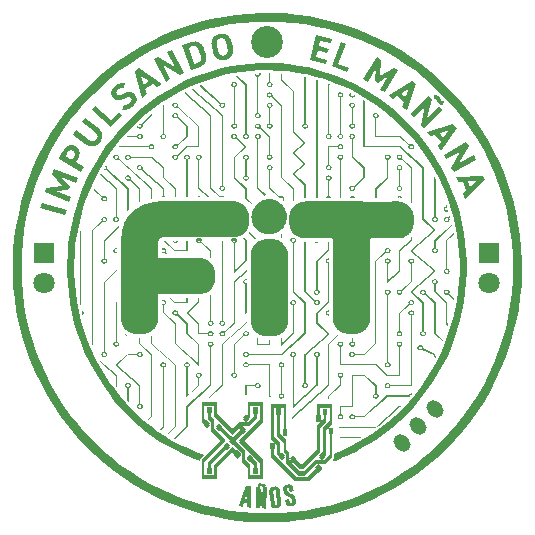
<source format=gbr>
%TF.GenerationSoftware,KiCad,Pcbnew,8.0.2-1*%
%TF.CreationDate,2024-09-20T10:56:36-06:00*%
%TF.ProjectId,FIT-Basic,4649542d-4261-4736-9963-2e6b69636164,rev?*%
%TF.SameCoordinates,Original*%
%TF.FileFunction,Copper,L1,Top*%
%TF.FilePolarity,Positive*%
%FSLAX46Y46*%
G04 Gerber Fmt 4.6, Leading zero omitted, Abs format (unit mm)*
G04 Created by KiCad (PCBNEW 8.0.2-1) date 2024-09-20 10:56:36*
%MOMM*%
%LPD*%
G01*
G04 APERTURE LIST*
G04 Aperture macros list*
%AMHorizOval*
0 Thick line with rounded ends*
0 $1 width*
0 $2 $3 position (X,Y) of the first rounded end (center of the circle)*
0 $4 $5 position (X,Y) of the second rounded end (center of the circle)*
0 Add line between two ends*
20,1,$1,$2,$3,$4,$5,0*
0 Add two circle primitives to create the rounded ends*
1,1,$1,$2,$3*
1,1,$1,$4,$5*%
G04 Aperture macros list end*
%TA.AperFunction,NonConductor*%
%ADD10C,0.000000*%
%TD*%
%TA.AperFunction,Conductor*%
%ADD11C,0.000000*%
%TD*%
%TA.AperFunction,ComponentPad*%
%ADD12C,2.700000*%
%TD*%
%TA.AperFunction,ComponentPad*%
%ADD13C,1.800000*%
%TD*%
%TA.AperFunction,ComponentPad*%
%ADD14R,1.800000X1.800000*%
%TD*%
%TA.AperFunction,ComponentPad*%
%ADD15HorizOval,1.208000X-0.141421X0.141421X0.141421X-0.141421X0*%
%TD*%
G04 APERTURE END LIST*
D10*
%TA.AperFunction,NonConductor*%
G36*
X207898042Y-58883913D02*
G01*
X207910803Y-58884753D01*
X207923370Y-58886135D01*
X207935728Y-58888048D01*
X207947863Y-58890477D01*
X207959759Y-58893410D01*
X207971400Y-58896833D01*
X207982772Y-58900734D01*
X207993859Y-58905098D01*
X208004646Y-58909913D01*
X208015117Y-58915166D01*
X208025258Y-58920842D01*
X208035053Y-58926930D01*
X208044486Y-58933416D01*
X208053543Y-58940286D01*
X208062209Y-58947527D01*
X208070468Y-58955127D01*
X208078304Y-58963072D01*
X208085703Y-58971348D01*
X208092649Y-58979942D01*
X208099127Y-58988842D01*
X208105122Y-58998034D01*
X208110618Y-59007505D01*
X208115601Y-59017241D01*
X208120055Y-59027229D01*
X208123964Y-59037457D01*
X208127314Y-59047910D01*
X208130088Y-59058576D01*
X208132273Y-59069442D01*
X208133853Y-59080494D01*
X208134812Y-59091718D01*
X208135135Y-59103102D01*
X208135135Y-59125329D01*
X208107137Y-59129495D01*
X208077836Y-59133662D01*
X208018454Y-59141995D01*
X208019463Y-59139880D01*
X208020407Y-59137704D01*
X208021286Y-59135470D01*
X208022100Y-59133184D01*
X208022849Y-59130849D01*
X208023532Y-59128469D01*
X208024151Y-59126049D01*
X208024704Y-59123591D01*
X208025193Y-59121101D01*
X208025616Y-59118583D01*
X208025974Y-59116040D01*
X208026267Y-59113477D01*
X208026495Y-59110898D01*
X208026657Y-59108306D01*
X208026755Y-59105706D01*
X208026788Y-59103102D01*
X208026610Y-59096885D01*
X208026082Y-59090742D01*
X208025213Y-59084679D01*
X208024010Y-59078707D01*
X208022481Y-59072832D01*
X208020635Y-59067062D01*
X208018479Y-59061407D01*
X208016022Y-59055874D01*
X208013273Y-59050471D01*
X208010238Y-59045206D01*
X208006927Y-59040088D01*
X208003347Y-59035125D01*
X207999507Y-59030324D01*
X207995414Y-59025694D01*
X207991078Y-59021243D01*
X207986505Y-59016980D01*
X207981704Y-59012912D01*
X207976684Y-59009047D01*
X207971452Y-59005394D01*
X207966016Y-59001961D01*
X207960385Y-58998755D01*
X207954567Y-58995786D01*
X207948570Y-58993061D01*
X207942402Y-58990588D01*
X207936071Y-58988376D01*
X207929586Y-58986432D01*
X207922954Y-58984765D01*
X207916183Y-58983382D01*
X207909283Y-58982293D01*
X207902260Y-58981505D01*
X207895124Y-58981026D01*
X207887881Y-58980865D01*
X207880639Y-58981026D01*
X207873503Y-58981505D01*
X207866480Y-58982293D01*
X207859580Y-58983382D01*
X207852809Y-58984765D01*
X207846178Y-58986432D01*
X207839692Y-58988376D01*
X207833361Y-58990588D01*
X207827193Y-58993061D01*
X207821196Y-58995786D01*
X207815378Y-58998756D01*
X207809747Y-59001961D01*
X207804312Y-59005395D01*
X207799080Y-59009048D01*
X207794059Y-59012912D01*
X207789259Y-59016981D01*
X207784686Y-59021244D01*
X207780349Y-59025695D01*
X207776256Y-59030325D01*
X207772416Y-59035125D01*
X207768836Y-59040089D01*
X207765525Y-59045207D01*
X207762490Y-59050472D01*
X207759740Y-59055875D01*
X207757284Y-59061408D01*
X207755128Y-59067063D01*
X207753282Y-59072832D01*
X207751753Y-59078707D01*
X207750550Y-59084680D01*
X207749680Y-59090742D01*
X207749153Y-59096886D01*
X207748975Y-59103102D01*
X207746195Y-59103102D01*
X207746260Y-59106717D01*
X207746450Y-59110270D01*
X207746763Y-59113767D01*
X207747194Y-59117210D01*
X207747738Y-59120605D01*
X207748393Y-59123955D01*
X207749153Y-59127264D01*
X207750016Y-59130537D01*
X207750975Y-59133777D01*
X207752029Y-59136989D01*
X207753172Y-59140176D01*
X207754400Y-59143343D01*
X207755710Y-59146493D01*
X207757097Y-59149632D01*
X207760086Y-59155888D01*
X207643406Y-59155888D01*
X207641453Y-59149631D01*
X207639760Y-59143342D01*
X207638328Y-59136988D01*
X207637156Y-59130536D01*
X207636244Y-59123954D01*
X207635593Y-59117210D01*
X207635203Y-59110270D01*
X207635072Y-59103102D01*
X207635395Y-59091718D01*
X207636354Y-59080494D01*
X207637934Y-59069442D01*
X207640119Y-59058576D01*
X207642894Y-59047910D01*
X207646243Y-59037457D01*
X207650153Y-59027229D01*
X207654606Y-59017241D01*
X207659589Y-59007505D01*
X207665085Y-58998034D01*
X207671080Y-58988842D01*
X207677558Y-58979942D01*
X207684504Y-58971348D01*
X207691903Y-58963072D01*
X207699740Y-58955127D01*
X207707998Y-58947527D01*
X207716664Y-58940286D01*
X207725721Y-58933416D01*
X207735154Y-58926930D01*
X207744949Y-58920842D01*
X207755090Y-58915166D01*
X207765561Y-58909913D01*
X207776348Y-58905098D01*
X207787435Y-58900734D01*
X207798807Y-58896833D01*
X207810448Y-58893410D01*
X207822344Y-58890477D01*
X207834479Y-58888048D01*
X207846837Y-58886135D01*
X207859404Y-58884753D01*
X207872165Y-58883913D01*
X207885104Y-58883631D01*
X207898042Y-58883913D01*
G37*
%TD.AperFunction*%
%TA.AperFunction,NonConductor*%
G36*
X212882952Y-58886409D02*
G01*
X212894865Y-58886659D01*
X212906635Y-58887402D01*
X212918250Y-58888627D01*
X212929697Y-58890321D01*
X212940962Y-58892473D01*
X212952033Y-58895070D01*
X212962898Y-58898103D01*
X212973544Y-58901558D01*
X212983958Y-58905424D01*
X212994127Y-58909689D01*
X213004038Y-58914342D01*
X213013680Y-58919371D01*
X213023039Y-58924765D01*
X213032102Y-58930510D01*
X213040857Y-58936597D01*
X213049291Y-58943012D01*
X213057391Y-58949745D01*
X213065145Y-58956784D01*
X213072540Y-58964117D01*
X213079563Y-58971732D01*
X213086201Y-58979618D01*
X213092442Y-58987763D01*
X213098273Y-58996154D01*
X213103681Y-59004782D01*
X213108654Y-59013633D01*
X213113179Y-59022697D01*
X213117243Y-59031960D01*
X213120833Y-59041413D01*
X213123938Y-59051042D01*
X213126543Y-59060837D01*
X213128636Y-59070786D01*
X213130205Y-59080876D01*
X213090085Y-59059650D01*
X213050942Y-59037642D01*
X213012710Y-59014852D01*
X212975325Y-58991282D01*
X212938721Y-58966930D01*
X212902833Y-58941797D01*
X212867596Y-58915883D01*
X212832946Y-58889186D01*
X212836071Y-58888208D01*
X212839196Y-58887353D01*
X212842321Y-58886611D01*
X212845446Y-58885975D01*
X212848572Y-58885436D01*
X212851697Y-58884987D01*
X212854822Y-58884620D01*
X212857948Y-58884325D01*
X212864199Y-58883924D01*
X212870450Y-58883718D01*
X212882952Y-58883631D01*
X212882952Y-58886409D01*
G37*
%TD.AperFunction*%
%TA.AperFunction,NonConductor*%
G36*
X204900445Y-58883913D02*
G01*
X204913205Y-58884753D01*
X204925772Y-58886135D01*
X204938131Y-58888048D01*
X204950266Y-58890477D01*
X204962162Y-58893410D01*
X204973803Y-58896833D01*
X204985175Y-58900734D01*
X204996262Y-58905098D01*
X205007049Y-58909913D01*
X205017520Y-58915166D01*
X205027661Y-58920842D01*
X205037456Y-58926930D01*
X205046889Y-58933416D01*
X205055947Y-58940286D01*
X205064612Y-58947527D01*
X205072871Y-58955127D01*
X205080707Y-58963072D01*
X205088106Y-58971348D01*
X205095052Y-58979942D01*
X205101530Y-58988842D01*
X205107525Y-58998034D01*
X205113022Y-59007505D01*
X205118004Y-59017241D01*
X205122458Y-59027229D01*
X205126367Y-59037457D01*
X205129717Y-59047910D01*
X205132492Y-59058576D01*
X205134677Y-59069442D01*
X205136256Y-59080494D01*
X205137215Y-59091718D01*
X205137538Y-59103102D01*
X205137408Y-59110275D01*
X205137017Y-59117253D01*
X205136366Y-59124101D01*
X205135455Y-59130883D01*
X205134283Y-59137666D01*
X205132850Y-59144513D01*
X205131157Y-59151491D01*
X205129204Y-59158664D01*
X205009745Y-59158664D01*
X205012854Y-59152288D01*
X205015865Y-59145685D01*
X205018682Y-59138886D01*
X205019986Y-59135424D01*
X205021205Y-59131925D01*
X205022326Y-59128393D01*
X205023337Y-59124833D01*
X205024226Y-59121249D01*
X205024981Y-59117644D01*
X205025590Y-59114023D01*
X205026039Y-59110389D01*
X205026318Y-59106748D01*
X205026414Y-59103102D01*
X205026236Y-59096885D01*
X205025708Y-59090742D01*
X205024839Y-59084679D01*
X205023635Y-59078707D01*
X205022107Y-59072832D01*
X205020260Y-59067062D01*
X205018105Y-59061407D01*
X205015648Y-59055874D01*
X205012899Y-59050471D01*
X205009864Y-59045206D01*
X205006553Y-59040088D01*
X205002973Y-59035125D01*
X204999133Y-59030324D01*
X204995040Y-59025694D01*
X204990703Y-59021243D01*
X204986131Y-59016980D01*
X204981330Y-59012912D01*
X204976310Y-59009047D01*
X204971078Y-59005394D01*
X204965642Y-59001961D01*
X204960011Y-58998755D01*
X204954193Y-58995786D01*
X204948196Y-58993061D01*
X204942028Y-58990588D01*
X204935697Y-58988376D01*
X204929212Y-58986432D01*
X204922580Y-58984765D01*
X204915809Y-58983382D01*
X204908909Y-58982293D01*
X204901886Y-58981505D01*
X204894750Y-58981026D01*
X204887507Y-58980865D01*
X204880265Y-58981026D01*
X204873128Y-58981505D01*
X204866106Y-58982293D01*
X204859205Y-58983382D01*
X204852435Y-58984765D01*
X204845803Y-58986432D01*
X204839318Y-58988376D01*
X204832987Y-58990588D01*
X204826819Y-58993061D01*
X204820822Y-58995786D01*
X204815004Y-58998756D01*
X204809373Y-59001961D01*
X204803937Y-59005395D01*
X204798705Y-59009048D01*
X204793685Y-59012912D01*
X204788884Y-59016981D01*
X204784311Y-59021244D01*
X204779974Y-59025695D01*
X204775882Y-59030325D01*
X204772042Y-59035125D01*
X204768462Y-59040089D01*
X204765150Y-59045207D01*
X204762116Y-59050472D01*
X204759366Y-59055875D01*
X204756910Y-59061408D01*
X204754754Y-59067063D01*
X204752908Y-59072832D01*
X204751379Y-59078707D01*
X204750176Y-59084680D01*
X204749306Y-59090742D01*
X204748779Y-59096886D01*
X204748601Y-59103102D01*
X204748666Y-59106748D01*
X204748861Y-59110389D01*
X204749187Y-59114023D01*
X204749643Y-59117644D01*
X204750229Y-59121249D01*
X204750945Y-59124833D01*
X204751791Y-59128393D01*
X204752768Y-59131925D01*
X204753875Y-59135424D01*
X204755112Y-59138886D01*
X204756480Y-59142308D01*
X204757977Y-59145685D01*
X204759605Y-59149013D01*
X204761363Y-59152288D01*
X204763252Y-59155507D01*
X204765270Y-59158664D01*
X204645810Y-59158664D01*
X204644801Y-59155507D01*
X204643857Y-59152288D01*
X204642165Y-59145685D01*
X204640732Y-59138886D01*
X204639560Y-59131925D01*
X204638649Y-59124833D01*
X204637998Y-59117644D01*
X204637607Y-59110389D01*
X204637477Y-59103102D01*
X204637800Y-59091718D01*
X204638759Y-59080494D01*
X204640338Y-59069442D01*
X204642523Y-59058576D01*
X204645298Y-59047910D01*
X204648648Y-59037457D01*
X204652557Y-59027229D01*
X204657011Y-59017241D01*
X204661993Y-59007505D01*
X204667490Y-58998034D01*
X204673485Y-58988842D01*
X204679963Y-58979942D01*
X204686909Y-58971348D01*
X204694308Y-58963072D01*
X204702144Y-58955127D01*
X204710403Y-58947527D01*
X204719068Y-58940286D01*
X204728126Y-58933416D01*
X204737559Y-58926930D01*
X204747354Y-58920842D01*
X204757495Y-58915166D01*
X204767966Y-58909913D01*
X204778753Y-58905098D01*
X204789840Y-58900734D01*
X204801211Y-58896833D01*
X204812853Y-58893410D01*
X204824749Y-58890477D01*
X204836883Y-58888048D01*
X204849242Y-58886135D01*
X204861809Y-58884753D01*
X204874570Y-58883913D01*
X204887507Y-58883631D01*
X204900445Y-58883913D01*
G37*
%TD.AperFunction*%
%TA.AperFunction,NonConductor*%
G36*
X212774605Y-64309307D02*
G01*
X212771546Y-64312987D01*
X212768625Y-64316736D01*
X212765851Y-64320558D01*
X212763232Y-64324457D01*
X212760775Y-64328438D01*
X212758490Y-64332504D01*
X212756383Y-64336660D01*
X212754464Y-64340909D01*
X212752740Y-64345256D01*
X212751220Y-64349705D01*
X212749911Y-64354259D01*
X212748821Y-64358924D01*
X212747960Y-64363702D01*
X212747335Y-64368598D01*
X212746954Y-64373617D01*
X212746825Y-64378761D01*
X212746825Y-64384319D01*
X212746954Y-64389005D01*
X212747335Y-64393684D01*
X212747960Y-64398346D01*
X212748821Y-64402984D01*
X212749911Y-64407589D01*
X212751220Y-64412154D01*
X212752740Y-64416669D01*
X212754464Y-64421128D01*
X212756383Y-64425522D01*
X212758490Y-64429842D01*
X212760775Y-64434081D01*
X212763232Y-64438231D01*
X212765851Y-64442283D01*
X212768625Y-64446229D01*
X212771546Y-64450061D01*
X212774605Y-64453771D01*
X212774605Y-64578787D01*
X212759310Y-64571566D01*
X212744707Y-64563474D01*
X212730836Y-64554553D01*
X212717739Y-64544841D01*
X212705456Y-64534381D01*
X212694028Y-64523213D01*
X212683494Y-64511377D01*
X212673897Y-64498915D01*
X212665276Y-64485867D01*
X212657673Y-64472273D01*
X212651128Y-64458175D01*
X212645682Y-64443612D01*
X212641375Y-64428627D01*
X212638248Y-64413259D01*
X212636343Y-64397550D01*
X212635860Y-64389579D01*
X212635698Y-64381539D01*
X212635860Y-64373499D01*
X212636343Y-64365528D01*
X212637140Y-64357633D01*
X212638248Y-64349819D01*
X212639662Y-64342090D01*
X212641375Y-64334451D01*
X212643384Y-64326908D01*
X212645682Y-64319466D01*
X212648265Y-64312129D01*
X212651128Y-64304904D01*
X212654266Y-64297794D01*
X212657673Y-64290806D01*
X212661345Y-64283943D01*
X212665276Y-64277212D01*
X212669462Y-64270617D01*
X212673897Y-64264164D01*
X212678576Y-64257857D01*
X212683494Y-64251702D01*
X212688646Y-64245703D01*
X212694028Y-64239866D01*
X212705456Y-64228698D01*
X212717739Y-64218238D01*
X212730836Y-64208527D01*
X212744707Y-64199606D01*
X212759310Y-64191514D01*
X212774605Y-64184294D01*
X212774605Y-64309307D01*
G37*
%TD.AperFunction*%
%TA.AperFunction,NonConductor*%
G36*
X204894751Y-58981026D02*
G01*
X204901887Y-58981505D01*
X204908910Y-58982293D01*
X204915810Y-58983382D01*
X204922581Y-58984765D01*
X204929213Y-58986432D01*
X204935698Y-58988376D01*
X204942029Y-58990588D01*
X204948197Y-58993061D01*
X204954194Y-58995786D01*
X204960012Y-58998756D01*
X204965643Y-59001961D01*
X204971079Y-59005395D01*
X204976311Y-59009048D01*
X204981331Y-59012912D01*
X204986132Y-59016981D01*
X204990704Y-59021244D01*
X204995041Y-59025695D01*
X204999134Y-59030325D01*
X205002974Y-59035125D01*
X205006554Y-59040089D01*
X205009865Y-59045207D01*
X205012900Y-59050472D01*
X205015649Y-59055875D01*
X205018106Y-59061408D01*
X205020261Y-59067063D01*
X205022108Y-59072832D01*
X205023636Y-59078707D01*
X205024840Y-59084680D01*
X205025709Y-59090742D01*
X205026237Y-59096886D01*
X205026415Y-59103102D01*
X205023637Y-59103102D01*
X205023572Y-59106748D01*
X205023376Y-59110389D01*
X205023051Y-59114023D01*
X205022595Y-59117644D01*
X205022009Y-59121249D01*
X205021293Y-59124833D01*
X205020446Y-59128393D01*
X205019470Y-59131925D01*
X205018363Y-59135424D01*
X205017125Y-59138886D01*
X205015758Y-59142308D01*
X205014261Y-59145685D01*
X205012633Y-59149013D01*
X205010875Y-59152288D01*
X205008987Y-59155507D01*
X205006968Y-59158664D01*
X204765271Y-59158664D01*
X204762162Y-59152288D01*
X204759150Y-59145685D01*
X204756334Y-59138886D01*
X204755030Y-59135424D01*
X204753811Y-59131925D01*
X204752690Y-59128393D01*
X204751678Y-59124833D01*
X204750789Y-59121249D01*
X204750034Y-59117644D01*
X204749426Y-59114023D01*
X204748976Y-59110389D01*
X204748697Y-59106748D01*
X204748602Y-59103102D01*
X204748780Y-59096885D01*
X204749307Y-59090742D01*
X204750177Y-59084679D01*
X204751380Y-59078707D01*
X204752909Y-59072832D01*
X204754755Y-59067062D01*
X204756911Y-59061407D01*
X204759367Y-59055874D01*
X204762117Y-59050471D01*
X204765151Y-59045206D01*
X204768463Y-59040088D01*
X204772043Y-59035125D01*
X204775883Y-59030324D01*
X204779975Y-59025694D01*
X204784312Y-59021243D01*
X204788885Y-59016980D01*
X204793686Y-59012912D01*
X204798706Y-59009047D01*
X204803938Y-59005394D01*
X204809374Y-59001961D01*
X204815005Y-58998755D01*
X204820823Y-58995786D01*
X204826820Y-58993061D01*
X204832988Y-58990588D01*
X204839319Y-58988376D01*
X204845804Y-58986432D01*
X204852436Y-58984765D01*
X204859206Y-58983382D01*
X204866107Y-58982293D01*
X204873129Y-58981505D01*
X204880266Y-58981026D01*
X204887508Y-58980865D01*
X204894751Y-58981026D01*
G37*
%TD.AperFunction*%
%TA.AperFunction,NonConductor*%
G36*
X212774605Y-64448213D02*
G01*
X212771546Y-64444503D01*
X212768625Y-64440671D01*
X212765851Y-64436725D01*
X212763232Y-64432674D01*
X212760775Y-64428524D01*
X212758490Y-64424285D01*
X212756383Y-64419964D01*
X212754464Y-64415571D01*
X212752740Y-64411112D01*
X212751220Y-64406596D01*
X212749911Y-64402031D01*
X212748821Y-64397426D01*
X212747960Y-64392788D01*
X212747335Y-64388126D01*
X212746954Y-64383448D01*
X212746825Y-64378761D01*
X212746954Y-64374075D01*
X212747335Y-64369396D01*
X212747960Y-64364734D01*
X212748821Y-64360096D01*
X212749911Y-64355491D01*
X212751220Y-64350926D01*
X212752740Y-64346410D01*
X212754464Y-64341952D01*
X212756383Y-64337558D01*
X212758490Y-64333237D01*
X212760775Y-64328998D01*
X212763232Y-64324848D01*
X212765851Y-64320796D01*
X212768625Y-64316850D01*
X212771546Y-64313017D01*
X212774605Y-64309307D01*
X212774605Y-64448213D01*
G37*
%TD.AperFunction*%
%TA.AperFunction,NonConductor*%
G36*
X207895124Y-58983804D02*
G01*
X207902260Y-58984283D01*
X207909283Y-58985071D01*
X207916183Y-58986160D01*
X207922954Y-58987542D01*
X207929586Y-58989210D01*
X207936071Y-58991154D01*
X207942402Y-58993366D01*
X207948570Y-58995839D01*
X207954567Y-58998564D01*
X207960385Y-59001534D01*
X207966016Y-59004739D01*
X207971452Y-59008172D01*
X207976684Y-59011826D01*
X207981704Y-59015690D01*
X207986505Y-59019758D01*
X207991078Y-59024022D01*
X207995414Y-59028473D01*
X207999507Y-59033102D01*
X208003347Y-59037903D01*
X208006927Y-59042867D01*
X208010238Y-59047985D01*
X208013273Y-59053249D01*
X208016022Y-59058652D01*
X208018479Y-59064185D01*
X208020635Y-59069841D01*
X208022481Y-59075610D01*
X208024010Y-59081485D01*
X208025213Y-59087458D01*
X208026082Y-59093520D01*
X208026610Y-59099663D01*
X208026788Y-59105880D01*
X208026755Y-59108484D01*
X208026657Y-59111084D01*
X208026495Y-59113676D01*
X208026267Y-59116256D01*
X208025974Y-59118819D01*
X208025616Y-59121362D01*
X208025193Y-59123880D01*
X208024704Y-59126370D01*
X208024151Y-59128827D01*
X208023532Y-59131248D01*
X208022849Y-59133628D01*
X208022100Y-59135963D01*
X208021286Y-59138249D01*
X208020407Y-59140483D01*
X208019463Y-59142659D01*
X208018454Y-59144775D01*
X207964671Y-59150462D01*
X207937926Y-59152833D01*
X207911149Y-59154846D01*
X207884242Y-59156468D01*
X207857106Y-59157668D01*
X207829645Y-59158411D01*
X207801760Y-59158666D01*
X207762868Y-59158666D01*
X207759877Y-59152409D01*
X207758490Y-59149271D01*
X207757180Y-59146120D01*
X207755951Y-59142953D01*
X207754808Y-59139766D01*
X207753755Y-59136555D01*
X207752795Y-59133315D01*
X207751933Y-59130042D01*
X207751172Y-59126733D01*
X207750518Y-59123383D01*
X207749973Y-59119988D01*
X207749543Y-59116545D01*
X207749230Y-59113048D01*
X207749039Y-59109495D01*
X207748975Y-59105880D01*
X207749153Y-59099663D01*
X207749680Y-59093520D01*
X207750550Y-59087457D01*
X207751753Y-59081484D01*
X207753282Y-59075609D01*
X207755128Y-59069840D01*
X207757284Y-59064185D01*
X207759740Y-59058651D01*
X207762490Y-59053248D01*
X207765525Y-59047984D01*
X207768836Y-59042866D01*
X207772416Y-59037902D01*
X207776256Y-59033102D01*
X207780349Y-59028472D01*
X207784686Y-59024021D01*
X207789259Y-59019758D01*
X207794059Y-59015690D01*
X207799080Y-59011825D01*
X207804312Y-59008172D01*
X207809747Y-59004739D01*
X207815378Y-59001533D01*
X207821196Y-58998564D01*
X207827193Y-58995839D01*
X207833361Y-58993366D01*
X207839692Y-58991153D01*
X207846178Y-58989209D01*
X207852809Y-58987542D01*
X207859580Y-58986160D01*
X207866480Y-58985071D01*
X207873503Y-58984283D01*
X207880639Y-58983804D01*
X207887881Y-58983642D01*
X207895124Y-58983804D01*
G37*
%TD.AperFunction*%
%TA.AperFunction,NonConductor*%
G36*
X226476317Y-58636379D02*
G01*
X225931806Y-59100327D01*
X225931806Y-61528406D01*
X225942141Y-61530675D01*
X225952303Y-61533311D01*
X225962281Y-61536304D01*
X225972067Y-61539648D01*
X225981649Y-61543334D01*
X225991017Y-61547353D01*
X226000161Y-61551698D01*
X226009072Y-61556360D01*
X226017738Y-61561332D01*
X226026150Y-61566605D01*
X226034298Y-61572170D01*
X226042170Y-61578021D01*
X226049758Y-61584148D01*
X226057051Y-61590544D01*
X226064039Y-61597201D01*
X226070711Y-61604109D01*
X226077058Y-61611262D01*
X226083069Y-61618651D01*
X226088734Y-61626268D01*
X226094043Y-61634105D01*
X226098986Y-61642153D01*
X226103552Y-61650404D01*
X226107732Y-61658851D01*
X226111515Y-61667486D01*
X226114891Y-61676299D01*
X226117850Y-61685283D01*
X226120382Y-61694430D01*
X226122476Y-61703732D01*
X226124122Y-61713180D01*
X226125311Y-61722766D01*
X226126032Y-61732483D01*
X226126274Y-61742322D01*
X226125951Y-61753706D01*
X226124992Y-61764931D01*
X226123413Y-61775982D01*
X226121228Y-61786848D01*
X226118453Y-61797514D01*
X226115103Y-61807967D01*
X226111194Y-61818195D01*
X226106740Y-61828183D01*
X226101757Y-61837919D01*
X226096261Y-61847390D01*
X226090266Y-61856582D01*
X226083788Y-61865482D01*
X226076842Y-61874076D01*
X226069443Y-61882353D01*
X226061606Y-61890297D01*
X226053348Y-61897897D01*
X226044682Y-61905138D01*
X226035625Y-61912008D01*
X226026191Y-61918494D01*
X226016396Y-61924582D01*
X226006256Y-61930259D01*
X225995784Y-61935511D01*
X225984997Y-61940326D01*
X225973911Y-61944691D01*
X225962539Y-61948591D01*
X225950898Y-61952014D01*
X225939002Y-61954947D01*
X225926867Y-61957377D01*
X225914509Y-61959289D01*
X225901942Y-61960672D01*
X225889181Y-61961511D01*
X225876243Y-61961793D01*
X225863304Y-61961511D01*
X225850544Y-61960672D01*
X225837976Y-61959289D01*
X225825618Y-61957377D01*
X225813483Y-61954947D01*
X225801587Y-61952014D01*
X225789945Y-61948591D01*
X225778574Y-61944691D01*
X225767487Y-61940326D01*
X225756700Y-61935511D01*
X225746229Y-61930259D01*
X225736088Y-61924582D01*
X225726293Y-61918494D01*
X225716859Y-61912008D01*
X225707802Y-61905138D01*
X225699137Y-61897897D01*
X225690878Y-61890297D01*
X225683042Y-61882353D01*
X225675643Y-61874076D01*
X225668697Y-61865482D01*
X225662219Y-61856582D01*
X225656224Y-61847390D01*
X225650728Y-61837919D01*
X225645745Y-61828183D01*
X225641292Y-61818195D01*
X225637382Y-61807967D01*
X225634033Y-61797514D01*
X225631258Y-61786848D01*
X225629073Y-61775982D01*
X225627494Y-61764931D01*
X225626535Y-61753706D01*
X225626212Y-61742322D01*
X225737335Y-61742322D01*
X225737512Y-61748539D01*
X225738040Y-61754682D01*
X225738910Y-61760745D01*
X225740113Y-61766718D01*
X225741642Y-61772593D01*
X225743488Y-61778362D01*
X225745644Y-61784017D01*
X225748100Y-61789551D01*
X225750850Y-61794954D01*
X225753885Y-61800218D01*
X225757196Y-61805336D01*
X225760776Y-61810300D01*
X225764617Y-61815100D01*
X225768709Y-61819730D01*
X225773046Y-61824181D01*
X225777619Y-61828444D01*
X225782420Y-61832512D01*
X225787441Y-61836377D01*
X225792673Y-61840030D01*
X225798108Y-61843463D01*
X225803739Y-61846669D01*
X225809557Y-61849638D01*
X225815555Y-61852363D01*
X225821723Y-61854836D01*
X225828054Y-61857049D01*
X225834539Y-61858993D01*
X225841171Y-61860660D01*
X225847941Y-61862042D01*
X225854842Y-61863131D01*
X225861864Y-61863919D01*
X225869001Y-61864398D01*
X225876243Y-61864560D01*
X225883485Y-61864398D01*
X225890622Y-61863919D01*
X225897644Y-61863131D01*
X225904544Y-61862042D01*
X225911315Y-61860660D01*
X225917946Y-61858992D01*
X225924432Y-61857048D01*
X225930762Y-61854836D01*
X225936930Y-61852363D01*
X225942927Y-61849638D01*
X225948745Y-61846668D01*
X225954376Y-61843463D01*
X225959812Y-61840030D01*
X225965044Y-61836376D01*
X225970064Y-61832512D01*
X225974865Y-61828444D01*
X225979437Y-61824180D01*
X225983774Y-61819729D01*
X225987867Y-61815100D01*
X225991707Y-61810299D01*
X225995287Y-61805335D01*
X225998598Y-61800217D01*
X226001632Y-61794953D01*
X226004382Y-61789550D01*
X226006839Y-61784016D01*
X226008994Y-61778361D01*
X226010840Y-61772592D01*
X226012369Y-61766717D01*
X226013572Y-61760744D01*
X226014442Y-61754682D01*
X226014970Y-61748539D01*
X226015147Y-61742322D01*
X226014970Y-61736105D01*
X226014442Y-61729961D01*
X226013572Y-61723899D01*
X226012369Y-61717926D01*
X226010840Y-61712051D01*
X226008994Y-61706281D01*
X226006839Y-61700626D01*
X226004382Y-61695093D01*
X226001632Y-61689690D01*
X225998598Y-61684425D01*
X225995287Y-61679307D01*
X225991707Y-61674343D01*
X225987867Y-61669542D01*
X225983774Y-61664913D01*
X225979437Y-61660462D01*
X225974865Y-61656198D01*
X225970064Y-61652130D01*
X225965044Y-61648265D01*
X225959812Y-61644612D01*
X225954376Y-61641179D01*
X225948745Y-61637973D01*
X225942927Y-61635004D01*
X225936930Y-61632279D01*
X225930762Y-61629806D01*
X225924432Y-61627593D01*
X225917946Y-61625649D01*
X225911315Y-61623982D01*
X225904544Y-61622600D01*
X225897644Y-61621510D01*
X225890622Y-61620722D01*
X225883485Y-61620243D01*
X225876243Y-61620082D01*
X225869001Y-61620243D01*
X225861864Y-61620722D01*
X225854842Y-61621510D01*
X225847941Y-61622600D01*
X225841171Y-61623982D01*
X225834539Y-61625649D01*
X225828054Y-61627593D01*
X225821723Y-61629806D01*
X225815555Y-61632279D01*
X225809557Y-61635004D01*
X225803739Y-61637973D01*
X225798108Y-61641179D01*
X225792673Y-61644612D01*
X225787441Y-61648265D01*
X225782420Y-61652130D01*
X225777619Y-61656198D01*
X225773046Y-61660462D01*
X225768709Y-61664913D01*
X225764617Y-61669542D01*
X225760776Y-61674343D01*
X225757196Y-61679307D01*
X225753885Y-61684425D01*
X225750850Y-61689690D01*
X225748100Y-61695093D01*
X225745644Y-61700626D01*
X225743488Y-61706281D01*
X225741642Y-61712051D01*
X225740113Y-61717926D01*
X225738910Y-61723899D01*
X225738040Y-61729961D01*
X225737512Y-61736105D01*
X225737335Y-61742322D01*
X225626212Y-61742322D01*
X225626454Y-61732728D01*
X225627175Y-61723224D01*
X225628364Y-61713822D01*
X225630010Y-61704530D01*
X225632104Y-61695358D01*
X225634636Y-61686315D01*
X225637595Y-61677413D01*
X225640971Y-61668659D01*
X225644754Y-61660063D01*
X225648934Y-61651637D01*
X225653500Y-61643388D01*
X225658443Y-61635327D01*
X225663752Y-61627463D01*
X225669417Y-61619806D01*
X225675428Y-61612366D01*
X225681775Y-61605152D01*
X225688447Y-61598175D01*
X225695435Y-61591443D01*
X225702728Y-61584966D01*
X225710316Y-61578755D01*
X225718188Y-61572818D01*
X225726336Y-61567165D01*
X225734748Y-61561807D01*
X225743414Y-61556752D01*
X225752325Y-61552010D01*
X225761469Y-61547592D01*
X225770837Y-61543506D01*
X225780419Y-61539763D01*
X225790205Y-61536371D01*
X225800183Y-61533341D01*
X225810345Y-61530683D01*
X225820680Y-61528406D01*
X225823459Y-61528406D01*
X225823459Y-59058654D01*
X226456870Y-58516919D01*
X226476317Y-58636379D01*
G37*
%TD.AperFunction*%
%TA.AperFunction,NonConductor*%
G36*
X197978311Y-61725653D02*
G01*
X196947627Y-62639657D01*
X196947627Y-68559840D01*
X196957962Y-68562109D01*
X196968124Y-68564745D01*
X196978102Y-68567738D01*
X196987888Y-68571082D01*
X196997470Y-68574768D01*
X197006838Y-68578787D01*
X197015983Y-68583132D01*
X197024893Y-68587794D01*
X197033560Y-68592766D01*
X197041972Y-68598038D01*
X197050119Y-68603604D01*
X197057992Y-68609455D01*
X197065580Y-68615582D01*
X197072873Y-68621978D01*
X197079861Y-68628634D01*
X197086533Y-68635543D01*
X197092880Y-68642696D01*
X197098891Y-68650085D01*
X197104556Y-68657701D01*
X197109865Y-68665538D01*
X197114808Y-68673586D01*
X197119374Y-68681838D01*
X197123554Y-68690285D01*
X197127337Y-68698919D01*
X197130713Y-68707732D01*
X197133672Y-68716716D01*
X197136203Y-68725863D01*
X197138297Y-68735164D01*
X197139944Y-68744612D01*
X197141132Y-68754199D01*
X197141853Y-68763915D01*
X197142095Y-68773754D01*
X197141772Y-68785138D01*
X197140814Y-68796363D01*
X197139234Y-68807415D01*
X197137049Y-68818280D01*
X197134274Y-68828947D01*
X197130925Y-68839400D01*
X197127015Y-68849628D01*
X197122562Y-68859616D01*
X197117579Y-68869353D01*
X197112083Y-68878823D01*
X197106088Y-68888015D01*
X197099610Y-68896915D01*
X197092664Y-68905510D01*
X197085265Y-68913786D01*
X197077428Y-68921731D01*
X197069170Y-68929330D01*
X197060504Y-68936572D01*
X197051447Y-68943442D01*
X197042013Y-68949928D01*
X197032219Y-68956016D01*
X197022078Y-68961693D01*
X197011607Y-68966945D01*
X197000820Y-68971760D01*
X196989733Y-68976125D01*
X196978361Y-68980025D01*
X196966720Y-68983448D01*
X196954824Y-68986381D01*
X196942689Y-68988811D01*
X196930331Y-68990723D01*
X196917763Y-68992106D01*
X196905003Y-68992945D01*
X196892064Y-68993227D01*
X196879126Y-68992945D01*
X196866365Y-68992106D01*
X196853798Y-68990723D01*
X196841440Y-68988811D01*
X196829305Y-68986381D01*
X196817409Y-68983448D01*
X196805768Y-68980025D01*
X196794396Y-68976125D01*
X196783309Y-68971760D01*
X196772522Y-68966945D01*
X196762051Y-68961693D01*
X196751910Y-68956016D01*
X196742115Y-68949928D01*
X196732682Y-68943442D01*
X196723624Y-68936572D01*
X196714959Y-68929330D01*
X196706700Y-68921731D01*
X196698864Y-68913786D01*
X196691465Y-68905510D01*
X196684519Y-68896915D01*
X196678041Y-68888015D01*
X196672046Y-68878823D01*
X196666550Y-68869353D01*
X196661567Y-68859616D01*
X196657113Y-68849628D01*
X196653204Y-68839400D01*
X196649854Y-68828947D01*
X196647079Y-68818280D01*
X196644895Y-68807415D01*
X196643315Y-68796363D01*
X196642356Y-68785138D01*
X196642112Y-68776533D01*
X196753159Y-68776533D01*
X196753337Y-68782750D01*
X196753864Y-68788894D01*
X196754734Y-68794957D01*
X196755937Y-68800929D01*
X196757466Y-68806804D01*
X196759312Y-68812574D01*
X196761468Y-68818229D01*
X196763924Y-68823762D01*
X196766674Y-68829165D01*
X196769708Y-68834430D01*
X196773019Y-68839548D01*
X196776599Y-68844511D01*
X196780440Y-68849312D01*
X196784532Y-68853942D01*
X196788869Y-68858393D01*
X196793442Y-68862656D01*
X196798242Y-68866724D01*
X196803263Y-68870589D01*
X196808495Y-68874242D01*
X196813930Y-68877675D01*
X196819561Y-68880881D01*
X196825379Y-68883850D01*
X196831376Y-68886575D01*
X196837544Y-68889048D01*
X196843875Y-68891260D01*
X196850360Y-68893204D01*
X196856992Y-68894871D01*
X196863763Y-68896254D01*
X196870663Y-68897343D01*
X196877686Y-68898131D01*
X196884822Y-68898610D01*
X196892065Y-68898771D01*
X196899307Y-68898610D01*
X196906444Y-68898131D01*
X196913467Y-68897343D01*
X196920367Y-68896254D01*
X196927138Y-68894871D01*
X196933769Y-68893204D01*
X196940255Y-68891260D01*
X196946586Y-68889048D01*
X196952754Y-68886575D01*
X196958751Y-68883850D01*
X196964569Y-68880880D01*
X196970200Y-68877675D01*
X196975635Y-68874241D01*
X196980867Y-68870588D01*
X196985888Y-68866723D01*
X196990689Y-68862655D01*
X196995261Y-68858392D01*
X196999598Y-68853941D01*
X197003691Y-68849311D01*
X197007531Y-68844511D01*
X197011111Y-68839547D01*
X197014422Y-68834429D01*
X197017456Y-68829164D01*
X197020206Y-68823761D01*
X197022663Y-68818228D01*
X197024818Y-68812573D01*
X197026664Y-68806804D01*
X197028193Y-68800929D01*
X197029396Y-68794956D01*
X197030266Y-68788894D01*
X197030794Y-68782750D01*
X197030971Y-68776533D01*
X197030794Y-68770316D01*
X197030266Y-68764173D01*
X197029396Y-68758110D01*
X197028193Y-68752138D01*
X197026664Y-68746263D01*
X197024818Y-68740493D01*
X197022663Y-68734838D01*
X197020206Y-68729305D01*
X197017456Y-68723902D01*
X197014422Y-68718637D01*
X197011111Y-68713519D01*
X197007531Y-68708556D01*
X197003691Y-68703755D01*
X196999598Y-68699125D01*
X196995261Y-68694674D01*
X196990689Y-68690411D01*
X196985888Y-68686343D01*
X196980867Y-68682478D01*
X196975635Y-68678825D01*
X196970200Y-68675392D01*
X196964569Y-68672186D01*
X196958751Y-68669217D01*
X196952754Y-68666492D01*
X196946586Y-68664019D01*
X196940255Y-68661807D01*
X196933769Y-68659863D01*
X196927138Y-68658196D01*
X196920367Y-68656813D01*
X196913467Y-68655724D01*
X196906444Y-68654936D01*
X196899307Y-68654457D01*
X196892065Y-68654296D01*
X196884822Y-68654457D01*
X196877686Y-68654936D01*
X196870663Y-68655724D01*
X196863763Y-68656813D01*
X196856992Y-68658196D01*
X196850360Y-68659863D01*
X196843875Y-68661807D01*
X196837544Y-68664019D01*
X196831376Y-68666492D01*
X196825379Y-68669217D01*
X196819561Y-68672186D01*
X196813930Y-68675392D01*
X196808495Y-68678825D01*
X196803263Y-68682478D01*
X196798242Y-68686343D01*
X196793442Y-68690411D01*
X196788869Y-68694674D01*
X196784532Y-68699125D01*
X196780440Y-68703755D01*
X196776599Y-68708556D01*
X196773019Y-68713519D01*
X196769708Y-68718637D01*
X196766674Y-68723902D01*
X196763924Y-68729305D01*
X196761468Y-68734838D01*
X196759312Y-68740493D01*
X196757466Y-68746263D01*
X196755937Y-68752138D01*
X196754734Y-68758110D01*
X196753864Y-68764173D01*
X196753337Y-68770316D01*
X196753159Y-68776533D01*
X196642112Y-68776533D01*
X196642033Y-68773754D01*
X196642276Y-68764160D01*
X196642996Y-68754656D01*
X196644185Y-68745254D01*
X196645831Y-68735962D01*
X196647926Y-68726790D01*
X196650457Y-68717748D01*
X196653416Y-68708845D01*
X196656792Y-68700091D01*
X196660575Y-68691496D01*
X196664755Y-68683069D01*
X196669321Y-68674820D01*
X196674264Y-68666759D01*
X196679573Y-68658896D01*
X196685238Y-68651239D01*
X196691249Y-68643799D01*
X196697596Y-68636585D01*
X196704268Y-68629608D01*
X196711256Y-68622876D01*
X196718549Y-68616400D01*
X196726137Y-68610188D01*
X196734010Y-68604251D01*
X196742157Y-68598599D01*
X196750569Y-68593240D01*
X196759236Y-68588186D01*
X196768146Y-68583444D01*
X196777291Y-68579026D01*
X196786659Y-68574940D01*
X196796241Y-68571197D01*
X196806027Y-68567805D01*
X196816006Y-68564775D01*
X196826168Y-68562117D01*
X196836503Y-68559840D01*
X196836503Y-62600762D01*
X196836502Y-62597984D01*
X197978311Y-61586747D01*
X197978311Y-61725653D01*
G37*
%TD.AperFunction*%
%TA.AperFunction,NonConductor*%
G36*
X198903455Y-51852415D02*
G01*
X198914472Y-51853063D01*
X198925354Y-51854131D01*
X198936092Y-51855610D01*
X198946675Y-51857489D01*
X198957093Y-51859760D01*
X198967336Y-51862412D01*
X198977394Y-51865436D01*
X198987257Y-51868823D01*
X198996915Y-51872561D01*
X199006356Y-51876643D01*
X199015572Y-51881058D01*
X199024552Y-51885796D01*
X199033285Y-51890849D01*
X199041762Y-51896205D01*
X199049973Y-51901856D01*
X199057907Y-51907792D01*
X199065554Y-51914003D01*
X199072904Y-51920479D01*
X199079946Y-51927212D01*
X199086672Y-51934190D01*
X199093069Y-51941406D01*
X199099129Y-51948848D01*
X199104841Y-51956507D01*
X199110195Y-51964374D01*
X199115181Y-51972438D01*
X199119788Y-51980691D01*
X199124006Y-51989123D01*
X199127826Y-51997723D01*
X199131236Y-52006482D01*
X199134228Y-52015391D01*
X199136790Y-52024440D01*
X200914790Y-52024440D01*
X201945474Y-52932887D01*
X201945474Y-53810775D01*
X202945599Y-54688663D01*
X202948377Y-54683108D01*
X202948377Y-55449870D01*
X202837252Y-55449870D01*
X202837252Y-54724780D01*
X201837127Y-53846892D01*
X201837127Y-52969004D01*
X200870340Y-52118898D01*
X199136790Y-52118898D01*
X199130779Y-52137314D01*
X199123209Y-52155013D01*
X199114149Y-52171932D01*
X199103669Y-52188003D01*
X199091839Y-52203164D01*
X199078726Y-52217347D01*
X199064400Y-52230489D01*
X199048931Y-52242524D01*
X199032388Y-52253387D01*
X199014840Y-52263013D01*
X198996355Y-52271336D01*
X198977004Y-52278292D01*
X198956855Y-52283816D01*
X198935978Y-52287842D01*
X198914441Y-52290306D01*
X198892315Y-52291141D01*
X198879376Y-52290858D01*
X198866616Y-52290019D01*
X198854048Y-52288637D01*
X198841690Y-52286724D01*
X198829555Y-52284295D01*
X198817659Y-52281362D01*
X198806018Y-52277939D01*
X198794646Y-52274038D01*
X198783559Y-52269674D01*
X198772772Y-52264859D01*
X198762301Y-52259606D01*
X198752160Y-52253930D01*
X198742365Y-52247842D01*
X198732931Y-52241356D01*
X198723874Y-52234486D01*
X198715209Y-52227244D01*
X198706950Y-52219645D01*
X198699114Y-52211700D01*
X198691715Y-52203424D01*
X198684768Y-52194829D01*
X198678290Y-52185930D01*
X198672295Y-52176738D01*
X198666799Y-52167267D01*
X198661816Y-52157531D01*
X198657363Y-52147543D01*
X198653453Y-52137315D01*
X198650104Y-52126862D01*
X198647329Y-52116196D01*
X198645144Y-52105330D01*
X198643564Y-52094278D01*
X198642606Y-52083054D01*
X198642282Y-52071670D01*
X198753408Y-52071670D01*
X198753586Y-52077886D01*
X198754114Y-52084030D01*
X198754983Y-52090092D01*
X198756186Y-52096065D01*
X198757715Y-52101940D01*
X198759561Y-52107709D01*
X198761717Y-52113364D01*
X198764173Y-52118897D01*
X198766923Y-52124300D01*
X198769958Y-52129565D01*
X198773269Y-52134683D01*
X198776849Y-52139646D01*
X198780689Y-52144447D01*
X198784782Y-52149077D01*
X198789118Y-52153527D01*
X198793691Y-52157791D01*
X198798492Y-52161859D01*
X198803512Y-52165724D01*
X198808744Y-52169377D01*
X198814180Y-52172810D01*
X198819811Y-52176015D01*
X198825629Y-52178985D01*
X198831626Y-52181710D01*
X198837794Y-52184183D01*
X198844125Y-52186395D01*
X198850610Y-52188339D01*
X198857242Y-52190006D01*
X198864012Y-52191389D01*
X198870913Y-52192478D01*
X198877936Y-52193266D01*
X198885072Y-52193745D01*
X198892315Y-52193906D01*
X198899557Y-52193745D01*
X198906694Y-52193266D01*
X198913716Y-52192478D01*
X198920617Y-52191389D01*
X198927387Y-52190006D01*
X198934019Y-52188339D01*
X198940504Y-52186395D01*
X198946835Y-52184183D01*
X198953003Y-52181710D01*
X198959000Y-52178985D01*
X198964819Y-52176015D01*
X198970449Y-52172810D01*
X198975885Y-52169377D01*
X198981117Y-52165724D01*
X198986137Y-52161859D01*
X198990938Y-52157791D01*
X198995511Y-52153527D01*
X198999848Y-52149077D01*
X199003940Y-52144447D01*
X199007780Y-52139646D01*
X199011360Y-52134683D01*
X199014672Y-52129565D01*
X199017706Y-52124300D01*
X199020456Y-52118897D01*
X199022912Y-52113364D01*
X199025068Y-52107709D01*
X199026914Y-52101940D01*
X199028443Y-52096065D01*
X199029646Y-52090092D01*
X199030516Y-52084030D01*
X199031043Y-52077886D01*
X199031221Y-52071670D01*
X199031043Y-52065453D01*
X199030516Y-52059309D01*
X199029646Y-52053247D01*
X199028443Y-52047274D01*
X199026914Y-52041399D01*
X199025068Y-52035630D01*
X199022912Y-52029975D01*
X199020456Y-52024442D01*
X199017706Y-52019039D01*
X199014672Y-52013774D01*
X199011360Y-52008656D01*
X199007780Y-52003692D01*
X199003940Y-51998892D01*
X198999848Y-51994262D01*
X198995511Y-51989811D01*
X198990938Y-51985548D01*
X198986137Y-51981480D01*
X198981117Y-51977615D01*
X198975885Y-51973962D01*
X198970449Y-51970528D01*
X198964819Y-51967323D01*
X198959000Y-51964353D01*
X198953003Y-51961628D01*
X198946835Y-51959155D01*
X198940504Y-51956943D01*
X198934019Y-51954999D01*
X198927387Y-51953332D01*
X198920617Y-51951949D01*
X198913716Y-51950860D01*
X198906694Y-51950072D01*
X198899557Y-51949593D01*
X198892315Y-51949432D01*
X198885072Y-51949593D01*
X198877936Y-51950072D01*
X198870913Y-51950860D01*
X198864012Y-51951949D01*
X198857242Y-51953332D01*
X198850610Y-51954999D01*
X198844125Y-51956943D01*
X198837794Y-51959155D01*
X198831626Y-51961628D01*
X198825629Y-51964353D01*
X198819811Y-51967323D01*
X198814180Y-51970528D01*
X198808744Y-51973962D01*
X198803512Y-51977615D01*
X198798492Y-51981480D01*
X198793691Y-51985548D01*
X198789118Y-51989811D01*
X198784782Y-51994262D01*
X198780689Y-51998892D01*
X198776849Y-52003692D01*
X198773269Y-52008656D01*
X198769958Y-52013774D01*
X198766923Y-52019039D01*
X198764173Y-52024442D01*
X198761717Y-52029975D01*
X198759561Y-52035630D01*
X198757715Y-52041399D01*
X198756186Y-52047274D01*
X198754983Y-52053247D01*
X198754114Y-52059309D01*
X198753586Y-52065453D01*
X198753408Y-52071670D01*
X198642282Y-52071670D01*
X198642606Y-52060285D01*
X198643564Y-52049060D01*
X198645144Y-52038009D01*
X198647329Y-52027143D01*
X198650104Y-52016477D01*
X198653453Y-52006024D01*
X198657363Y-51995796D01*
X198661816Y-51985807D01*
X198666799Y-51976071D01*
X198672295Y-51966601D01*
X198678290Y-51957409D01*
X198684768Y-51948509D01*
X198691715Y-51939914D01*
X198699114Y-51931638D01*
X198706950Y-51923693D01*
X198715209Y-51916094D01*
X198723874Y-51908852D01*
X198732931Y-51901982D01*
X198742365Y-51895496D01*
X198752160Y-51889408D01*
X198762301Y-51883732D01*
X198772772Y-51878479D01*
X198783559Y-51873664D01*
X198794646Y-51869300D01*
X198806018Y-51865399D01*
X198817659Y-51861976D01*
X198829555Y-51859043D01*
X198841690Y-51856614D01*
X198854048Y-51854701D01*
X198866616Y-51853319D01*
X198879376Y-51852480D01*
X198892315Y-51852197D01*
X198903455Y-51852415D01*
G37*
%TD.AperFunction*%
%TA.AperFunction,NonConductor*%
G36*
X215899997Y-60036552D02*
G01*
X214938766Y-60883882D01*
X214938766Y-63286961D01*
X214949100Y-63289230D01*
X214959262Y-63291865D01*
X214969241Y-63294859D01*
X214979027Y-63298202D01*
X214988609Y-63301888D01*
X214997977Y-63305907D01*
X215007121Y-63310252D01*
X215016032Y-63314914D01*
X215024698Y-63319886D01*
X215033110Y-63325158D01*
X215041258Y-63330724D01*
X215049131Y-63336575D01*
X215056718Y-63342702D01*
X215064011Y-63349098D01*
X215070999Y-63355755D01*
X215077671Y-63362663D01*
X215084018Y-63369816D01*
X215090029Y-63377205D01*
X215095694Y-63384822D01*
X215101003Y-63392658D01*
X215105946Y-63400707D01*
X215110512Y-63408958D01*
X215114692Y-63417405D01*
X215118475Y-63426039D01*
X215121851Y-63434853D01*
X215124810Y-63443837D01*
X215127341Y-63452984D01*
X215129435Y-63462285D01*
X215131082Y-63471733D01*
X215132270Y-63481320D01*
X215132991Y-63491036D01*
X215133233Y-63500875D01*
X215132910Y-63512259D01*
X215131951Y-63523484D01*
X215130372Y-63534535D01*
X215128187Y-63545401D01*
X215125412Y-63556067D01*
X215122063Y-63566520D01*
X215118153Y-63576748D01*
X215113700Y-63586736D01*
X215108717Y-63596472D01*
X215103221Y-63605943D01*
X215097226Y-63615135D01*
X215090748Y-63624035D01*
X215083802Y-63632629D01*
X215076403Y-63640905D01*
X215068566Y-63648850D01*
X215060308Y-63656450D01*
X215051642Y-63663691D01*
X215042585Y-63670561D01*
X215033151Y-63677047D01*
X215023357Y-63683135D01*
X215013216Y-63688812D01*
X215002744Y-63694064D01*
X214991958Y-63698879D01*
X214980871Y-63703244D01*
X214969499Y-63707144D01*
X214957858Y-63710567D01*
X214945962Y-63713500D01*
X214933827Y-63715930D01*
X214921468Y-63717842D01*
X214908901Y-63719225D01*
X214896141Y-63720064D01*
X214883202Y-63720346D01*
X214870264Y-63720064D01*
X214857503Y-63719225D01*
X214844936Y-63717842D01*
X214832577Y-63715930D01*
X214820443Y-63713500D01*
X214808547Y-63710567D01*
X214796906Y-63707144D01*
X214785534Y-63703244D01*
X214774447Y-63698879D01*
X214763660Y-63694064D01*
X214753189Y-63688812D01*
X214743048Y-63683135D01*
X214733253Y-63677047D01*
X214723820Y-63670561D01*
X214714762Y-63663691D01*
X214706097Y-63656450D01*
X214697838Y-63648850D01*
X214690002Y-63640905D01*
X214682603Y-63632629D01*
X214675657Y-63624035D01*
X214669179Y-63615135D01*
X214663184Y-63605943D01*
X214657687Y-63596472D01*
X214652705Y-63586736D01*
X214648251Y-63576748D01*
X214644342Y-63566520D01*
X214640992Y-63556067D01*
X214638217Y-63545401D01*
X214636033Y-63534535D01*
X214634453Y-63523484D01*
X214633494Y-63512259D01*
X214633171Y-63500875D01*
X214744294Y-63500875D01*
X214744472Y-63507092D01*
X214744999Y-63513235D01*
X214745869Y-63519298D01*
X214747072Y-63525271D01*
X214748601Y-63531146D01*
X214750447Y-63536915D01*
X214752603Y-63542570D01*
X214755059Y-63548103D01*
X214757809Y-63553506D01*
X214760843Y-63558771D01*
X214764155Y-63563889D01*
X214767734Y-63568853D01*
X214771575Y-63573653D01*
X214775667Y-63578283D01*
X214780004Y-63582734D01*
X214784577Y-63586997D01*
X214789377Y-63591065D01*
X214794398Y-63594930D01*
X214799630Y-63598583D01*
X214805065Y-63602016D01*
X214810696Y-63605222D01*
X214816514Y-63608191D01*
X214822512Y-63610916D01*
X214828680Y-63613389D01*
X214835010Y-63615602D01*
X214841496Y-63617545D01*
X214848128Y-63619213D01*
X214854898Y-63620595D01*
X214861799Y-63621684D01*
X214868821Y-63622472D01*
X214875958Y-63622951D01*
X214883200Y-63623112D01*
X214890443Y-63622951D01*
X214897579Y-63622472D01*
X214904602Y-63621684D01*
X214911502Y-63620595D01*
X214918273Y-63619212D01*
X214924905Y-63617545D01*
X214931390Y-63615601D01*
X214937721Y-63613389D01*
X214943889Y-63610916D01*
X214949886Y-63608191D01*
X214955704Y-63605221D01*
X214961335Y-63602016D01*
X214966771Y-63598582D01*
X214972003Y-63594929D01*
X214977023Y-63591065D01*
X214981824Y-63586996D01*
X214986397Y-63582733D01*
X214990733Y-63578282D01*
X214994826Y-63573652D01*
X214998666Y-63568852D01*
X215002246Y-63563888D01*
X215005557Y-63558770D01*
X215008592Y-63553506D01*
X215011341Y-63548103D01*
X215013798Y-63542569D01*
X215015954Y-63536914D01*
X215017800Y-63531145D01*
X215019329Y-63525270D01*
X215020532Y-63519297D01*
X215021401Y-63513235D01*
X215021929Y-63507091D01*
X215022107Y-63500875D01*
X215021929Y-63494658D01*
X215021401Y-63488514D01*
X215020532Y-63482452D01*
X215019329Y-63476479D01*
X215017800Y-63470604D01*
X215015954Y-63464834D01*
X215013798Y-63459179D01*
X215011341Y-63453646D01*
X215008592Y-63448243D01*
X215005557Y-63442978D01*
X215002246Y-63437860D01*
X214998666Y-63432897D01*
X214994826Y-63428096D01*
X214990733Y-63423466D01*
X214986397Y-63419016D01*
X214981824Y-63414752D01*
X214977023Y-63410684D01*
X214972003Y-63406819D01*
X214966771Y-63403166D01*
X214961335Y-63399733D01*
X214955704Y-63396528D01*
X214949886Y-63393558D01*
X214943889Y-63390833D01*
X214937721Y-63388360D01*
X214931390Y-63386148D01*
X214924905Y-63384204D01*
X214918273Y-63382537D01*
X214911502Y-63381155D01*
X214904602Y-63380065D01*
X214897579Y-63379277D01*
X214890443Y-63378798D01*
X214883200Y-63378637D01*
X214875958Y-63378798D01*
X214868821Y-63379277D01*
X214861799Y-63380065D01*
X214854898Y-63381155D01*
X214848128Y-63382537D01*
X214841496Y-63384204D01*
X214835010Y-63386148D01*
X214828680Y-63388360D01*
X214822512Y-63390833D01*
X214816514Y-63393558D01*
X214810696Y-63396528D01*
X214805065Y-63399733D01*
X214799630Y-63403166D01*
X214794398Y-63406819D01*
X214789377Y-63410684D01*
X214784577Y-63414752D01*
X214780004Y-63419016D01*
X214775667Y-63423466D01*
X214771575Y-63428096D01*
X214767734Y-63432897D01*
X214764155Y-63437860D01*
X214760843Y-63442978D01*
X214757809Y-63448243D01*
X214755059Y-63453646D01*
X214752603Y-63459179D01*
X214750447Y-63464834D01*
X214748601Y-63470604D01*
X214747072Y-63476479D01*
X214745869Y-63482452D01*
X214744999Y-63488514D01*
X214744472Y-63494658D01*
X214744294Y-63500875D01*
X214633171Y-63500875D01*
X214633414Y-63491280D01*
X214634134Y-63481777D01*
X214635323Y-63472375D01*
X214636969Y-63463083D01*
X214639063Y-63453911D01*
X214641595Y-63444868D01*
X214644554Y-63435965D01*
X214647930Y-63427212D01*
X214651713Y-63418616D01*
X214655892Y-63410190D01*
X214660459Y-63401941D01*
X214665402Y-63393880D01*
X214670711Y-63386016D01*
X214676376Y-63378359D01*
X214682387Y-63370919D01*
X214688733Y-63363706D01*
X214695406Y-63356728D01*
X214702393Y-63349996D01*
X214709686Y-63343520D01*
X214717274Y-63337308D01*
X214725147Y-63331371D01*
X214733294Y-63325719D01*
X214741706Y-63320360D01*
X214750373Y-63315306D01*
X214759283Y-63310564D01*
X214768428Y-63306146D01*
X214777796Y-63302060D01*
X214787378Y-63298317D01*
X214797163Y-63294926D01*
X214807142Y-63291896D01*
X214817304Y-63289238D01*
X214827639Y-63286961D01*
X214827639Y-60842209D01*
X214824865Y-60842209D01*
X215824990Y-59964320D01*
X215824990Y-59258677D01*
X215899997Y-59258677D01*
X215899997Y-60036552D01*
G37*
%TD.AperFunction*%
%TA.AperFunction,NonConductor*%
G36*
X215049206Y-59268583D02*
G01*
X215039876Y-59275368D01*
X215030246Y-59281796D01*
X215020326Y-59287849D01*
X215010130Y-59293511D01*
X214999669Y-59298766D01*
X214988956Y-59303598D01*
X214978003Y-59307991D01*
X214966822Y-59311927D01*
X214955426Y-59315392D01*
X214943826Y-59318368D01*
X214932034Y-59320840D01*
X214920064Y-59322790D01*
X214907926Y-59324204D01*
X214895635Y-59325064D01*
X214883200Y-59325354D01*
X214870735Y-59325064D01*
X214858360Y-59324204D01*
X214846099Y-59322790D01*
X214833976Y-59320839D01*
X214822016Y-59318368D01*
X214810243Y-59315391D01*
X214798682Y-59311927D01*
X214787356Y-59307990D01*
X214776291Y-59303598D01*
X214765511Y-59298766D01*
X214755040Y-59293510D01*
X214744903Y-59287848D01*
X214735124Y-59281795D01*
X214725727Y-59275368D01*
X214716737Y-59268582D01*
X214708179Y-59261455D01*
X215058222Y-59261455D01*
X215049206Y-59268583D01*
G37*
%TD.AperFunction*%
%TA.AperFunction,NonConductor*%
G36*
X223662390Y-67983603D02*
G01*
X223674361Y-67984462D01*
X223686182Y-67985847D01*
X223697833Y-67987746D01*
X223709296Y-67990151D01*
X223720552Y-67993052D01*
X223731583Y-67996440D01*
X223742368Y-68000304D01*
X223752890Y-68004635D01*
X223763130Y-68009423D01*
X223773069Y-68014659D01*
X223782688Y-68020333D01*
X223791967Y-68026435D01*
X223800890Y-68032956D01*
X223809436Y-68039886D01*
X223817586Y-68047215D01*
X223825323Y-68054934D01*
X223832627Y-68063033D01*
X223839479Y-68071502D01*
X223845860Y-68080332D01*
X223851752Y-68089512D01*
X223857136Y-68099035D01*
X223861994Y-68108888D01*
X223866305Y-68119064D01*
X223870051Y-68129552D01*
X223873214Y-68140343D01*
X223875104Y-68148156D01*
X223876616Y-68155964D01*
X223877762Y-68163765D01*
X223878553Y-68171554D01*
X223879003Y-68179326D01*
X223879123Y-68187078D01*
X223878925Y-68194805D01*
X223878423Y-68202504D01*
X223877627Y-68210170D01*
X223876551Y-68217800D01*
X223875206Y-68225389D01*
X223873604Y-68232933D01*
X223871759Y-68240428D01*
X223869681Y-68247871D01*
X223867384Y-68255256D01*
X223864879Y-68262580D01*
X223864875Y-68262582D01*
X224873335Y-68759867D01*
X224940013Y-69004340D01*
X224864999Y-69151582D01*
X224778879Y-68829319D01*
X223809316Y-68351481D01*
X223803457Y-68357113D01*
X223797345Y-68362550D01*
X223790990Y-68367791D01*
X223784398Y-68372837D01*
X223777579Y-68377688D01*
X223770540Y-68382344D01*
X223763289Y-68386804D01*
X223755835Y-68391068D01*
X223748185Y-68395138D01*
X223740349Y-68399012D01*
X223732333Y-68402690D01*
X223724146Y-68406174D01*
X223715797Y-68409462D01*
X223707293Y-68412555D01*
X223698643Y-68415453D01*
X223689854Y-68418155D01*
X223677355Y-68421242D01*
X223664876Y-68423736D01*
X223652434Y-68425646D01*
X223640049Y-68426984D01*
X223627739Y-68427758D01*
X223615523Y-68427978D01*
X223603420Y-68427653D01*
X223591448Y-68426794D01*
X223579627Y-68425410D01*
X223567976Y-68423511D01*
X223556513Y-68421106D01*
X223545257Y-68418205D01*
X223534226Y-68414817D01*
X223523441Y-68410954D01*
X223512919Y-68406623D01*
X223502679Y-68401834D01*
X223492740Y-68396598D01*
X223483122Y-68390924D01*
X223473842Y-68384822D01*
X223464919Y-68378301D01*
X223456373Y-68371371D01*
X223448223Y-68364042D01*
X223440486Y-68356323D01*
X223433182Y-68348225D01*
X223426330Y-68339755D01*
X223419949Y-68330926D01*
X223414057Y-68321745D01*
X223408673Y-68312222D01*
X223403816Y-68302369D01*
X223399504Y-68292193D01*
X223395758Y-68281705D01*
X223392595Y-68270914D01*
X223389809Y-68259954D01*
X223387696Y-68248962D01*
X223386241Y-68237958D01*
X223385434Y-68226958D01*
X223385261Y-68215980D01*
X223385536Y-68209280D01*
X223491010Y-68209280D01*
X223491147Y-68215443D01*
X223491647Y-68221641D01*
X223492516Y-68227864D01*
X223493761Y-68234105D01*
X223495390Y-68240354D01*
X223497366Y-68246515D01*
X223499643Y-68252492D01*
X223502210Y-68258281D01*
X223505059Y-68263877D01*
X223508181Y-68269275D01*
X223511566Y-68274472D01*
X223515206Y-68279462D01*
X223519090Y-68284241D01*
X223523211Y-68288804D01*
X223527559Y-68293147D01*
X223532124Y-68297265D01*
X223536898Y-68301154D01*
X223541872Y-68304809D01*
X223547035Y-68308225D01*
X223552380Y-68311398D01*
X223557897Y-68314323D01*
X223563576Y-68316996D01*
X223569409Y-68319412D01*
X223575387Y-68321566D01*
X223581500Y-68323455D01*
X223587739Y-68325073D01*
X223594095Y-68326416D01*
X223600559Y-68327478D01*
X223607121Y-68328257D01*
X223613773Y-68328747D01*
X223620506Y-68328943D01*
X223627310Y-68328841D01*
X223634175Y-68328436D01*
X223641094Y-68327724D01*
X223648057Y-68326701D01*
X223655054Y-68325360D01*
X223662076Y-68323699D01*
X223669026Y-68321739D01*
X223675805Y-68319511D01*
X223682408Y-68317024D01*
X223688827Y-68314285D01*
X223695054Y-68311305D01*
X223701083Y-68308091D01*
X223706906Y-68304652D01*
X223712517Y-68300997D01*
X223717908Y-68297135D01*
X223723072Y-68293073D01*
X223728002Y-68288822D01*
X223732691Y-68284388D01*
X223737131Y-68279782D01*
X223741317Y-68275011D01*
X223745240Y-68270085D01*
X223748893Y-68265012D01*
X223752269Y-68259800D01*
X223755362Y-68254459D01*
X223758164Y-68248997D01*
X223760667Y-68243422D01*
X223762866Y-68237743D01*
X223764752Y-68231969D01*
X223766318Y-68226109D01*
X223767559Y-68220171D01*
X223768465Y-68214164D01*
X223769030Y-68208096D01*
X223769248Y-68201976D01*
X223769110Y-68195813D01*
X223768611Y-68189616D01*
X223767742Y-68183392D01*
X223766496Y-68177152D01*
X223764867Y-68170902D01*
X223762891Y-68164742D01*
X223760615Y-68158765D01*
X223758048Y-68152976D01*
X223755199Y-68147380D01*
X223752077Y-68141981D01*
X223748692Y-68136785D01*
X223745052Y-68131795D01*
X223741167Y-68127016D01*
X223737046Y-68122452D01*
X223732699Y-68118109D01*
X223728133Y-68113991D01*
X223723359Y-68110103D01*
X223718386Y-68106448D01*
X223713222Y-68103032D01*
X223707877Y-68099859D01*
X223702361Y-68096934D01*
X223696681Y-68094261D01*
X223690848Y-68091845D01*
X223684871Y-68089690D01*
X223678758Y-68087802D01*
X223672519Y-68086184D01*
X223666163Y-68084841D01*
X223659699Y-68083778D01*
X223653136Y-68082999D01*
X223646484Y-68082510D01*
X223639752Y-68082314D01*
X223632948Y-68082416D01*
X223626082Y-68082820D01*
X223619163Y-68083532D01*
X223612201Y-68084556D01*
X223605204Y-68085896D01*
X223598181Y-68087557D01*
X223591232Y-68089517D01*
X223584452Y-68091745D01*
X223577850Y-68094233D01*
X223571431Y-68096971D01*
X223565204Y-68099952D01*
X223559175Y-68103165D01*
X223553352Y-68106604D01*
X223547741Y-68110259D01*
X223542350Y-68114122D01*
X223537186Y-68118183D01*
X223532256Y-68122435D01*
X223527567Y-68126868D01*
X223523126Y-68131474D01*
X223518941Y-68136245D01*
X223515018Y-68141171D01*
X223511365Y-68146244D01*
X223507988Y-68151456D01*
X223504895Y-68156797D01*
X223502094Y-68162260D01*
X223499590Y-68167835D01*
X223497392Y-68173513D01*
X223495506Y-68179287D01*
X223493939Y-68185147D01*
X223492699Y-68191085D01*
X223491793Y-68197093D01*
X223491227Y-68203160D01*
X223491010Y-68209280D01*
X223385536Y-68209280D01*
X223385711Y-68205043D01*
X223386771Y-68194163D01*
X223388430Y-68183360D01*
X223390674Y-68172650D01*
X223393492Y-68162051D01*
X223396872Y-68151582D01*
X223400801Y-68141259D01*
X223405268Y-68131101D01*
X223410259Y-68121126D01*
X223415763Y-68111352D01*
X223421768Y-68101795D01*
X223428261Y-68092475D01*
X223435230Y-68083409D01*
X223442663Y-68074614D01*
X223450547Y-68066108D01*
X223458872Y-68057910D01*
X223467623Y-68050037D01*
X223476790Y-68042507D01*
X223486359Y-68035337D01*
X223496320Y-68028546D01*
X223506658Y-68022151D01*
X223517363Y-68016170D01*
X223528422Y-68010621D01*
X223539823Y-68005522D01*
X223551554Y-68000891D01*
X223563602Y-67996744D01*
X223575955Y-67993101D01*
X223588454Y-67990015D01*
X223600933Y-67987521D01*
X223613375Y-67985610D01*
X223625760Y-67984273D01*
X223638070Y-67983499D01*
X223650286Y-67983279D01*
X223662390Y-67983603D01*
G37*
%TD.AperFunction*%
%TA.AperFunction,NonConductor*%
G36*
X216714459Y-67116827D02*
G01*
X216726271Y-67123767D01*
X216738278Y-67130511D01*
X216750449Y-67137093D01*
X216775148Y-67149898D01*
X216800108Y-67162442D01*
X215938888Y-67918093D01*
X215938888Y-71435199D01*
X215922221Y-71449090D01*
X212752378Y-74243884D01*
X212752378Y-74104976D01*
X215827763Y-71393527D01*
X215827763Y-67879199D01*
X216702874Y-67109659D01*
X216714459Y-67116827D01*
G37*
%TD.AperFunction*%
%TA.AperFunction,NonConductor*%
G36*
X215902773Y-65139970D02*
G01*
X215901700Y-65139480D01*
X215900571Y-65139052D01*
X215899392Y-65138681D01*
X215898173Y-65138363D01*
X215896921Y-65138093D01*
X215895644Y-65137868D01*
X215894352Y-65137685D01*
X215893051Y-65137537D01*
X215891750Y-65137423D01*
X215890457Y-65137336D01*
X215887928Y-65137233D01*
X215885529Y-65137195D01*
X215883327Y-65137190D01*
X215876084Y-65137351D01*
X215868948Y-65137830D01*
X215861925Y-65138618D01*
X215855024Y-65139707D01*
X215848254Y-65141090D01*
X215841622Y-65142757D01*
X215835137Y-65144701D01*
X215828806Y-65146913D01*
X215822638Y-65149386D01*
X215816641Y-65152111D01*
X215810823Y-65155081D01*
X215805192Y-65158286D01*
X215799756Y-65161719D01*
X215794524Y-65165372D01*
X215789504Y-65169237D01*
X215784703Y-65173305D01*
X215780130Y-65177569D01*
X215775794Y-65182019D01*
X215771701Y-65186649D01*
X215767861Y-65191450D01*
X215764281Y-65196413D01*
X215760970Y-65201531D01*
X215757935Y-65206796D01*
X215755186Y-65212199D01*
X215752729Y-65217732D01*
X215750573Y-65223387D01*
X215748727Y-65229157D01*
X215747198Y-65235032D01*
X215745995Y-65241005D01*
X215745126Y-65247067D01*
X215744598Y-65253211D01*
X215744420Y-65259428D01*
X215744598Y-65265645D01*
X215745126Y-65271788D01*
X215745995Y-65277851D01*
X215747198Y-65283823D01*
X215748727Y-65289699D01*
X215750573Y-65295468D01*
X215752729Y-65301123D01*
X215755186Y-65306656D01*
X215757935Y-65312059D01*
X215760970Y-65317324D01*
X215764281Y-65322442D01*
X215767861Y-65327406D01*
X215771701Y-65332206D01*
X215775794Y-65336836D01*
X215780130Y-65341287D01*
X215784703Y-65345550D01*
X215789504Y-65349618D01*
X215794524Y-65353483D01*
X215799756Y-65357136D01*
X215805192Y-65360569D01*
X215810823Y-65363775D01*
X215816641Y-65366744D01*
X215822638Y-65369469D01*
X215828806Y-65371942D01*
X215835137Y-65374155D01*
X215841622Y-65376098D01*
X215848254Y-65377766D01*
X215855024Y-65379148D01*
X215861925Y-65380237D01*
X215868948Y-65381025D01*
X215876084Y-65381504D01*
X215883327Y-65381665D01*
X215902773Y-65378888D01*
X215902773Y-65478899D01*
X215883327Y-65478899D01*
X215870388Y-65478617D01*
X215857628Y-65477777D01*
X215845060Y-65476395D01*
X215832702Y-65474482D01*
X215820567Y-65472053D01*
X215808671Y-65469120D01*
X215797030Y-65465697D01*
X215785658Y-65461797D01*
X215774571Y-65457432D01*
X215763784Y-65452617D01*
X215753313Y-65447365D01*
X215743172Y-65441688D01*
X215733378Y-65435600D01*
X215723944Y-65429114D01*
X215714887Y-65422244D01*
X215706221Y-65415003D01*
X215697963Y-65407403D01*
X215690126Y-65399458D01*
X215682727Y-65391182D01*
X215675781Y-65382588D01*
X215669303Y-65373688D01*
X215663308Y-65364496D01*
X215657812Y-65355025D01*
X215652829Y-65345289D01*
X215648376Y-65335301D01*
X215644466Y-65325073D01*
X215641117Y-65314620D01*
X215638342Y-65303954D01*
X215636157Y-65293088D01*
X215634577Y-65282037D01*
X215633619Y-65270812D01*
X215633296Y-65259428D01*
X215633619Y-65248043D01*
X215634577Y-65236819D01*
X215636157Y-65225767D01*
X215638342Y-65214902D01*
X215641117Y-65204236D01*
X215644466Y-65193782D01*
X215648376Y-65183555D01*
X215652829Y-65173566D01*
X215657812Y-65163830D01*
X215663308Y-65154359D01*
X215669303Y-65145167D01*
X215675781Y-65136268D01*
X215682727Y-65127673D01*
X215690126Y-65119397D01*
X215697963Y-65111452D01*
X215706221Y-65103853D01*
X215714887Y-65096611D01*
X215723944Y-65089741D01*
X215733378Y-65083255D01*
X215743172Y-65077168D01*
X215753313Y-65071491D01*
X215763784Y-65066238D01*
X215774571Y-65061423D01*
X215785658Y-65057059D01*
X215797030Y-65053158D01*
X215808671Y-65049735D01*
X215820567Y-65046802D01*
X215832702Y-65044373D01*
X215845060Y-65042460D01*
X215857628Y-65041078D01*
X215870388Y-65040239D01*
X215883327Y-65039956D01*
X215902773Y-65039956D01*
X215902773Y-65139970D01*
G37*
%TD.AperFunction*%
%TA.AperFunction,NonConductor*%
G36*
X199939668Y-67879201D02*
G01*
X200939792Y-68757089D01*
X200939792Y-74071639D01*
X200939540Y-74071899D01*
X200939303Y-74072159D01*
X200939082Y-74072418D01*
X200938875Y-74072675D01*
X200938683Y-74072931D01*
X200938505Y-74073184D01*
X200938339Y-74073433D01*
X200938186Y-74073679D01*
X200938046Y-74073921D01*
X200937917Y-74074159D01*
X200937800Y-74074391D01*
X200937693Y-74074618D01*
X200937596Y-74074839D01*
X200937509Y-74075053D01*
X200937362Y-74075459D01*
X200937247Y-74075832D01*
X200937161Y-74076169D01*
X200937099Y-74076466D01*
X200937058Y-74076717D01*
X200937033Y-74076920D01*
X200937020Y-74077069D01*
X200937015Y-74077194D01*
X200931458Y-74082750D01*
X200923123Y-74085529D01*
X200617530Y-74352231D01*
X200536964Y-74285557D01*
X200828667Y-74029970D01*
X200828667Y-68795982D01*
X199828542Y-67918093D01*
X199828542Y-67376361D01*
X199939668Y-67373581D01*
X199939668Y-67879201D01*
G37*
%TD.AperFunction*%
%TA.AperFunction,NonConductor*%
G36*
X222884195Y-72068740D02*
G01*
X222892491Y-72069131D01*
X222900723Y-72069783D01*
X222908856Y-72070694D01*
X222916859Y-72071867D01*
X222924700Y-72073299D01*
X222932346Y-72074992D01*
X222939765Y-72076945D01*
X222864755Y-72168624D01*
X222858033Y-72169274D01*
X222851416Y-72170179D01*
X222844911Y-72171333D01*
X222838525Y-72172731D01*
X222832265Y-72174367D01*
X222826138Y-72176235D01*
X222820152Y-72178331D01*
X222814313Y-72180647D01*
X222808629Y-72183180D01*
X222803107Y-72185922D01*
X222797754Y-72188869D01*
X222792577Y-72192015D01*
X222787583Y-72195354D01*
X222782779Y-72198881D01*
X222778172Y-72202589D01*
X222773770Y-72206475D01*
X222769580Y-72210531D01*
X222765608Y-72214753D01*
X222761863Y-72219134D01*
X222758350Y-72223670D01*
X222755077Y-72228354D01*
X222752052Y-72233181D01*
X222749281Y-72238145D01*
X222746771Y-72243241D01*
X222744530Y-72248464D01*
X222742565Y-72253806D01*
X222740882Y-72259264D01*
X222739490Y-72264831D01*
X222738394Y-72270502D01*
X222737603Y-72276271D01*
X222737123Y-72282133D01*
X222736961Y-72288082D01*
X222742517Y-72313086D01*
X222664730Y-72404764D01*
X222659656Y-72397341D01*
X222657226Y-72393532D01*
X222654875Y-72389657D01*
X222652605Y-72385718D01*
X222650420Y-72381713D01*
X222648325Y-72377644D01*
X222646323Y-72373509D01*
X222644420Y-72369310D01*
X222642618Y-72365045D01*
X222640921Y-72360715D01*
X222639335Y-72356320D01*
X222637863Y-72351860D01*
X222636508Y-72347335D01*
X222635276Y-72342745D01*
X222634170Y-72338090D01*
X220900619Y-72338090D01*
X218900370Y-74096645D01*
X218122495Y-74096645D01*
X218116484Y-74115060D01*
X218108914Y-74132760D01*
X218099854Y-74149678D01*
X218089375Y-74165750D01*
X218077544Y-74180910D01*
X218064431Y-74195093D01*
X218050106Y-74208235D01*
X218034637Y-74220270D01*
X218018094Y-74231132D01*
X218000546Y-74240758D01*
X217982061Y-74249081D01*
X217962710Y-74256038D01*
X217942562Y-74261561D01*
X217921685Y-74265587D01*
X217900148Y-74268051D01*
X217878022Y-74268886D01*
X217865083Y-74268604D01*
X217852323Y-74267764D01*
X217839756Y-74266382D01*
X217827397Y-74264469D01*
X217815262Y-74262040D01*
X217803366Y-74259107D01*
X217791725Y-74255684D01*
X217780353Y-74251784D01*
X217769266Y-74247419D01*
X217758479Y-74242604D01*
X217748008Y-74237352D01*
X217737867Y-74231675D01*
X217728072Y-74225588D01*
X217718638Y-74219102D01*
X217709581Y-74212232D01*
X217700915Y-74204990D01*
X217692657Y-74197391D01*
X217684820Y-74189447D01*
X217677421Y-74181170D01*
X217670475Y-74172576D01*
X217663997Y-74163676D01*
X217658002Y-74154484D01*
X217652505Y-74145014D01*
X217647523Y-74135278D01*
X217643069Y-74125289D01*
X217639160Y-74115062D01*
X217635810Y-74104608D01*
X217633035Y-74093942D01*
X217630850Y-74083077D01*
X217629271Y-74072025D01*
X217628312Y-74060801D01*
X217627989Y-74049417D01*
X217627989Y-74049413D01*
X217741891Y-74049413D01*
X217742069Y-74055630D01*
X217742597Y-74061774D01*
X217743466Y-74067836D01*
X217744669Y-74073809D01*
X217746198Y-74079684D01*
X217748044Y-74085453D01*
X217750200Y-74091109D01*
X217752656Y-74096642D01*
X217755406Y-74102045D01*
X217758441Y-74107310D01*
X217761752Y-74112428D01*
X217765332Y-74117391D01*
X217769172Y-74122192D01*
X217773265Y-74126822D01*
X217777601Y-74131272D01*
X217782174Y-74135536D01*
X217786975Y-74139604D01*
X217791995Y-74143469D01*
X217797227Y-74147121D01*
X217802663Y-74150555D01*
X217808294Y-74153760D01*
X217814112Y-74156729D01*
X217820109Y-74159454D01*
X217826277Y-74161927D01*
X217832608Y-74164140D01*
X217839093Y-74166083D01*
X217845725Y-74167751D01*
X217852495Y-74169133D01*
X217859396Y-74170222D01*
X217866419Y-74171010D01*
X217873555Y-74171489D01*
X217880798Y-74171650D01*
X217888040Y-74171489D01*
X217895177Y-74171010D01*
X217902199Y-74170222D01*
X217909100Y-74169133D01*
X217915870Y-74167751D01*
X217922502Y-74166083D01*
X217928987Y-74164140D01*
X217935318Y-74161927D01*
X217941486Y-74159454D01*
X217947483Y-74156729D01*
X217953302Y-74153760D01*
X217958932Y-74150555D01*
X217964368Y-74147121D01*
X217969600Y-74143469D01*
X217974620Y-74139604D01*
X217979421Y-74135536D01*
X217983994Y-74131272D01*
X217988331Y-74126822D01*
X217992423Y-74122192D01*
X217996263Y-74117391D01*
X217999843Y-74112428D01*
X218003155Y-74107310D01*
X218006189Y-74102045D01*
X218008939Y-74096642D01*
X218011395Y-74091109D01*
X218013551Y-74085453D01*
X218015397Y-74079684D01*
X218016926Y-74073809D01*
X218018129Y-74067836D01*
X218018999Y-74061774D01*
X218019526Y-74055630D01*
X218019704Y-74049413D01*
X218019526Y-74043196D01*
X218018999Y-74037052D01*
X218018129Y-74030990D01*
X218016926Y-74025017D01*
X218015397Y-74019142D01*
X218013551Y-74013373D01*
X218011395Y-74007718D01*
X218008939Y-74002185D01*
X218006189Y-73996782D01*
X218003155Y-73991517D01*
X217999843Y-73986399D01*
X217996263Y-73981435D01*
X217992423Y-73976635D01*
X217988331Y-73972005D01*
X217983994Y-73967554D01*
X217979421Y-73963291D01*
X217974620Y-73959223D01*
X217969600Y-73955358D01*
X217964368Y-73951705D01*
X217958932Y-73948271D01*
X217953302Y-73945066D01*
X217947483Y-73942096D01*
X217941486Y-73939371D01*
X217935318Y-73936898D01*
X217928987Y-73934686D01*
X217922502Y-73932742D01*
X217915870Y-73931075D01*
X217909100Y-73929692D01*
X217902199Y-73928603D01*
X217895177Y-73927815D01*
X217888040Y-73927336D01*
X217880798Y-73927175D01*
X217873555Y-73927336D01*
X217866419Y-73927815D01*
X217859396Y-73928603D01*
X217852495Y-73929692D01*
X217845725Y-73931075D01*
X217839093Y-73932742D01*
X217832608Y-73934686D01*
X217826277Y-73936898D01*
X217820109Y-73939371D01*
X217814112Y-73942096D01*
X217808294Y-73945066D01*
X217802663Y-73948271D01*
X217797227Y-73951705D01*
X217791995Y-73955358D01*
X217786975Y-73959223D01*
X217782174Y-73963291D01*
X217777601Y-73967554D01*
X217773265Y-73972005D01*
X217769172Y-73976635D01*
X217765332Y-73981435D01*
X217761752Y-73986399D01*
X217758441Y-73991517D01*
X217755406Y-73996782D01*
X217752656Y-74002185D01*
X217750200Y-74007718D01*
X217748044Y-74013373D01*
X217746198Y-74019142D01*
X217744669Y-74025017D01*
X217743466Y-74030990D01*
X217742597Y-74037052D01*
X217742069Y-74043196D01*
X217741891Y-74049413D01*
X217627989Y-74049413D01*
X217628312Y-74038032D01*
X217629271Y-74026808D01*
X217630850Y-74015756D01*
X217633035Y-74004890D01*
X217635810Y-73994224D01*
X217639160Y-73983771D01*
X217643069Y-73973543D01*
X217647523Y-73963555D01*
X217652505Y-73953818D01*
X217658002Y-73944348D01*
X217663997Y-73935156D01*
X217670475Y-73926256D01*
X217677421Y-73917661D01*
X217684820Y-73909385D01*
X217692657Y-73901440D01*
X217700915Y-73893841D01*
X217709581Y-73886599D01*
X217718638Y-73879729D01*
X217728072Y-73873243D01*
X217737867Y-73867155D01*
X217748008Y-73861478D01*
X217758479Y-73856226D01*
X217769266Y-73851410D01*
X217780353Y-73847046D01*
X217791725Y-73843145D01*
X217803366Y-73839722D01*
X217815262Y-73836789D01*
X217827397Y-73834360D01*
X217839756Y-73832447D01*
X217852323Y-73831065D01*
X217865083Y-73830226D01*
X217878022Y-73829943D01*
X217889162Y-73830161D01*
X217900179Y-73830809D01*
X217911061Y-73831877D01*
X217921799Y-73833356D01*
X217932382Y-73835235D01*
X217942800Y-73837506D01*
X217953043Y-73840158D01*
X217963101Y-73843182D01*
X217972964Y-73846569D01*
X217982621Y-73850308D01*
X217992063Y-73854389D01*
X218001279Y-73858804D01*
X218010258Y-73863542D01*
X218018992Y-73868595D01*
X218027469Y-73873951D01*
X218035680Y-73879602D01*
X218043613Y-73885538D01*
X218051260Y-73891749D01*
X218058610Y-73898226D01*
X218065653Y-73904958D01*
X218072378Y-73911937D01*
X218078776Y-73919152D01*
X218084836Y-73926594D01*
X218090547Y-73934254D01*
X218095901Y-73942121D01*
X218100887Y-73950185D01*
X218105494Y-73958438D01*
X218109712Y-73966870D01*
X218113532Y-73975470D01*
X218116942Y-73984230D01*
X218119933Y-73993139D01*
X218122495Y-74002188D01*
X218855920Y-74002188D01*
X220856169Y-72243634D01*
X222634170Y-72243634D01*
X222631390Y-72240856D01*
X222637402Y-72222440D01*
X222644972Y-72204740D01*
X222654031Y-72187821D01*
X222664511Y-72171749D01*
X222676341Y-72156589D01*
X222689454Y-72142405D01*
X222703779Y-72129263D01*
X222719248Y-72117228D01*
X222735791Y-72106365D01*
X222753340Y-72096739D01*
X222771824Y-72088415D01*
X222791175Y-72081459D01*
X222811324Y-72075935D01*
X222832202Y-72071909D01*
X222853739Y-72069446D01*
X222875866Y-72068610D01*
X222884195Y-72068740D01*
G37*
%TD.AperFunction*%
%TA.AperFunction,NonConductor*%
G36*
X216896388Y-70315897D02*
G01*
X216909148Y-70316737D01*
X216921715Y-70318119D01*
X216934074Y-70320032D01*
X216946209Y-70322461D01*
X216958105Y-70325394D01*
X216969746Y-70328817D01*
X216981118Y-70332718D01*
X216992205Y-70337082D01*
X217002992Y-70341897D01*
X217013463Y-70347150D01*
X217023604Y-70352826D01*
X217033399Y-70358914D01*
X217042833Y-70365400D01*
X217051890Y-70372270D01*
X217060555Y-70379511D01*
X217068814Y-70387111D01*
X217076651Y-70395056D01*
X217084050Y-70403332D01*
X217090996Y-70411926D01*
X217097474Y-70420826D01*
X217103469Y-70430018D01*
X217108965Y-70439489D01*
X217113948Y-70449225D01*
X217118402Y-70459213D01*
X217122311Y-70469441D01*
X217125661Y-70479894D01*
X217128436Y-70490560D01*
X217130621Y-70501426D01*
X217132200Y-70512477D01*
X217133159Y-70523702D01*
X217133482Y-70535086D01*
X217133240Y-70544681D01*
X217132519Y-70554184D01*
X217131330Y-70563586D01*
X217129684Y-70572878D01*
X217127590Y-70582050D01*
X217125058Y-70591093D01*
X217122099Y-70599996D01*
X217118723Y-70608749D01*
X217114940Y-70617345D01*
X217110761Y-70625772D01*
X217106194Y-70634020D01*
X217101252Y-70642081D01*
X217095943Y-70649945D01*
X217090278Y-70657602D01*
X217084267Y-70665042D01*
X217077920Y-70672255D01*
X217071248Y-70679233D01*
X217064260Y-70685965D01*
X217056967Y-70692441D01*
X217049379Y-70698653D01*
X217041506Y-70704590D01*
X217033359Y-70710242D01*
X217024947Y-70715601D01*
X217016281Y-70720655D01*
X217007370Y-70725397D01*
X216998226Y-70729815D01*
X216988857Y-70733901D01*
X216979275Y-70737644D01*
X216969490Y-70741035D01*
X216959511Y-70744065D01*
X216949349Y-70746723D01*
X216939014Y-70749001D01*
X216939014Y-71435199D01*
X215938888Y-72313088D01*
X215938886Y-72310308D01*
X215938886Y-72549228D01*
X215827761Y-72549228D01*
X215827761Y-72271415D01*
X216827886Y-71393527D01*
X216827886Y-70749001D01*
X216817551Y-70746731D01*
X216807389Y-70744096D01*
X216797411Y-70741102D01*
X216787625Y-70737759D01*
X216778043Y-70734073D01*
X216768675Y-70730054D01*
X216759531Y-70725709D01*
X216750620Y-70721047D01*
X216741954Y-70716076D01*
X216733542Y-70710803D01*
X216725394Y-70705237D01*
X216717522Y-70699387D01*
X216709934Y-70693260D01*
X216702641Y-70686864D01*
X216695653Y-70680207D01*
X216688981Y-70673299D01*
X216682634Y-70666146D01*
X216676623Y-70658757D01*
X216670958Y-70651140D01*
X216665649Y-70643304D01*
X216660706Y-70635255D01*
X216656140Y-70627004D01*
X216651960Y-70618557D01*
X216648177Y-70609922D01*
X216644801Y-70601109D01*
X216641842Y-70592125D01*
X216639310Y-70582978D01*
X216637216Y-70573676D01*
X216635570Y-70564228D01*
X216634381Y-70554642D01*
X216633660Y-70544925D01*
X216633418Y-70535086D01*
X216744545Y-70535086D01*
X216744722Y-70541303D01*
X216745250Y-70547447D01*
X216746120Y-70553509D01*
X216747323Y-70559482D01*
X216748852Y-70565357D01*
X216750698Y-70571127D01*
X216752853Y-70576782D01*
X216755310Y-70582315D01*
X216758060Y-70587718D01*
X216761094Y-70592983D01*
X216764406Y-70598101D01*
X216767986Y-70603064D01*
X216771826Y-70607865D01*
X216775919Y-70612495D01*
X216780255Y-70616945D01*
X216784828Y-70621209D01*
X216789629Y-70625277D01*
X216794649Y-70629142D01*
X216799882Y-70632795D01*
X216805317Y-70636228D01*
X216810948Y-70639433D01*
X216816766Y-70642403D01*
X216822763Y-70645128D01*
X216828931Y-70647601D01*
X216835262Y-70649813D01*
X216841747Y-70651757D01*
X216848379Y-70653424D01*
X216855149Y-70654807D01*
X216862050Y-70655896D01*
X216869072Y-70656684D01*
X216876209Y-70657163D01*
X216883451Y-70657324D01*
X216890693Y-70657163D01*
X216897830Y-70656684D01*
X216904853Y-70655896D01*
X216911753Y-70654807D01*
X216918523Y-70653424D01*
X216925155Y-70651757D01*
X216931641Y-70649813D01*
X216937972Y-70647601D01*
X216944140Y-70645128D01*
X216950137Y-70642403D01*
X216955955Y-70639433D01*
X216961586Y-70636228D01*
X216967021Y-70632795D01*
X216972253Y-70629142D01*
X216977274Y-70625277D01*
X216982074Y-70621209D01*
X216986647Y-70616945D01*
X216990984Y-70612495D01*
X216995077Y-70607865D01*
X216998917Y-70603064D01*
X217002497Y-70598101D01*
X217005808Y-70592983D01*
X217008842Y-70587718D01*
X217011592Y-70582315D01*
X217014049Y-70576782D01*
X217016204Y-70571127D01*
X217018050Y-70565357D01*
X217019579Y-70559482D01*
X217020782Y-70553509D01*
X217021652Y-70547447D01*
X217022180Y-70541303D01*
X217022357Y-70535086D01*
X217022180Y-70528869D01*
X217021652Y-70522726D01*
X217020782Y-70516663D01*
X217019579Y-70510691D01*
X217018050Y-70504815D01*
X217016204Y-70499046D01*
X217014049Y-70493391D01*
X217011592Y-70487858D01*
X217008842Y-70482455D01*
X217005808Y-70477190D01*
X217002497Y-70472072D01*
X216998917Y-70467108D01*
X216995077Y-70462308D01*
X216990984Y-70457678D01*
X216986647Y-70453227D01*
X216982074Y-70448964D01*
X216977274Y-70444896D01*
X216972253Y-70441031D01*
X216967021Y-70437378D01*
X216961586Y-70433945D01*
X216955955Y-70430739D01*
X216950137Y-70427770D01*
X216944140Y-70425045D01*
X216937972Y-70422572D01*
X216931641Y-70420359D01*
X216925155Y-70418416D01*
X216918523Y-70416749D01*
X216911753Y-70415366D01*
X216904853Y-70414277D01*
X216897830Y-70413489D01*
X216890693Y-70413010D01*
X216883451Y-70412849D01*
X216876209Y-70413010D01*
X216869072Y-70413489D01*
X216862050Y-70414277D01*
X216855149Y-70415366D01*
X216848379Y-70416749D01*
X216841747Y-70418416D01*
X216835262Y-70420360D01*
X216828931Y-70422572D01*
X216822763Y-70425045D01*
X216816766Y-70427770D01*
X216810948Y-70430740D01*
X216805317Y-70433945D01*
X216799882Y-70437379D01*
X216794649Y-70441032D01*
X216789629Y-70444896D01*
X216784828Y-70448965D01*
X216780255Y-70453228D01*
X216775919Y-70457679D01*
X216771826Y-70462309D01*
X216767986Y-70467109D01*
X216764406Y-70472073D01*
X216761094Y-70477191D01*
X216758060Y-70482456D01*
X216755310Y-70487858D01*
X216752853Y-70493392D01*
X216750698Y-70499047D01*
X216748852Y-70504816D01*
X216747323Y-70510691D01*
X216746120Y-70516664D01*
X216745250Y-70522726D01*
X216744722Y-70528870D01*
X216744545Y-70535086D01*
X216633418Y-70535086D01*
X216633741Y-70523702D01*
X216634700Y-70512477D01*
X216636279Y-70501426D01*
X216638464Y-70490560D01*
X216641239Y-70479894D01*
X216644589Y-70469441D01*
X216648498Y-70459213D01*
X216652952Y-70449225D01*
X216657934Y-70439489D01*
X216663431Y-70430018D01*
X216669425Y-70420826D01*
X216675904Y-70411926D01*
X216682850Y-70403332D01*
X216690249Y-70395056D01*
X216698085Y-70387111D01*
X216706344Y-70379511D01*
X216715009Y-70372270D01*
X216724066Y-70365400D01*
X216733500Y-70358914D01*
X216743295Y-70352826D01*
X216753435Y-70347150D01*
X216763907Y-70341897D01*
X216774694Y-70337082D01*
X216785780Y-70332718D01*
X216797152Y-70328817D01*
X216808794Y-70325394D01*
X216820689Y-70322461D01*
X216832824Y-70320032D01*
X216845183Y-70318119D01*
X216857750Y-70316737D01*
X216870510Y-70315897D01*
X216883449Y-70315615D01*
X216896388Y-70315897D01*
G37*
%TD.AperFunction*%
%TA.AperFunction,NonConductor*%
G36*
X223891709Y-63281686D02*
G01*
X223904469Y-63282525D01*
X223917037Y-63283907D01*
X223929395Y-63285820D01*
X223941530Y-63288249D01*
X223953426Y-63291182D01*
X223965068Y-63294605D01*
X223976439Y-63298506D01*
X223987526Y-63302870D01*
X223998313Y-63307685D01*
X224008784Y-63312938D01*
X224018925Y-63318615D01*
X224028720Y-63324702D01*
X224038154Y-63331188D01*
X224047211Y-63338058D01*
X224055876Y-63345300D01*
X224064135Y-63352899D01*
X224071971Y-63360844D01*
X224079370Y-63369120D01*
X224086316Y-63377715D01*
X224092794Y-63386615D01*
X224098789Y-63395806D01*
X224104285Y-63405277D01*
X224109268Y-63415013D01*
X224113721Y-63425002D01*
X224117630Y-63435229D01*
X224120980Y-63445683D01*
X224123755Y-63456349D01*
X224125940Y-63467214D01*
X224127519Y-63478266D01*
X224128478Y-63489490D01*
X224128801Y-63500875D01*
X224128639Y-63508686D01*
X224128155Y-63516486D01*
X224127354Y-63524260D01*
X224126240Y-63531999D01*
X224124816Y-63539688D01*
X224123087Y-63547316D01*
X224121057Y-63554871D01*
X224118730Y-63562341D01*
X224116110Y-63569712D01*
X224113201Y-63576974D01*
X224110008Y-63584114D01*
X224106533Y-63591120D01*
X224102782Y-63597979D01*
X224098758Y-63604679D01*
X224094465Y-63611209D01*
X224089908Y-63617555D01*
X224934458Y-64359315D01*
X224934458Y-66995754D01*
X225578984Y-67562491D01*
X225537315Y-67665282D01*
X224823335Y-67037427D01*
X224823335Y-64400987D01*
X224012123Y-63687009D01*
X223997276Y-63694025D01*
X223989658Y-63697307D01*
X223981909Y-63700422D01*
X223974030Y-63703358D01*
X223966022Y-63706103D01*
X223957882Y-63708644D01*
X223949613Y-63710970D01*
X223941214Y-63713068D01*
X223932684Y-63714926D01*
X223924024Y-63716531D01*
X223915234Y-63717872D01*
X223906313Y-63718936D01*
X223897262Y-63719711D01*
X223888081Y-63720186D01*
X223878770Y-63720346D01*
X223865832Y-63720064D01*
X223853071Y-63719225D01*
X223840504Y-63717842D01*
X223828146Y-63715930D01*
X223816011Y-63713500D01*
X223804115Y-63710567D01*
X223792474Y-63707144D01*
X223781102Y-63703244D01*
X223770015Y-63698879D01*
X223759229Y-63694064D01*
X223748757Y-63688812D01*
X223738617Y-63683135D01*
X223728822Y-63677047D01*
X223719388Y-63670561D01*
X223710331Y-63663691D01*
X223701665Y-63656450D01*
X223693407Y-63648850D01*
X223685570Y-63640905D01*
X223678171Y-63632629D01*
X223671225Y-63624035D01*
X223664747Y-63615135D01*
X223658752Y-63605943D01*
X223653255Y-63596472D01*
X223648273Y-63586736D01*
X223643819Y-63576748D01*
X223639910Y-63566520D01*
X223636560Y-63556067D01*
X223633785Y-63545401D01*
X223631600Y-63534535D01*
X223630021Y-63523484D01*
X223629062Y-63512259D01*
X223628739Y-63500875D01*
X223628739Y-63500873D01*
X223739866Y-63500873D01*
X223740043Y-63507090D01*
X223740571Y-63513233D01*
X223741440Y-63519296D01*
X223742644Y-63525269D01*
X223744173Y-63531144D01*
X223746019Y-63536913D01*
X223748174Y-63542568D01*
X223750631Y-63548101D01*
X223753380Y-63553504D01*
X223756415Y-63558769D01*
X223759726Y-63563887D01*
X223763306Y-63568851D01*
X223767146Y-63573651D01*
X223771239Y-63578281D01*
X223775575Y-63582732D01*
X223780148Y-63586995D01*
X223784949Y-63591063D01*
X223789969Y-63594928D01*
X223795201Y-63598581D01*
X223800637Y-63602014D01*
X223806267Y-63605220D01*
X223812085Y-63608189D01*
X223818082Y-63610914D01*
X223824250Y-63613387D01*
X223830581Y-63615600D01*
X223837066Y-63617543D01*
X223843698Y-63619211D01*
X223850468Y-63620593D01*
X223857369Y-63621682D01*
X223864391Y-63622470D01*
X223871528Y-63622949D01*
X223878770Y-63623110D01*
X223886012Y-63622949D01*
X223893149Y-63622470D01*
X223900171Y-63621682D01*
X223907072Y-63620593D01*
X223913842Y-63619211D01*
X223920474Y-63617543D01*
X223926959Y-63615600D01*
X223933290Y-63613387D01*
X223939458Y-63610914D01*
X223945455Y-63608189D01*
X223951274Y-63605220D01*
X223956905Y-63602014D01*
X223962340Y-63598581D01*
X223967572Y-63594928D01*
X223972593Y-63591063D01*
X223977394Y-63586995D01*
X223981967Y-63582732D01*
X223986304Y-63578281D01*
X223990396Y-63573651D01*
X223994237Y-63568851D01*
X223997817Y-63563887D01*
X224001128Y-63558769D01*
X224004163Y-63553504D01*
X224006913Y-63548101D01*
X224009369Y-63542568D01*
X224011525Y-63536913D01*
X224013371Y-63531144D01*
X224014900Y-63525269D01*
X224016103Y-63519296D01*
X224016973Y-63513233D01*
X224017501Y-63507090D01*
X224017678Y-63500873D01*
X224017501Y-63494656D01*
X224016973Y-63488512D01*
X224016103Y-63482450D01*
X224014900Y-63476477D01*
X224013371Y-63470602D01*
X224011525Y-63464832D01*
X224009369Y-63459177D01*
X224006913Y-63453644D01*
X224004163Y-63448241D01*
X224001128Y-63442976D01*
X223997817Y-63437858D01*
X223994237Y-63432895D01*
X223990396Y-63428094D01*
X223986304Y-63423464D01*
X223981967Y-63419014D01*
X223977394Y-63414750D01*
X223972593Y-63410682D01*
X223967572Y-63406817D01*
X223962340Y-63403164D01*
X223956905Y-63399731D01*
X223951274Y-63396526D01*
X223945455Y-63393556D01*
X223939458Y-63390831D01*
X223933290Y-63388358D01*
X223926959Y-63386146D01*
X223920474Y-63384202D01*
X223913842Y-63382535D01*
X223907072Y-63381153D01*
X223900171Y-63380063D01*
X223893149Y-63379275D01*
X223886012Y-63378796D01*
X223878770Y-63378635D01*
X223871528Y-63378796D01*
X223864391Y-63379275D01*
X223857369Y-63380063D01*
X223850468Y-63381153D01*
X223843698Y-63382535D01*
X223837066Y-63384202D01*
X223830581Y-63386146D01*
X223824250Y-63388358D01*
X223818082Y-63390831D01*
X223812085Y-63393556D01*
X223806267Y-63396526D01*
X223800637Y-63399731D01*
X223795201Y-63403164D01*
X223789969Y-63406817D01*
X223784949Y-63410682D01*
X223780148Y-63414750D01*
X223775575Y-63419014D01*
X223771239Y-63423464D01*
X223767146Y-63428094D01*
X223763306Y-63432895D01*
X223759726Y-63437858D01*
X223756415Y-63442976D01*
X223753380Y-63448241D01*
X223750631Y-63453644D01*
X223748174Y-63459177D01*
X223746019Y-63464832D01*
X223744173Y-63470602D01*
X223742644Y-63476477D01*
X223741440Y-63482450D01*
X223740571Y-63488512D01*
X223740043Y-63494656D01*
X223739866Y-63500873D01*
X223628739Y-63500873D01*
X223629062Y-63489490D01*
X223630021Y-63478266D01*
X223631600Y-63467214D01*
X223633785Y-63456349D01*
X223636560Y-63445683D01*
X223639910Y-63435229D01*
X223643819Y-63425002D01*
X223648273Y-63415013D01*
X223653255Y-63405277D01*
X223658752Y-63395806D01*
X223664747Y-63386615D01*
X223671225Y-63377715D01*
X223678171Y-63369120D01*
X223685570Y-63360844D01*
X223693407Y-63352899D01*
X223701665Y-63345300D01*
X223710331Y-63338058D01*
X223719388Y-63331188D01*
X223728822Y-63324702D01*
X223738617Y-63318615D01*
X223748757Y-63312938D01*
X223759229Y-63307685D01*
X223770015Y-63302870D01*
X223781102Y-63298506D01*
X223792474Y-63294605D01*
X223804115Y-63291182D01*
X223816011Y-63288249D01*
X223828146Y-63285820D01*
X223840504Y-63283907D01*
X223853071Y-63282525D01*
X223865832Y-63281686D01*
X223878770Y-63281403D01*
X223891709Y-63281686D01*
G37*
%TD.AperFunction*%
%TA.AperFunction,NonConductor*%
G36*
X208940795Y-59080876D02*
G01*
X208940795Y-60881102D01*
X207829546Y-61859002D01*
X207829546Y-59317017D01*
X207812592Y-59312887D01*
X207796138Y-59307814D01*
X207780230Y-59301829D01*
X207764911Y-59294965D01*
X207750228Y-59287255D01*
X207736224Y-59278731D01*
X207722945Y-59269425D01*
X207710434Y-59259371D01*
X207698738Y-59248600D01*
X207687900Y-59237146D01*
X207677966Y-59225041D01*
X207673351Y-59218754D01*
X207668980Y-59212317D01*
X207664856Y-59205733D01*
X207660986Y-59199007D01*
X207657376Y-59192142D01*
X207654031Y-59185143D01*
X207650956Y-59178014D01*
X207648158Y-59170759D01*
X207645641Y-59163381D01*
X207643412Y-59155886D01*
X207760092Y-59155886D01*
X207764548Y-59163533D01*
X207769566Y-59170835D01*
X207775120Y-59177770D01*
X207781188Y-59184319D01*
X207787744Y-59190460D01*
X207794764Y-59196174D01*
X207802224Y-59201441D01*
X207810098Y-59206239D01*
X207818364Y-59210550D01*
X207826995Y-59214351D01*
X207835968Y-59217623D01*
X207845259Y-59220347D01*
X207854843Y-59222500D01*
X207864695Y-59224063D01*
X207874791Y-59225016D01*
X207885108Y-59225338D01*
X207890804Y-59225233D01*
X207896432Y-59224921D01*
X207901988Y-59224407D01*
X207907468Y-59223694D01*
X207912869Y-59222788D01*
X207918187Y-59221694D01*
X207923418Y-59220415D01*
X207928559Y-59218957D01*
X207933607Y-59217324D01*
X207938557Y-59215520D01*
X207943407Y-59213551D01*
X207948153Y-59211420D01*
X207952790Y-59209133D01*
X207957316Y-59206693D01*
X207961728Y-59204106D01*
X207966021Y-59201376D01*
X207970191Y-59198508D01*
X207974236Y-59195506D01*
X207978152Y-59192375D01*
X207981935Y-59189119D01*
X207985582Y-59185743D01*
X207989089Y-59182251D01*
X207992452Y-59178649D01*
X207995669Y-59174940D01*
X207998734Y-59171130D01*
X208001646Y-59167222D01*
X208004400Y-59163222D01*
X208006993Y-59159134D01*
X208009421Y-59154963D01*
X208011681Y-59150712D01*
X208013768Y-59146388D01*
X208015681Y-59141993D01*
X208030265Y-59140708D01*
X208044850Y-59138999D01*
X208059435Y-59136964D01*
X208074020Y-59134702D01*
X208103190Y-59129883D01*
X208117775Y-59127523D01*
X208132361Y-59125327D01*
X208131125Y-59134132D01*
X208129506Y-59142832D01*
X208127512Y-59151419D01*
X208125149Y-59159885D01*
X208122427Y-59168223D01*
X208119352Y-59176425D01*
X208115933Y-59184484D01*
X208112176Y-59192392D01*
X208108089Y-59200141D01*
X208103680Y-59207724D01*
X208093928Y-59222360D01*
X208082979Y-59236239D01*
X208070894Y-59249300D01*
X208057735Y-59261482D01*
X208043563Y-59272724D01*
X208028439Y-59282965D01*
X208012423Y-59292144D01*
X207995577Y-59300200D01*
X207977962Y-59307071D01*
X207959639Y-59312697D01*
X207940669Y-59317017D01*
X207940669Y-61622862D01*
X208829669Y-60842209D01*
X208829669Y-59125329D01*
X208829673Y-59119771D01*
X208632425Y-58947525D01*
X208644802Y-58941151D01*
X208656951Y-58934547D01*
X208668904Y-58927749D01*
X208680695Y-58920787D01*
X208692355Y-58913695D01*
X208703918Y-58906506D01*
X208726881Y-58891964D01*
X208940795Y-59080876D01*
G37*
%TD.AperFunction*%
%TA.AperFunction,NonConductor*%
G36*
X204904801Y-55369689D02*
G01*
X204919153Y-55370833D01*
X204933309Y-55372709D01*
X204947238Y-55375293D01*
X204960906Y-55378561D01*
X204974281Y-55382488D01*
X204987331Y-55387050D01*
X205000023Y-55392222D01*
X205012323Y-55397981D01*
X205024201Y-55404301D01*
X205035623Y-55411158D01*
X205046556Y-55418528D01*
X205056968Y-55426386D01*
X205066827Y-55434708D01*
X205076100Y-55443470D01*
X205084755Y-55452647D01*
X205084755Y-55455426D01*
X204695817Y-55455426D01*
X204704472Y-55445760D01*
X204713745Y-55436570D01*
X204723604Y-55427876D01*
X204734016Y-55419700D01*
X204744950Y-55412061D01*
X204756372Y-55404979D01*
X204768249Y-55398475D01*
X204780550Y-55392570D01*
X204793241Y-55387283D01*
X204806291Y-55382634D01*
X204819666Y-55378646D01*
X204833334Y-55375336D01*
X204847263Y-55372727D01*
X204861419Y-55370838D01*
X204875771Y-55369690D01*
X204890286Y-55369303D01*
X204904801Y-55369689D01*
G37*
%TD.AperFunction*%
%TA.AperFunction,NonConductor*%
G36*
X209898291Y-71196562D02*
G01*
X209911051Y-71197401D01*
X209923618Y-71198783D01*
X209935977Y-71200696D01*
X209948112Y-71203125D01*
X209960008Y-71206058D01*
X209971649Y-71209481D01*
X209983021Y-71213382D01*
X209994108Y-71217746D01*
X210004894Y-71222561D01*
X210015366Y-71227814D01*
X210025506Y-71233491D01*
X210035301Y-71239578D01*
X210044735Y-71246064D01*
X210053792Y-71252934D01*
X210062458Y-71260176D01*
X210070716Y-71267775D01*
X210078553Y-71275720D01*
X210085951Y-71283996D01*
X210092898Y-71292591D01*
X210099376Y-71301491D01*
X210105371Y-71310682D01*
X210110867Y-71320153D01*
X210115850Y-71329889D01*
X210120303Y-71339878D01*
X210124213Y-71350105D01*
X210127562Y-71360559D01*
X210130337Y-71371225D01*
X210132522Y-71382090D01*
X210134101Y-71393142D01*
X210135060Y-71404366D01*
X210135383Y-71415751D01*
X210135060Y-71427135D01*
X210134101Y-71438360D01*
X210132522Y-71449412D01*
X210130337Y-71460277D01*
X210127562Y-71470944D01*
X210124213Y-71481397D01*
X210120303Y-71491625D01*
X210115850Y-71501613D01*
X210110867Y-71511350D01*
X210105371Y-71520820D01*
X210099376Y-71530012D01*
X210092898Y-71538912D01*
X210085951Y-71547507D01*
X210078553Y-71555783D01*
X210070716Y-71563728D01*
X210062458Y-71571328D01*
X210053792Y-71578569D01*
X210044735Y-71585439D01*
X210035301Y-71591925D01*
X210025506Y-71598013D01*
X210015366Y-71603690D01*
X210004894Y-71608942D01*
X209994108Y-71613757D01*
X209983021Y-71618122D01*
X209971649Y-71622022D01*
X209960008Y-71625445D01*
X209948112Y-71628378D01*
X209935977Y-71630808D01*
X209923618Y-71632720D01*
X209911051Y-71634103D01*
X209898291Y-71634942D01*
X209885352Y-71635224D01*
X209874212Y-71635006D01*
X209863195Y-71634358D01*
X209852313Y-71633290D01*
X209841575Y-71631811D01*
X209830992Y-71629932D01*
X209820573Y-71627661D01*
X209810330Y-71625009D01*
X209800272Y-71621985D01*
X209790409Y-71618598D01*
X209780752Y-71614859D01*
X209771310Y-71610778D01*
X209762094Y-71606363D01*
X209753115Y-71601624D01*
X209744381Y-71596572D01*
X209735904Y-71591215D01*
X209727694Y-71585564D01*
X209719760Y-71579628D01*
X209712113Y-71573417D01*
X209704763Y-71566941D01*
X209697721Y-71560208D01*
X209690995Y-71553229D01*
X209684598Y-71546014D01*
X209678538Y-71538572D01*
X209672826Y-71530913D01*
X209667473Y-71523046D01*
X209662487Y-71514981D01*
X209657880Y-71506728D01*
X209653662Y-71498297D01*
X209649842Y-71489696D01*
X209646432Y-71480937D01*
X209643441Y-71472028D01*
X209640879Y-71462979D01*
X208940791Y-71462979D01*
X208940791Y-71465761D01*
X208946347Y-72215854D01*
X208835222Y-72215854D01*
X208829958Y-71412975D01*
X209746448Y-71412975D01*
X209746626Y-71419192D01*
X209747153Y-71425336D01*
X209748023Y-71431398D01*
X209749226Y-71437371D01*
X209750755Y-71443246D01*
X209752601Y-71449015D01*
X209754756Y-71454671D01*
X209757213Y-71460204D01*
X209759963Y-71465607D01*
X209762997Y-71470871D01*
X209766308Y-71475989D01*
X209769888Y-71480953D01*
X209773729Y-71485754D01*
X209777821Y-71490383D01*
X209782158Y-71494834D01*
X209786731Y-71499098D01*
X209791531Y-71503166D01*
X209796552Y-71507030D01*
X209801784Y-71510683D01*
X209807219Y-71514117D01*
X209812850Y-71517322D01*
X209818668Y-71520291D01*
X209824665Y-71523017D01*
X209830834Y-71525489D01*
X209837164Y-71527702D01*
X209843650Y-71529646D01*
X209850282Y-71531313D01*
X209857052Y-71532695D01*
X209863953Y-71533784D01*
X209870975Y-71534573D01*
X209878112Y-71535051D01*
X209885354Y-71535213D01*
X209892597Y-71535051D01*
X209899733Y-71534573D01*
X209906756Y-71533784D01*
X209913656Y-71532695D01*
X209920427Y-71531313D01*
X209927059Y-71529646D01*
X209933544Y-71527702D01*
X209939875Y-71525489D01*
X209946043Y-71523017D01*
X209952040Y-71520291D01*
X209957858Y-71517322D01*
X209963489Y-71514117D01*
X209968925Y-71510683D01*
X209974157Y-71507030D01*
X209979177Y-71503166D01*
X209983978Y-71499098D01*
X209988551Y-71494834D01*
X209992887Y-71490383D01*
X209996980Y-71485754D01*
X210000820Y-71480953D01*
X210004400Y-71475989D01*
X210007711Y-71470871D01*
X210010746Y-71465607D01*
X210013495Y-71460204D01*
X210015952Y-71454671D01*
X210018107Y-71449015D01*
X210019954Y-71443246D01*
X210021482Y-71437371D01*
X210022686Y-71431398D01*
X210023555Y-71425336D01*
X210024083Y-71419192D01*
X210024261Y-71412975D01*
X210024083Y-71406758D01*
X210023555Y-71400614D01*
X210022686Y-71394552D01*
X210021482Y-71388579D01*
X210019954Y-71382704D01*
X210018107Y-71376935D01*
X210015952Y-71371279D01*
X210013495Y-71365746D01*
X210010746Y-71360343D01*
X210007711Y-71355079D01*
X210004400Y-71349960D01*
X210000820Y-71344997D01*
X209996980Y-71340196D01*
X209992887Y-71335567D01*
X209988551Y-71331116D01*
X209983978Y-71326852D01*
X209979177Y-71322784D01*
X209974157Y-71318920D01*
X209968925Y-71315267D01*
X209963489Y-71311833D01*
X209957858Y-71308628D01*
X209952040Y-71305659D01*
X209946043Y-71302933D01*
X209939875Y-71300460D01*
X209933544Y-71298248D01*
X209927059Y-71296304D01*
X209920427Y-71294637D01*
X209913656Y-71293255D01*
X209906756Y-71292166D01*
X209899733Y-71291377D01*
X209892597Y-71290899D01*
X209885354Y-71290737D01*
X209878112Y-71290899D01*
X209870975Y-71291377D01*
X209863953Y-71292166D01*
X209857052Y-71293255D01*
X209850282Y-71294637D01*
X209843650Y-71296304D01*
X209837164Y-71298248D01*
X209830834Y-71300460D01*
X209824665Y-71302933D01*
X209818668Y-71305659D01*
X209812850Y-71308628D01*
X209807219Y-71311833D01*
X209801784Y-71315267D01*
X209796552Y-71318920D01*
X209791531Y-71322784D01*
X209786731Y-71326852D01*
X209782158Y-71331116D01*
X209777821Y-71335567D01*
X209773729Y-71340196D01*
X209769888Y-71344997D01*
X209766308Y-71349960D01*
X209762997Y-71355079D01*
X209759963Y-71360343D01*
X209757213Y-71365746D01*
X209754756Y-71371279D01*
X209752601Y-71376935D01*
X209750755Y-71382704D01*
X209749226Y-71388579D01*
X209748023Y-71394552D01*
X209747153Y-71400614D01*
X209746626Y-71406758D01*
X209746448Y-71412975D01*
X208829958Y-71412975D01*
X208829667Y-71368525D01*
X209640879Y-71368525D01*
X209646890Y-71350109D01*
X209654459Y-71332409D01*
X209663519Y-71315490D01*
X209673998Y-71299418D01*
X209685829Y-71284258D01*
X209698941Y-71270074D01*
X209713267Y-71256932D01*
X209728735Y-71244897D01*
X209745279Y-71234034D01*
X209762827Y-71224408D01*
X209781311Y-71216084D01*
X209800663Y-71209128D01*
X209820811Y-71203604D01*
X209841689Y-71199578D01*
X209863225Y-71197115D01*
X209885352Y-71196279D01*
X209898291Y-71196562D01*
G37*
%TD.AperFunction*%
%TA.AperFunction,NonConductor*%
G36*
X208896373Y-69432389D02*
G01*
X208907389Y-69433037D01*
X208918271Y-69434105D01*
X208929009Y-69435584D01*
X208939592Y-69437463D01*
X208950011Y-69439734D01*
X208960254Y-69442386D01*
X208970312Y-69445410D01*
X208980175Y-69448796D01*
X208989832Y-69452535D01*
X208999274Y-69456617D01*
X209008490Y-69461032D01*
X209017469Y-69465770D01*
X209026203Y-69470822D01*
X209034680Y-69476179D01*
X209042890Y-69481830D01*
X209050824Y-69487766D01*
X209058471Y-69493977D01*
X209065821Y-69500453D01*
X209072864Y-69507186D01*
X209079589Y-69514164D01*
X209085986Y-69521379D01*
X209092046Y-69528821D01*
X209097758Y-69536481D01*
X209103112Y-69544347D01*
X209108097Y-69552412D01*
X209112704Y-69560665D01*
X209116922Y-69569096D01*
X209120742Y-69577697D01*
X209124152Y-69586456D01*
X209127143Y-69595365D01*
X209129705Y-69604414D01*
X210941042Y-69604414D01*
X210941042Y-72271415D01*
X210941044Y-72268635D01*
X211079950Y-72346423D01*
X210921598Y-72346423D01*
X210829919Y-72307530D01*
X210829919Y-69698870D01*
X209129705Y-69698870D01*
X209127143Y-69708164D01*
X209124152Y-69717286D01*
X209120742Y-69726230D01*
X209116922Y-69734986D01*
X209108097Y-69751905D01*
X209097758Y-69767977D01*
X209085986Y-69783137D01*
X209072864Y-69797321D01*
X209058471Y-69810462D01*
X209042890Y-69822497D01*
X209026203Y-69833360D01*
X209008490Y-69842986D01*
X208989832Y-69851309D01*
X208970312Y-69858265D01*
X208950011Y-69863789D01*
X208929009Y-69867815D01*
X208907389Y-69870278D01*
X208885232Y-69871114D01*
X208872293Y-69870831D01*
X208859533Y-69869992D01*
X208846966Y-69868610D01*
X208834607Y-69866697D01*
X208822472Y-69864268D01*
X208810577Y-69861335D01*
X208798935Y-69857912D01*
X208787563Y-69854011D01*
X208776476Y-69849647D01*
X208765690Y-69844832D01*
X208755218Y-69839579D01*
X208745078Y-69833902D01*
X208735283Y-69827815D01*
X208725849Y-69821329D01*
X208716792Y-69814459D01*
X208708126Y-69807217D01*
X208699868Y-69799618D01*
X208692032Y-69791673D01*
X208684633Y-69783397D01*
X208677686Y-69774802D01*
X208671208Y-69765902D01*
X208665213Y-69756711D01*
X208659717Y-69747240D01*
X208654734Y-69737504D01*
X208650281Y-69727515D01*
X208646372Y-69717288D01*
X208643022Y-69706834D01*
X208640247Y-69696168D01*
X208638062Y-69685303D01*
X208636483Y-69674251D01*
X208635524Y-69663027D01*
X208635280Y-69654420D01*
X208746323Y-69654420D01*
X208746501Y-69660637D01*
X208747029Y-69666781D01*
X208747898Y-69672843D01*
X208749102Y-69678816D01*
X208750630Y-69684691D01*
X208752477Y-69690460D01*
X208754632Y-69696116D01*
X208757089Y-69701649D01*
X208759838Y-69707052D01*
X208762873Y-69712316D01*
X208766184Y-69717435D01*
X208769764Y-69722398D01*
X208773604Y-69727199D01*
X208777697Y-69731828D01*
X208782034Y-69736279D01*
X208786606Y-69740543D01*
X208791407Y-69744611D01*
X208796427Y-69748475D01*
X208801660Y-69752128D01*
X208807095Y-69755562D01*
X208812726Y-69758767D01*
X208818544Y-69761736D01*
X208824541Y-69764462D01*
X208830709Y-69766935D01*
X208837040Y-69769147D01*
X208843525Y-69771091D01*
X208850157Y-69772758D01*
X208856928Y-69774140D01*
X208863828Y-69775229D01*
X208870851Y-69776018D01*
X208877987Y-69776496D01*
X208885230Y-69776658D01*
X208892472Y-69776496D01*
X208899609Y-69776018D01*
X208906631Y-69775229D01*
X208913532Y-69774140D01*
X208920302Y-69772758D01*
X208926934Y-69771091D01*
X208933420Y-69769147D01*
X208939751Y-69766935D01*
X208945919Y-69764462D01*
X208951916Y-69761736D01*
X208957734Y-69758767D01*
X208963365Y-69755562D01*
X208968800Y-69752128D01*
X208974032Y-69748475D01*
X208979053Y-69744611D01*
X208983853Y-69740543D01*
X208988426Y-69736279D01*
X208992763Y-69731828D01*
X208996856Y-69727199D01*
X209000696Y-69722398D01*
X209004276Y-69717435D01*
X209007587Y-69712316D01*
X209010621Y-69707052D01*
X209013371Y-69701649D01*
X209015828Y-69696116D01*
X209017983Y-69690460D01*
X209019829Y-69684691D01*
X209021358Y-69678816D01*
X209022561Y-69672843D01*
X209023431Y-69666781D01*
X209023959Y-69660637D01*
X209024136Y-69654420D01*
X209023959Y-69648203D01*
X209023431Y-69642059D01*
X209022561Y-69635997D01*
X209021358Y-69630024D01*
X209019829Y-69624149D01*
X209017983Y-69618380D01*
X209015828Y-69612724D01*
X209013371Y-69607191D01*
X209010621Y-69601788D01*
X209007587Y-69596523D01*
X209004276Y-69591405D01*
X209000696Y-69586441D01*
X208996856Y-69581641D01*
X208992763Y-69577011D01*
X208988426Y-69572560D01*
X208983853Y-69568297D01*
X208979053Y-69564228D01*
X208974032Y-69560364D01*
X208968800Y-69556710D01*
X208963365Y-69553277D01*
X208957734Y-69550072D01*
X208951916Y-69547102D01*
X208945919Y-69544377D01*
X208939751Y-69541904D01*
X208933420Y-69539691D01*
X208926934Y-69537747D01*
X208920302Y-69536080D01*
X208913532Y-69534698D01*
X208906631Y-69533609D01*
X208899609Y-69532821D01*
X208892472Y-69532342D01*
X208885230Y-69532180D01*
X208877987Y-69532342D01*
X208870851Y-69532821D01*
X208863828Y-69533609D01*
X208856928Y-69534698D01*
X208850157Y-69536080D01*
X208843525Y-69537747D01*
X208837040Y-69539691D01*
X208830709Y-69541904D01*
X208824541Y-69544377D01*
X208818544Y-69547102D01*
X208812726Y-69550072D01*
X208807095Y-69553277D01*
X208801660Y-69556710D01*
X208796427Y-69560364D01*
X208791407Y-69564228D01*
X208786606Y-69568297D01*
X208782034Y-69572560D01*
X208777697Y-69577011D01*
X208773604Y-69581641D01*
X208769764Y-69586441D01*
X208766184Y-69591405D01*
X208762873Y-69596523D01*
X208759838Y-69601788D01*
X208757089Y-69607191D01*
X208754632Y-69612724D01*
X208752477Y-69618380D01*
X208750630Y-69624149D01*
X208749102Y-69630024D01*
X208747898Y-69635997D01*
X208747029Y-69642059D01*
X208746501Y-69648203D01*
X208746323Y-69654420D01*
X208635280Y-69654420D01*
X208635201Y-69651642D01*
X208635524Y-69640258D01*
X208636483Y-69629033D01*
X208638062Y-69617982D01*
X208640247Y-69607116D01*
X208643022Y-69596450D01*
X208646372Y-69585997D01*
X208650281Y-69575769D01*
X208654734Y-69565781D01*
X208659717Y-69556045D01*
X208665213Y-69546574D01*
X208671208Y-69537382D01*
X208677686Y-69528482D01*
X208684633Y-69519888D01*
X208692032Y-69511611D01*
X208699868Y-69503667D01*
X208708126Y-69496067D01*
X208716792Y-69488826D01*
X208725849Y-69481956D01*
X208735283Y-69475470D01*
X208745078Y-69469382D01*
X208755218Y-69463705D01*
X208765690Y-69458453D01*
X208776476Y-69453638D01*
X208787563Y-69449273D01*
X208798935Y-69445373D01*
X208810577Y-69441950D01*
X208822472Y-69439017D01*
X208834607Y-69436587D01*
X208846966Y-69434675D01*
X208859533Y-69433292D01*
X208872293Y-69432453D01*
X208885232Y-69432171D01*
X208896373Y-69432389D01*
G37*
%TD.AperFunction*%
%TA.AperFunction,NonConductor*%
G36*
X208900948Y-66798792D02*
G01*
X208913708Y-66799631D01*
X208926275Y-66801013D01*
X208938634Y-66802926D01*
X208950769Y-66805355D01*
X208962664Y-66808288D01*
X208974306Y-66811711D01*
X208985677Y-66815612D01*
X208996764Y-66819976D01*
X209007551Y-66824791D01*
X209018022Y-66830044D01*
X209028163Y-66835721D01*
X209037958Y-66841808D01*
X209047392Y-66848294D01*
X209056449Y-66855164D01*
X209065114Y-66862406D01*
X209073373Y-66870005D01*
X209081209Y-66877950D01*
X209088608Y-66886226D01*
X209095555Y-66894821D01*
X209102033Y-66903721D01*
X209108028Y-66912913D01*
X209113524Y-66922384D01*
X209118507Y-66932120D01*
X209122960Y-66942108D01*
X209126870Y-66952336D01*
X209130220Y-66962790D01*
X209132994Y-66973456D01*
X209135179Y-66984321D01*
X209136759Y-66995373D01*
X209137718Y-67006598D01*
X209138041Y-67017983D01*
X209137718Y-67029367D01*
X209136759Y-67040591D01*
X209135179Y-67051643D01*
X209132994Y-67062509D01*
X209130220Y-67073175D01*
X209126870Y-67083628D01*
X209122960Y-67093856D01*
X209118507Y-67103844D01*
X209113524Y-67113580D01*
X209108028Y-67123051D01*
X209102033Y-67132243D01*
X209095555Y-67141143D01*
X209088608Y-67149737D01*
X209081209Y-67158013D01*
X209073373Y-67165958D01*
X209065114Y-67173558D01*
X209056449Y-67180799D01*
X209047392Y-67187669D01*
X209037958Y-67194155D01*
X209028163Y-67200243D01*
X209018022Y-67205919D01*
X209007551Y-67211172D01*
X208996764Y-67215987D01*
X208985677Y-67220351D01*
X208974306Y-67224252D01*
X208962664Y-67227675D01*
X208950769Y-67230608D01*
X208938634Y-67233037D01*
X208926275Y-67234950D01*
X208913708Y-67236332D01*
X208900948Y-67237172D01*
X208888010Y-67237454D01*
X208878698Y-67237324D01*
X208869517Y-67236933D01*
X208860466Y-67236282D01*
X208851546Y-67235370D01*
X208842756Y-67234198D01*
X208834095Y-67232766D01*
X208825566Y-67231073D01*
X208817166Y-67229119D01*
X208808897Y-67226905D01*
X208800758Y-67224431D01*
X208792749Y-67221696D01*
X208784870Y-67218701D01*
X208777122Y-67215445D01*
X208769504Y-67211929D01*
X208762016Y-67208152D01*
X208754659Y-67204115D01*
X207943447Y-67918093D01*
X207943447Y-70321172D01*
X207953781Y-70323441D01*
X207963943Y-70326077D01*
X207973922Y-70329071D01*
X207983707Y-70332414D01*
X207993289Y-70336100D01*
X208002657Y-70340119D01*
X208011802Y-70344464D01*
X208020712Y-70349126D01*
X208029378Y-70354098D01*
X208037790Y-70359370D01*
X208045938Y-70364936D01*
X208053811Y-70370787D01*
X208061399Y-70376914D01*
X208068692Y-70383310D01*
X208075679Y-70389966D01*
X208082352Y-70396875D01*
X208088698Y-70404028D01*
X208094709Y-70411417D01*
X208100374Y-70419034D01*
X208105683Y-70426870D01*
X208110626Y-70434918D01*
X208115193Y-70443170D01*
X208119372Y-70451617D01*
X208123155Y-70460251D01*
X208126531Y-70469064D01*
X208129490Y-70478049D01*
X208132022Y-70487195D01*
X208134116Y-70496497D01*
X208135763Y-70505945D01*
X208136951Y-70515531D01*
X208137672Y-70525248D01*
X208137914Y-70535086D01*
X208137916Y-70535086D01*
X208137593Y-70546471D01*
X208136634Y-70557695D01*
X208135055Y-70568747D01*
X208132870Y-70579612D01*
X208130095Y-70590278D01*
X208126745Y-70600732D01*
X208122836Y-70610959D01*
X208118382Y-70620948D01*
X208113400Y-70630684D01*
X208107903Y-70640155D01*
X208101908Y-70649347D01*
X208095430Y-70658246D01*
X208088484Y-70666841D01*
X208081085Y-70675117D01*
X208073248Y-70683062D01*
X208064990Y-70690661D01*
X208056324Y-70697903D01*
X208047267Y-70704773D01*
X208037833Y-70711259D01*
X208028038Y-70717347D01*
X208017897Y-70723023D01*
X208007426Y-70728276D01*
X207996639Y-70733091D01*
X207985552Y-70737455D01*
X207974180Y-70741356D01*
X207962539Y-70744779D01*
X207950643Y-70747712D01*
X207938508Y-70750141D01*
X207926150Y-70752054D01*
X207913582Y-70753436D01*
X207900822Y-70754275D01*
X207887883Y-70754558D01*
X207874945Y-70754275D01*
X207862185Y-70753436D01*
X207849618Y-70752054D01*
X207837259Y-70750141D01*
X207825124Y-70747712D01*
X207813229Y-70744779D01*
X207801587Y-70741356D01*
X207790216Y-70737455D01*
X207779129Y-70733091D01*
X207768342Y-70728276D01*
X207757871Y-70723023D01*
X207747730Y-70717347D01*
X207737935Y-70711259D01*
X207728501Y-70704773D01*
X207719444Y-70697903D01*
X207710779Y-70690661D01*
X207702520Y-70683062D01*
X207694684Y-70675117D01*
X207687285Y-70666841D01*
X207680338Y-70658246D01*
X207673860Y-70649347D01*
X207667865Y-70640155D01*
X207662369Y-70630684D01*
X207657386Y-70620948D01*
X207652932Y-70610959D01*
X207649023Y-70600732D01*
X207645673Y-70590278D01*
X207642898Y-70579612D01*
X207640714Y-70568747D01*
X207639134Y-70557695D01*
X207638175Y-70546471D01*
X207637852Y-70535086D01*
X207748975Y-70535086D01*
X207749153Y-70541303D01*
X207749680Y-70547447D01*
X207750550Y-70553509D01*
X207751753Y-70559482D01*
X207753282Y-70565357D01*
X207755128Y-70571127D01*
X207757284Y-70576782D01*
X207759740Y-70582315D01*
X207762490Y-70587718D01*
X207765525Y-70592983D01*
X207768836Y-70598101D01*
X207772416Y-70603064D01*
X207776256Y-70607865D01*
X207780349Y-70612495D01*
X207784686Y-70616945D01*
X207789259Y-70621209D01*
X207794059Y-70625277D01*
X207799080Y-70629142D01*
X207804312Y-70632795D01*
X207809747Y-70636228D01*
X207815378Y-70639433D01*
X207821196Y-70642403D01*
X207827193Y-70645128D01*
X207833361Y-70647601D01*
X207839692Y-70649813D01*
X207846178Y-70651757D01*
X207852809Y-70653424D01*
X207859580Y-70654807D01*
X207866480Y-70655896D01*
X207873503Y-70656684D01*
X207880639Y-70657163D01*
X207887881Y-70657324D01*
X207895124Y-70657163D01*
X207902260Y-70656684D01*
X207909283Y-70655896D01*
X207916183Y-70654807D01*
X207922954Y-70653424D01*
X207929586Y-70651757D01*
X207936071Y-70649813D01*
X207942402Y-70647601D01*
X207948570Y-70645128D01*
X207954567Y-70642403D01*
X207960385Y-70639433D01*
X207966016Y-70636228D01*
X207971452Y-70632795D01*
X207976684Y-70629142D01*
X207981704Y-70625277D01*
X207986505Y-70621209D01*
X207991078Y-70616945D01*
X207995414Y-70612495D01*
X207999507Y-70607865D01*
X208003347Y-70603064D01*
X208006927Y-70598101D01*
X208010238Y-70592983D01*
X208013273Y-70587718D01*
X208016022Y-70582315D01*
X208018479Y-70576782D01*
X208020635Y-70571127D01*
X208022481Y-70565357D01*
X208024010Y-70559482D01*
X208025213Y-70553509D01*
X208026082Y-70547447D01*
X208026610Y-70541303D01*
X208026788Y-70535086D01*
X208026610Y-70528869D01*
X208026082Y-70522726D01*
X208025213Y-70516663D01*
X208024010Y-70510691D01*
X208022481Y-70504815D01*
X208020635Y-70499046D01*
X208018479Y-70493391D01*
X208016022Y-70487858D01*
X208013273Y-70482455D01*
X208010238Y-70477190D01*
X208006927Y-70472072D01*
X208003347Y-70467108D01*
X207999507Y-70462308D01*
X207995414Y-70457678D01*
X207991078Y-70453227D01*
X207986505Y-70448964D01*
X207981704Y-70444896D01*
X207976684Y-70441031D01*
X207971452Y-70437378D01*
X207966016Y-70433945D01*
X207960385Y-70430739D01*
X207954567Y-70427770D01*
X207948570Y-70425045D01*
X207942402Y-70422572D01*
X207936071Y-70420359D01*
X207929586Y-70418416D01*
X207922954Y-70416749D01*
X207916183Y-70415366D01*
X207909283Y-70414277D01*
X207902260Y-70413489D01*
X207895124Y-70413010D01*
X207887881Y-70412849D01*
X207880639Y-70413010D01*
X207873503Y-70413489D01*
X207866480Y-70414277D01*
X207859580Y-70415366D01*
X207852809Y-70416749D01*
X207846178Y-70418416D01*
X207839692Y-70420360D01*
X207833361Y-70422572D01*
X207827193Y-70425045D01*
X207821196Y-70427770D01*
X207815378Y-70430740D01*
X207809747Y-70433945D01*
X207804312Y-70437379D01*
X207799080Y-70441032D01*
X207794059Y-70444896D01*
X207789259Y-70448965D01*
X207784686Y-70453228D01*
X207780349Y-70457679D01*
X207776256Y-70462309D01*
X207772416Y-70467109D01*
X207768836Y-70472073D01*
X207765525Y-70477191D01*
X207762490Y-70482456D01*
X207759740Y-70487858D01*
X207757284Y-70493392D01*
X207755128Y-70499047D01*
X207753282Y-70504816D01*
X207751753Y-70510691D01*
X207750550Y-70516664D01*
X207749680Y-70522726D01*
X207749153Y-70528870D01*
X207748975Y-70535086D01*
X207637852Y-70535086D01*
X207638095Y-70525492D01*
X207638815Y-70515989D01*
X207640004Y-70506587D01*
X207641650Y-70497295D01*
X207643744Y-70488122D01*
X207646276Y-70479080D01*
X207649235Y-70470177D01*
X207652611Y-70461423D01*
X207656394Y-70452828D01*
X207660573Y-70444401D01*
X207665140Y-70436152D01*
X207670083Y-70428091D01*
X207675392Y-70420228D01*
X207681057Y-70412571D01*
X207687068Y-70405131D01*
X207693414Y-70397917D01*
X207700087Y-70390940D01*
X207707074Y-70384208D01*
X207714367Y-70377731D01*
X207721955Y-70371520D01*
X207729828Y-70365583D01*
X207737975Y-70359931D01*
X207746387Y-70354572D01*
X207755054Y-70349517D01*
X207763964Y-70344776D01*
X207773109Y-70340358D01*
X207782477Y-70336272D01*
X207792059Y-70332529D01*
X207801844Y-70329137D01*
X207811823Y-70326108D01*
X207821985Y-70323450D01*
X207832320Y-70321172D01*
X207832320Y-67876421D01*
X208676871Y-67134663D01*
X208672314Y-67128316D01*
X208668022Y-67121787D01*
X208663998Y-67115086D01*
X208660246Y-67108227D01*
X208656772Y-67101222D01*
X208653578Y-67094082D01*
X208650668Y-67086820D01*
X208648048Y-67079448D01*
X208645721Y-67071978D01*
X208643691Y-67064423D01*
X208641962Y-67056795D01*
X208640538Y-67049106D01*
X208639423Y-67041367D01*
X208638622Y-67033593D01*
X208638139Y-67025794D01*
X208637977Y-67017983D01*
X208746323Y-67017983D01*
X208746501Y-67024200D01*
X208747029Y-67030343D01*
X208747898Y-67036406D01*
X208749102Y-67042378D01*
X208750630Y-67048253D01*
X208752477Y-67054023D01*
X208754632Y-67059678D01*
X208757089Y-67065211D01*
X208759838Y-67070614D01*
X208762873Y-67075879D01*
X208766184Y-67080997D01*
X208769764Y-67085961D01*
X208773604Y-67090761D01*
X208777697Y-67095391D01*
X208782034Y-67099842D01*
X208786606Y-67104105D01*
X208791407Y-67108173D01*
X208796427Y-67112038D01*
X208801660Y-67115691D01*
X208807095Y-67119124D01*
X208812726Y-67122330D01*
X208818544Y-67125299D01*
X208824541Y-67128024D01*
X208830709Y-67130497D01*
X208837040Y-67132709D01*
X208843525Y-67134653D01*
X208850157Y-67136320D01*
X208856928Y-67137703D01*
X208863828Y-67138792D01*
X208870851Y-67139580D01*
X208877987Y-67140059D01*
X208885230Y-67140220D01*
X208892472Y-67140059D01*
X208899609Y-67139580D01*
X208906631Y-67138792D01*
X208913532Y-67137703D01*
X208920302Y-67136320D01*
X208926934Y-67134653D01*
X208933420Y-67132709D01*
X208939751Y-67130497D01*
X208945919Y-67128024D01*
X208951916Y-67125299D01*
X208957734Y-67122330D01*
X208963365Y-67119124D01*
X208968800Y-67115691D01*
X208974032Y-67112038D01*
X208979053Y-67108173D01*
X208983853Y-67104105D01*
X208988426Y-67099842D01*
X208992763Y-67095391D01*
X208996856Y-67090761D01*
X209000696Y-67085961D01*
X209004276Y-67080997D01*
X209007587Y-67075879D01*
X209010621Y-67070614D01*
X209013371Y-67065211D01*
X209015828Y-67059678D01*
X209017983Y-67054023D01*
X209019829Y-67048253D01*
X209021358Y-67042378D01*
X209022561Y-67036406D01*
X209023431Y-67030343D01*
X209023959Y-67024200D01*
X209024136Y-67017983D01*
X209023959Y-67011765D01*
X209023431Y-67005621D01*
X209022561Y-66999559D01*
X209021358Y-66993586D01*
X209019829Y-66987711D01*
X209017983Y-66981941D01*
X209015828Y-66976286D01*
X209013371Y-66970753D01*
X209010621Y-66965350D01*
X209007587Y-66960085D01*
X209004276Y-66954967D01*
X209000696Y-66950003D01*
X208996856Y-66945202D01*
X208992763Y-66940573D01*
X208988426Y-66936122D01*
X208983853Y-66931858D01*
X208979053Y-66927790D01*
X208974032Y-66923925D01*
X208968800Y-66920272D01*
X208963365Y-66916839D01*
X208957734Y-66913634D01*
X208951916Y-66910664D01*
X208945919Y-66907939D01*
X208939751Y-66905466D01*
X208933420Y-66903254D01*
X208926934Y-66901310D01*
X208920302Y-66899643D01*
X208913532Y-66898260D01*
X208906631Y-66897171D01*
X208899609Y-66896383D01*
X208892472Y-66895904D01*
X208885230Y-66895743D01*
X208877987Y-66895904D01*
X208870851Y-66896383D01*
X208863828Y-66897171D01*
X208856928Y-66898260D01*
X208850157Y-66899643D01*
X208843525Y-66901310D01*
X208837040Y-66903254D01*
X208830709Y-66905466D01*
X208824541Y-66907939D01*
X208818544Y-66910664D01*
X208812726Y-66913634D01*
X208807095Y-66916839D01*
X208801660Y-66920272D01*
X208796427Y-66923925D01*
X208791407Y-66927790D01*
X208786606Y-66931858D01*
X208782034Y-66936122D01*
X208777697Y-66940573D01*
X208773604Y-66945202D01*
X208769764Y-66950003D01*
X208766184Y-66954967D01*
X208762873Y-66960085D01*
X208759838Y-66965350D01*
X208757089Y-66970753D01*
X208754632Y-66976286D01*
X208752477Y-66981941D01*
X208750630Y-66987711D01*
X208749102Y-66993586D01*
X208747898Y-66999559D01*
X208747029Y-67005621D01*
X208746501Y-67011765D01*
X208746323Y-67017983D01*
X208637977Y-67017983D01*
X208638300Y-67006598D01*
X208639258Y-66995373D01*
X208640838Y-66984321D01*
X208643023Y-66973456D01*
X208645798Y-66962790D01*
X208649148Y-66952336D01*
X208653057Y-66942108D01*
X208657511Y-66932120D01*
X208662493Y-66922384D01*
X208667990Y-66912913D01*
X208673985Y-66903721D01*
X208680463Y-66894821D01*
X208687409Y-66886226D01*
X208694808Y-66877950D01*
X208702645Y-66870005D01*
X208710903Y-66862406D01*
X208719569Y-66855164D01*
X208728626Y-66848294D01*
X208738060Y-66841808D01*
X208747855Y-66835721D01*
X208757996Y-66830044D01*
X208768467Y-66824791D01*
X208779254Y-66819976D01*
X208790341Y-66815612D01*
X208801713Y-66811711D01*
X208813354Y-66808288D01*
X208825250Y-66805355D01*
X208837385Y-66802926D01*
X208849743Y-66801013D01*
X208862311Y-66799631D01*
X208875071Y-66798792D01*
X208888010Y-66798509D01*
X208900948Y-66798792D01*
G37*
%TD.AperFunction*%
%TA.AperFunction,NonConductor*%
G36*
X213837010Y-59256815D02*
G01*
X213846701Y-59257505D01*
X213856522Y-59257999D01*
X213866408Y-59258330D01*
X213886116Y-59258634D01*
X213905302Y-59258677D01*
X213938639Y-59258677D01*
X213938639Y-63478649D01*
X214749851Y-64192627D01*
X214764698Y-64185611D01*
X214772316Y-64182329D01*
X214780065Y-64179214D01*
X214787944Y-64176278D01*
X214795953Y-64173533D01*
X214804092Y-64170992D01*
X214812361Y-64168666D01*
X214820760Y-64166568D01*
X214829290Y-64164710D01*
X214837950Y-64163105D01*
X214846740Y-64161764D01*
X214855660Y-64160700D01*
X214864711Y-64159924D01*
X214873891Y-64159450D01*
X214883202Y-64159290D01*
X214896141Y-64159572D01*
X214908901Y-64160411D01*
X214921468Y-64161794D01*
X214933827Y-64163706D01*
X214945962Y-64166136D01*
X214957858Y-64169069D01*
X214969499Y-64172492D01*
X214980871Y-64176392D01*
X214991958Y-64180757D01*
X215002744Y-64185572D01*
X215013216Y-64190824D01*
X215023357Y-64196501D01*
X215033151Y-64202589D01*
X215042585Y-64209075D01*
X215051642Y-64215945D01*
X215060308Y-64223186D01*
X215068566Y-64230786D01*
X215076403Y-64238730D01*
X215083802Y-64247007D01*
X215090748Y-64255601D01*
X215097226Y-64264501D01*
X215103221Y-64273693D01*
X215108717Y-64283164D01*
X215113700Y-64292900D01*
X215118153Y-64302888D01*
X215122063Y-64313116D01*
X215125412Y-64323569D01*
X215128187Y-64334235D01*
X215130372Y-64345101D01*
X215131951Y-64356152D01*
X215132910Y-64367377D01*
X215133233Y-64378761D01*
X215132910Y-64390146D01*
X215131951Y-64401370D01*
X215130372Y-64412422D01*
X215128187Y-64423287D01*
X215125412Y-64433953D01*
X215122063Y-64444407D01*
X215118153Y-64454634D01*
X215113700Y-64464623D01*
X215108717Y-64474359D01*
X215103221Y-64483830D01*
X215097226Y-64493021D01*
X215090748Y-64501921D01*
X215083802Y-64510516D01*
X215076403Y-64518792D01*
X215068566Y-64526737D01*
X215060308Y-64534336D01*
X215051642Y-64541578D01*
X215042585Y-64548448D01*
X215033151Y-64554934D01*
X215023357Y-64561021D01*
X215013216Y-64566698D01*
X215002744Y-64571951D01*
X214991958Y-64576766D01*
X214980871Y-64581130D01*
X214969499Y-64585031D01*
X214957858Y-64588454D01*
X214945962Y-64591387D01*
X214933827Y-64593816D01*
X214921468Y-64595729D01*
X214908901Y-64597111D01*
X214896141Y-64597950D01*
X214883202Y-64598233D01*
X214870264Y-64597950D01*
X214857503Y-64597111D01*
X214844936Y-64595729D01*
X214832577Y-64593816D01*
X214820443Y-64591387D01*
X214808547Y-64588454D01*
X214796906Y-64585031D01*
X214785534Y-64581130D01*
X214774447Y-64576766D01*
X214763660Y-64571951D01*
X214753189Y-64566698D01*
X214743048Y-64561021D01*
X214733253Y-64554934D01*
X214723820Y-64548448D01*
X214714762Y-64541578D01*
X214706097Y-64534336D01*
X214697838Y-64526737D01*
X214690002Y-64518792D01*
X214682603Y-64510516D01*
X214675657Y-64501921D01*
X214669179Y-64493021D01*
X214663184Y-64483830D01*
X214657687Y-64474359D01*
X214652705Y-64464623D01*
X214648251Y-64454634D01*
X214644342Y-64444407D01*
X214640992Y-64433953D01*
X214638217Y-64423287D01*
X214636033Y-64412422D01*
X214634453Y-64401370D01*
X214633494Y-64390146D01*
X214633171Y-64378763D01*
X214744294Y-64378763D01*
X214744472Y-64384980D01*
X214744999Y-64391124D01*
X214745869Y-64397186D01*
X214747072Y-64403159D01*
X214748601Y-64409034D01*
X214750447Y-64414803D01*
X214752603Y-64420459D01*
X214755059Y-64425992D01*
X214757809Y-64431395D01*
X214760843Y-64436660D01*
X214764155Y-64441778D01*
X214767734Y-64446741D01*
X214771575Y-64451542D01*
X214775667Y-64456172D01*
X214780004Y-64460622D01*
X214784577Y-64464886D01*
X214789377Y-64468954D01*
X214794398Y-64472819D01*
X214799630Y-64476472D01*
X214805065Y-64479905D01*
X214810696Y-64483110D01*
X214816514Y-64486080D01*
X214822512Y-64488805D01*
X214828680Y-64491278D01*
X214835010Y-64493490D01*
X214841496Y-64495434D01*
X214848128Y-64497101D01*
X214854898Y-64498483D01*
X214861799Y-64499573D01*
X214868821Y-64500361D01*
X214875958Y-64500840D01*
X214883200Y-64501001D01*
X214890443Y-64500840D01*
X214897579Y-64500361D01*
X214904602Y-64499573D01*
X214911502Y-64498483D01*
X214918273Y-64497101D01*
X214924905Y-64495434D01*
X214931390Y-64493490D01*
X214937721Y-64491278D01*
X214943889Y-64488805D01*
X214949886Y-64486080D01*
X214955704Y-64483110D01*
X214961335Y-64479905D01*
X214966771Y-64476472D01*
X214972003Y-64472819D01*
X214977023Y-64468954D01*
X214981824Y-64464886D01*
X214986397Y-64460622D01*
X214990733Y-64456172D01*
X214994826Y-64451542D01*
X214998666Y-64446741D01*
X215002246Y-64441778D01*
X215005557Y-64436660D01*
X215008592Y-64431395D01*
X215011341Y-64425992D01*
X215013798Y-64420459D01*
X215015954Y-64414803D01*
X215017800Y-64409034D01*
X215019329Y-64403159D01*
X215020532Y-64397186D01*
X215021401Y-64391124D01*
X215021929Y-64384980D01*
X215022107Y-64378763D01*
X215021929Y-64372546D01*
X215021401Y-64366403D01*
X215020532Y-64360340D01*
X215019329Y-64354367D01*
X215017800Y-64348492D01*
X215015954Y-64342723D01*
X215013798Y-64337068D01*
X215011341Y-64331534D01*
X215008592Y-64326132D01*
X215005557Y-64320867D01*
X215002246Y-64315749D01*
X214998666Y-64310785D01*
X214994826Y-64305985D01*
X214990733Y-64301355D01*
X214986397Y-64296904D01*
X214981824Y-64292641D01*
X214977023Y-64288573D01*
X214972003Y-64284708D01*
X214966771Y-64281055D01*
X214961335Y-64277622D01*
X214955704Y-64274416D01*
X214949886Y-64271447D01*
X214943889Y-64268722D01*
X214937721Y-64266249D01*
X214931390Y-64264036D01*
X214924905Y-64262092D01*
X214918273Y-64260425D01*
X214911502Y-64259043D01*
X214904602Y-64257954D01*
X214897579Y-64257166D01*
X214890443Y-64256687D01*
X214883200Y-64256525D01*
X214875958Y-64256687D01*
X214868821Y-64257166D01*
X214861799Y-64257954D01*
X214854898Y-64259043D01*
X214848128Y-64260425D01*
X214841496Y-64262092D01*
X214835010Y-64264036D01*
X214828680Y-64266249D01*
X214822512Y-64268722D01*
X214816514Y-64271447D01*
X214810696Y-64274416D01*
X214805065Y-64277622D01*
X214799630Y-64281055D01*
X214794398Y-64284708D01*
X214789377Y-64288573D01*
X214784577Y-64292641D01*
X214780004Y-64296904D01*
X214775667Y-64301355D01*
X214771575Y-64305985D01*
X214767734Y-64310785D01*
X214764155Y-64315749D01*
X214760843Y-64320867D01*
X214757809Y-64326132D01*
X214755059Y-64331534D01*
X214752603Y-64337068D01*
X214750447Y-64342723D01*
X214748601Y-64348492D01*
X214747072Y-64354367D01*
X214745869Y-64360340D01*
X214744999Y-64366403D01*
X214744472Y-64372546D01*
X214744294Y-64378763D01*
X214633171Y-64378763D01*
X214633171Y-64378761D01*
X214633333Y-64370950D01*
X214633817Y-64363150D01*
X214634618Y-64355376D01*
X214635732Y-64347637D01*
X214637156Y-64339948D01*
X214638885Y-64332320D01*
X214640915Y-64324765D01*
X214643242Y-64317295D01*
X214645862Y-64309924D01*
X214648771Y-64302662D01*
X214651965Y-64295522D01*
X214655439Y-64288516D01*
X214659191Y-64281657D01*
X214663214Y-64274957D01*
X214667507Y-64268427D01*
X214672064Y-64262081D01*
X214672064Y-64262079D01*
X213827515Y-63520319D01*
X213827515Y-59255898D01*
X213837010Y-59256815D01*
G37*
%TD.AperFunction*%
%TA.AperFunction,NonConductor*%
G36*
X222878646Y-50971531D02*
G01*
X222877116Y-50971557D01*
X222875862Y-50971530D01*
X222878646Y-50971531D01*
G37*
%TD.AperFunction*%
%TA.AperFunction,NonConductor*%
G36*
X219891207Y-48335373D02*
G01*
X219903968Y-48336212D01*
X219916535Y-48337594D01*
X219928893Y-48339507D01*
X219941028Y-48341936D01*
X219952924Y-48344869D01*
X219964565Y-48348292D01*
X219975937Y-48352193D01*
X219987024Y-48356557D01*
X219997811Y-48361372D01*
X220008282Y-48366625D01*
X220018423Y-48372302D01*
X220028218Y-48378389D01*
X220037651Y-48384875D01*
X220046708Y-48391745D01*
X220055374Y-48398987D01*
X220063633Y-48406586D01*
X220071469Y-48414531D01*
X220078868Y-48422807D01*
X220085814Y-48431402D01*
X220092292Y-48440302D01*
X220098287Y-48449493D01*
X220103783Y-48458964D01*
X220108766Y-48468700D01*
X220113220Y-48478689D01*
X220117129Y-48488916D01*
X220120479Y-48499370D01*
X220123253Y-48510036D01*
X220125438Y-48520901D01*
X220127018Y-48531953D01*
X220127977Y-48543177D01*
X220128300Y-48554562D01*
X220128057Y-48564156D01*
X220127337Y-48573659D01*
X220126148Y-48583062D01*
X220124501Y-48592354D01*
X220122407Y-48601526D01*
X220119876Y-48610569D01*
X220116917Y-48619472D01*
X220113541Y-48628226D01*
X220109758Y-48636821D01*
X220105578Y-48645248D01*
X220101012Y-48653497D01*
X220096069Y-48661558D01*
X220090760Y-48669422D01*
X220085095Y-48677078D01*
X220079084Y-48684518D01*
X220072738Y-48691732D01*
X220066065Y-48698710D01*
X220059078Y-48705442D01*
X220051785Y-48711918D01*
X220044197Y-48718130D01*
X220036324Y-48724066D01*
X220028177Y-48729719D01*
X220019765Y-48735077D01*
X220011098Y-48740132D01*
X220002188Y-48744874D01*
X219993043Y-48749292D01*
X219983675Y-48753378D01*
X219974093Y-48757121D01*
X219964307Y-48760512D01*
X219954329Y-48763542D01*
X219944167Y-48766200D01*
X219933832Y-48768478D01*
X219933832Y-50263109D01*
X221900745Y-50263109D01*
X222745293Y-51004868D01*
X222760139Y-50997852D01*
X222767758Y-50994570D01*
X222775506Y-50991455D01*
X222783385Y-50988519D01*
X222791394Y-50985774D01*
X222799533Y-50983232D01*
X222807803Y-50980907D01*
X222816202Y-50978809D01*
X222824732Y-50976951D01*
X222833392Y-50975346D01*
X222842182Y-50974005D01*
X222851103Y-50972941D01*
X222860153Y-50972165D01*
X222869334Y-50971691D01*
X222877116Y-50971557D01*
X222888801Y-50971812D01*
X222901561Y-50972651D01*
X222914129Y-50974034D01*
X222926487Y-50975946D01*
X222938622Y-50978376D01*
X222950518Y-50981309D01*
X222962159Y-50984732D01*
X222973531Y-50988632D01*
X222984618Y-50992997D01*
X222995405Y-50997812D01*
X223005876Y-51003064D01*
X223016017Y-51008741D01*
X223025812Y-51014829D01*
X223035245Y-51021315D01*
X223044303Y-51028185D01*
X223052968Y-51035426D01*
X223061227Y-51043026D01*
X223069063Y-51050971D01*
X223076462Y-51059247D01*
X223083408Y-51067841D01*
X223089886Y-51076741D01*
X223095881Y-51085933D01*
X223101377Y-51095404D01*
X223106360Y-51105140D01*
X223110813Y-51115129D01*
X223114722Y-51125356D01*
X223118072Y-51135810D01*
X223120847Y-51146476D01*
X223123032Y-51157341D01*
X223124611Y-51168393D01*
X223125570Y-51179618D01*
X223125893Y-51191002D01*
X223125570Y-51202386D01*
X223124611Y-51213611D01*
X223123032Y-51224663D01*
X223120847Y-51235528D01*
X223118072Y-51246194D01*
X223114722Y-51256648D01*
X223110813Y-51266875D01*
X223106360Y-51276864D01*
X223101377Y-51286600D01*
X223095881Y-51296070D01*
X223089886Y-51305262D01*
X223083408Y-51314162D01*
X223076462Y-51322757D01*
X223069063Y-51331033D01*
X223061227Y-51338977D01*
X223052968Y-51346577D01*
X223044303Y-51353819D01*
X223035245Y-51360689D01*
X223025812Y-51367174D01*
X223016017Y-51373262D01*
X223005876Y-51378939D01*
X222995405Y-51384192D01*
X222984618Y-51389007D01*
X222973531Y-51393371D01*
X222962159Y-51397271D01*
X222950518Y-51400695D01*
X222938622Y-51403628D01*
X222926487Y-51406057D01*
X222914129Y-51407970D01*
X222901561Y-51409352D01*
X222888801Y-51410191D01*
X222875862Y-51410474D01*
X222862923Y-51410191D01*
X222850163Y-51409352D01*
X222837596Y-51407970D01*
X222825238Y-51406057D01*
X222813103Y-51403628D01*
X222801207Y-51400695D01*
X222789566Y-51397271D01*
X222778194Y-51393371D01*
X222767107Y-51389006D01*
X222756321Y-51384191D01*
X222745849Y-51378939D01*
X222735708Y-51373262D01*
X222725914Y-51367174D01*
X222716480Y-51360689D01*
X222707423Y-51353818D01*
X222698757Y-51346577D01*
X222690499Y-51338977D01*
X222682662Y-51331033D01*
X222675263Y-51322756D01*
X222668317Y-51314162D01*
X222661839Y-51305262D01*
X222655844Y-51296070D01*
X222650347Y-51286599D01*
X222645365Y-51276863D01*
X222640911Y-51266875D01*
X222637002Y-51256647D01*
X222633652Y-51246194D01*
X222630877Y-51235528D01*
X222628692Y-51224662D01*
X222627113Y-51213611D01*
X222626154Y-51202386D01*
X222625831Y-51191003D01*
X222739741Y-51191003D01*
X222739919Y-51197220D01*
X222740447Y-51203364D01*
X222741316Y-51209426D01*
X222742519Y-51215398D01*
X222744048Y-51221273D01*
X222745894Y-51227043D01*
X222748050Y-51232698D01*
X222750506Y-51238231D01*
X222753256Y-51243634D01*
X222756291Y-51248898D01*
X222759602Y-51254016D01*
X222763182Y-51258980D01*
X222767022Y-51263781D01*
X222771114Y-51268410D01*
X222775451Y-51272861D01*
X222780024Y-51277124D01*
X222784824Y-51281193D01*
X222789845Y-51285057D01*
X222795077Y-51288710D01*
X222800512Y-51292144D01*
X222806143Y-51295349D01*
X222811961Y-51298318D01*
X222817958Y-51301044D01*
X222824126Y-51303517D01*
X222830457Y-51305729D01*
X222836942Y-51307673D01*
X222843574Y-51309340D01*
X222850344Y-51310722D01*
X222857245Y-51311812D01*
X222864267Y-51312600D01*
X222871403Y-51313079D01*
X222878646Y-51313240D01*
X222885888Y-51313079D01*
X222893024Y-51312600D01*
X222900047Y-51311812D01*
X222906947Y-51310722D01*
X222913717Y-51309340D01*
X222920349Y-51307673D01*
X222926834Y-51305729D01*
X222933165Y-51303517D01*
X222939333Y-51301044D01*
X222945330Y-51298318D01*
X222951148Y-51295349D01*
X222956779Y-51292144D01*
X222962214Y-51288710D01*
X222967446Y-51285057D01*
X222972467Y-51281193D01*
X222977267Y-51277124D01*
X222981840Y-51272861D01*
X222986177Y-51268410D01*
X222990269Y-51263781D01*
X222994110Y-51258980D01*
X222997689Y-51254016D01*
X223001001Y-51248898D01*
X223004035Y-51243634D01*
X223006785Y-51238231D01*
X223009241Y-51232698D01*
X223011397Y-51227043D01*
X223013243Y-51221273D01*
X223014772Y-51215398D01*
X223015975Y-51209426D01*
X223016845Y-51203364D01*
X223017372Y-51197220D01*
X223017550Y-51191003D01*
X223017372Y-51184786D01*
X223016845Y-51178643D01*
X223015975Y-51172581D01*
X223014772Y-51166608D01*
X223013243Y-51160733D01*
X223011397Y-51154964D01*
X223009241Y-51149308D01*
X223006785Y-51143775D01*
X223004035Y-51138372D01*
X223001001Y-51133108D01*
X222997689Y-51127990D01*
X222994110Y-51123026D01*
X222990269Y-51118225D01*
X222986177Y-51113596D01*
X222981840Y-51109145D01*
X222977267Y-51104881D01*
X222972467Y-51100813D01*
X222967446Y-51096948D01*
X222962214Y-51093295D01*
X222956779Y-51089862D01*
X222951148Y-51086657D01*
X222945330Y-51083687D01*
X222939333Y-51080962D01*
X222933165Y-51078489D01*
X222926834Y-51076276D01*
X222920349Y-51074333D01*
X222913717Y-51072665D01*
X222906947Y-51071283D01*
X222900047Y-51070194D01*
X222893024Y-51069406D01*
X222885888Y-51068927D01*
X222878646Y-51068765D01*
X222871403Y-51068927D01*
X222864267Y-51069406D01*
X222857245Y-51070194D01*
X222850344Y-51071283D01*
X222843574Y-51072665D01*
X222836942Y-51074333D01*
X222830457Y-51076276D01*
X222824126Y-51078489D01*
X222817958Y-51080962D01*
X222811961Y-51083687D01*
X222806143Y-51086657D01*
X222800512Y-51089862D01*
X222795077Y-51093295D01*
X222789845Y-51096948D01*
X222784824Y-51100813D01*
X222780024Y-51104881D01*
X222775451Y-51109145D01*
X222771114Y-51113596D01*
X222767022Y-51118225D01*
X222763182Y-51123026D01*
X222759602Y-51127990D01*
X222756291Y-51133108D01*
X222753256Y-51138372D01*
X222750506Y-51143775D01*
X222748050Y-51149308D01*
X222745894Y-51154964D01*
X222744048Y-51160733D01*
X222742519Y-51166608D01*
X222741316Y-51172581D01*
X222740447Y-51178643D01*
X222739919Y-51184786D01*
X222739741Y-51191003D01*
X222625831Y-51191003D01*
X222625831Y-51191002D01*
X222625993Y-51183191D01*
X222626476Y-51175392D01*
X222627277Y-51167617D01*
X222628392Y-51159879D01*
X222629816Y-51152189D01*
X222631544Y-51144561D01*
X222633575Y-51137006D01*
X222635902Y-51129536D01*
X222638522Y-51122164D01*
X222641431Y-51114902D01*
X222644625Y-51107762D01*
X222648100Y-51100756D01*
X222651851Y-51093897D01*
X222655875Y-51087197D01*
X222660168Y-51080667D01*
X222664725Y-51074321D01*
X221853513Y-50360344D01*
X219822703Y-50360344D01*
X219822703Y-48768478D01*
X219812368Y-48766208D01*
X219802207Y-48763573D01*
X219792228Y-48760579D01*
X219782443Y-48757235D01*
X219772861Y-48753549D01*
X219763493Y-48749530D01*
X219754348Y-48745185D01*
X219745438Y-48740523D01*
X219736771Y-48735551D01*
X219728359Y-48730278D01*
X219720212Y-48724713D01*
X219712339Y-48718862D01*
X219704751Y-48712735D01*
X219697458Y-48706339D01*
X219690471Y-48699682D01*
X219683798Y-48692774D01*
X219677452Y-48685621D01*
X219671440Y-48678232D01*
X219665775Y-48670615D01*
X219660466Y-48662779D01*
X219655524Y-48654730D01*
X219650957Y-48646479D01*
X219646777Y-48638032D01*
X219642994Y-48629398D01*
X219639618Y-48620584D01*
X219636659Y-48611600D01*
X219634128Y-48602453D01*
X219632034Y-48593152D01*
X219630387Y-48583704D01*
X219629199Y-48574117D01*
X219628478Y-48564400D01*
X219628235Y-48554563D01*
X219742142Y-48554563D01*
X219742320Y-48560779D01*
X219742847Y-48566923D01*
X219743717Y-48572985D01*
X219744920Y-48578958D01*
X219746449Y-48584833D01*
X219748295Y-48590602D01*
X219750451Y-48596257D01*
X219752907Y-48601791D01*
X219755657Y-48607194D01*
X219758691Y-48612458D01*
X219762003Y-48617576D01*
X219765582Y-48622540D01*
X219769423Y-48627340D01*
X219773515Y-48631970D01*
X219777852Y-48636421D01*
X219782425Y-48640684D01*
X219787225Y-48644753D01*
X219792246Y-48648617D01*
X219797478Y-48652270D01*
X219802913Y-48655704D01*
X219808544Y-48658909D01*
X219814362Y-48661879D01*
X219820360Y-48664604D01*
X219826528Y-48667077D01*
X219832858Y-48669289D01*
X219839344Y-48671233D01*
X219845976Y-48672900D01*
X219852746Y-48674283D01*
X219859647Y-48675372D01*
X219866669Y-48676160D01*
X219873806Y-48676639D01*
X219881048Y-48676800D01*
X219888291Y-48676639D01*
X219895427Y-48676160D01*
X219902450Y-48675372D01*
X219909350Y-48674283D01*
X219916121Y-48672900D01*
X219922753Y-48671233D01*
X219929238Y-48669289D01*
X219935569Y-48667077D01*
X219941737Y-48664604D01*
X219947734Y-48661879D01*
X219953552Y-48658909D01*
X219959183Y-48655704D01*
X219964619Y-48652270D01*
X219969851Y-48648617D01*
X219974871Y-48644753D01*
X219979672Y-48640684D01*
X219984245Y-48636421D01*
X219988581Y-48631970D01*
X219992674Y-48627340D01*
X219996514Y-48622540D01*
X220000094Y-48617576D01*
X220003405Y-48612458D01*
X220006440Y-48607194D01*
X220009189Y-48601791D01*
X220011646Y-48596257D01*
X220013802Y-48590602D01*
X220015648Y-48584833D01*
X220017177Y-48578958D01*
X220018380Y-48572985D01*
X220019249Y-48566923D01*
X220019777Y-48560779D01*
X220019955Y-48554563D01*
X220019777Y-48548346D01*
X220019249Y-48542202D01*
X220018380Y-48536140D01*
X220017177Y-48530167D01*
X220015648Y-48524292D01*
X220013802Y-48518523D01*
X220011646Y-48512867D01*
X220009189Y-48507334D01*
X220006440Y-48501931D01*
X220003405Y-48496667D01*
X220000094Y-48491549D01*
X219996514Y-48486585D01*
X219992674Y-48481784D01*
X219988581Y-48477155D01*
X219984245Y-48472704D01*
X219979672Y-48468440D01*
X219974871Y-48464372D01*
X219969851Y-48460508D01*
X219964619Y-48456855D01*
X219959183Y-48453421D01*
X219953552Y-48450216D01*
X219947734Y-48447246D01*
X219941737Y-48444521D01*
X219935569Y-48442048D01*
X219929238Y-48439836D01*
X219922753Y-48437892D01*
X219916121Y-48436225D01*
X219909350Y-48434843D01*
X219902450Y-48433753D01*
X219895427Y-48432965D01*
X219888291Y-48432486D01*
X219881048Y-48432325D01*
X219873806Y-48432486D01*
X219866669Y-48432965D01*
X219859647Y-48433753D01*
X219852746Y-48434843D01*
X219845976Y-48436225D01*
X219839344Y-48437892D01*
X219832858Y-48439836D01*
X219826528Y-48442048D01*
X219820360Y-48444521D01*
X219814362Y-48447246D01*
X219808544Y-48450216D01*
X219802913Y-48453421D01*
X219797478Y-48456855D01*
X219792246Y-48460508D01*
X219787225Y-48464372D01*
X219782425Y-48468440D01*
X219777852Y-48472704D01*
X219773515Y-48477155D01*
X219769423Y-48481784D01*
X219765582Y-48486585D01*
X219762003Y-48491549D01*
X219758691Y-48496667D01*
X219755657Y-48501931D01*
X219752907Y-48507334D01*
X219750451Y-48512867D01*
X219748295Y-48518523D01*
X219746449Y-48524292D01*
X219744920Y-48530167D01*
X219743717Y-48536140D01*
X219742847Y-48542202D01*
X219742320Y-48548346D01*
X219742142Y-48554563D01*
X219628235Y-48554563D01*
X219628235Y-48554562D01*
X219628558Y-48543177D01*
X219629517Y-48531953D01*
X219631097Y-48520901D01*
X219633282Y-48510036D01*
X219636057Y-48499370D01*
X219639406Y-48488916D01*
X219643316Y-48478689D01*
X219647769Y-48468700D01*
X219652752Y-48458964D01*
X219658249Y-48449493D01*
X219664244Y-48440302D01*
X219670722Y-48431402D01*
X219677668Y-48422807D01*
X219685067Y-48414531D01*
X219692903Y-48406586D01*
X219701162Y-48398987D01*
X219709828Y-48391745D01*
X219718885Y-48384875D01*
X219728319Y-48378389D01*
X219738114Y-48372302D01*
X219748254Y-48366625D01*
X219758726Y-48361372D01*
X219769513Y-48356557D01*
X219780600Y-48352193D01*
X219791972Y-48348292D01*
X219803613Y-48344869D01*
X219815509Y-48341936D01*
X219827644Y-48339507D01*
X219840002Y-48337594D01*
X219852569Y-48336212D01*
X219865330Y-48335373D01*
X219878269Y-48335090D01*
X219891207Y-48335373D01*
G37*
%TD.AperFunction*%
%TA.AperFunction,NonConductor*%
G36*
X210898417Y-52727588D02*
G01*
X210911178Y-52728428D01*
X210923745Y-52729810D01*
X210936104Y-52731722D01*
X210948238Y-52734152D01*
X210960134Y-52737085D01*
X210971776Y-52740508D01*
X210983147Y-52744409D01*
X210994234Y-52748773D01*
X211005021Y-52753588D01*
X211015493Y-52758841D01*
X211025633Y-52764517D01*
X211035428Y-52770605D01*
X211044862Y-52777091D01*
X211053919Y-52783961D01*
X211062585Y-52791203D01*
X211070844Y-52798802D01*
X211078680Y-52806747D01*
X211086079Y-52815023D01*
X211093025Y-52823618D01*
X211099504Y-52832518D01*
X211105499Y-52841709D01*
X211110995Y-52851180D01*
X211115978Y-52860916D01*
X211120431Y-52870905D01*
X211124341Y-52881132D01*
X211127690Y-52891586D01*
X211130465Y-52902252D01*
X211132650Y-52913117D01*
X211134230Y-52924169D01*
X211135189Y-52935393D01*
X211135512Y-52946777D01*
X211135269Y-52956372D01*
X211134549Y-52965875D01*
X211133360Y-52975277D01*
X211131713Y-52984570D01*
X211129619Y-52993742D01*
X211127088Y-53002784D01*
X211124129Y-53011687D01*
X211120753Y-53020441D01*
X211116970Y-53029036D01*
X211112790Y-53037463D01*
X211108224Y-53045712D01*
X211103281Y-53053773D01*
X211097972Y-53061637D01*
X211092307Y-53069294D01*
X211086296Y-53076734D01*
X211079949Y-53083947D01*
X211073277Y-53090925D01*
X211066289Y-53097657D01*
X211058996Y-53104134D01*
X211051408Y-53110345D01*
X211043536Y-53116282D01*
X211035388Y-53121934D01*
X211026976Y-53127293D01*
X211018309Y-53132348D01*
X211009399Y-53137089D01*
X211000254Y-53141508D01*
X210990886Y-53145593D01*
X210981304Y-53149337D01*
X210971518Y-53152728D01*
X210961539Y-53155758D01*
X210951377Y-53158416D01*
X210941042Y-53160693D01*
X210941042Y-54685884D01*
X211752254Y-55399861D01*
X211767101Y-55392845D01*
X211774719Y-55389563D01*
X211782468Y-55386448D01*
X211790346Y-55383512D01*
X211798355Y-55380767D01*
X211806494Y-55378226D01*
X211814764Y-55375900D01*
X211823163Y-55373802D01*
X211831693Y-55371945D01*
X211840353Y-55370339D01*
X211849143Y-55368998D01*
X211858063Y-55367934D01*
X211867113Y-55367159D01*
X211876294Y-55366685D01*
X211885605Y-55366524D01*
X211898543Y-55366807D01*
X211911304Y-55367646D01*
X211923871Y-55369028D01*
X211936230Y-55370941D01*
X211948365Y-55373370D01*
X211960261Y-55376303D01*
X211971902Y-55379726D01*
X211983274Y-55383627D01*
X211994361Y-55387991D01*
X212005148Y-55392806D01*
X212015619Y-55398059D01*
X212025760Y-55403736D01*
X212035555Y-55409824D01*
X212044988Y-55416309D01*
X212054046Y-55423180D01*
X212062711Y-55430421D01*
X212070970Y-55438021D01*
X212078807Y-55445965D01*
X212086205Y-55454242D01*
X212093152Y-55462836D01*
X212099630Y-55471736D01*
X212105625Y-55480928D01*
X212111121Y-55490399D01*
X212116104Y-55500135D01*
X212120558Y-55510123D01*
X212124467Y-55520351D01*
X212127817Y-55530804D01*
X212130592Y-55541471D01*
X212132777Y-55552336D01*
X212134356Y-55563388D01*
X212135315Y-55574612D01*
X212135638Y-55585997D01*
X212135347Y-55596868D01*
X212134482Y-55607597D01*
X212133056Y-55618172D01*
X212131080Y-55628580D01*
X212128568Y-55638808D01*
X212125530Y-55648846D01*
X212121979Y-55658680D01*
X212117928Y-55668298D01*
X212113389Y-55677689D01*
X212108373Y-55686839D01*
X212102893Y-55695737D01*
X212096962Y-55704370D01*
X212090591Y-55712727D01*
X212083793Y-55720795D01*
X212076580Y-55728562D01*
X212068964Y-55736015D01*
X212059462Y-55727681D01*
X212049733Y-55719346D01*
X212029722Y-55702678D01*
X212009189Y-55686009D01*
X211988396Y-55669340D01*
X211992464Y-55665566D01*
X211996329Y-55661548D01*
X211999982Y-55657302D01*
X212003415Y-55652845D01*
X212006620Y-55648192D01*
X212009590Y-55643360D01*
X212012315Y-55638366D01*
X212014788Y-55633224D01*
X212017000Y-55627953D01*
X212018944Y-55622568D01*
X212020611Y-55617085D01*
X212021994Y-55611520D01*
X212023083Y-55605891D01*
X212023871Y-55600212D01*
X212024350Y-55594502D01*
X212024511Y-55588774D01*
X212024334Y-55582558D01*
X212023806Y-55576414D01*
X212022936Y-55570352D01*
X212021733Y-55564379D01*
X212020204Y-55558504D01*
X212018358Y-55552735D01*
X212016203Y-55547080D01*
X212013746Y-55541546D01*
X212010996Y-55536143D01*
X212007962Y-55530879D01*
X212004651Y-55525761D01*
X212001071Y-55520797D01*
X211997231Y-55515997D01*
X211993138Y-55511367D01*
X211988801Y-55506916D01*
X211984228Y-55502653D01*
X211979428Y-55498584D01*
X211974407Y-55494720D01*
X211969175Y-55491067D01*
X211963740Y-55487633D01*
X211958109Y-55484428D01*
X211952291Y-55481458D01*
X211946294Y-55478733D01*
X211940126Y-55476260D01*
X211933795Y-55474048D01*
X211927309Y-55472104D01*
X211920677Y-55470437D01*
X211913907Y-55469054D01*
X211907007Y-55467965D01*
X211899984Y-55467177D01*
X211892847Y-55466698D01*
X211885605Y-55466537D01*
X211888381Y-55458204D01*
X211883717Y-55458277D01*
X211879104Y-55458493D01*
X211874543Y-55458850D01*
X211870035Y-55459344D01*
X211865582Y-55459972D01*
X211861186Y-55460731D01*
X211856847Y-55461619D01*
X211852568Y-55462632D01*
X211844195Y-55465021D01*
X211836078Y-55467873D01*
X211828230Y-55471166D01*
X211820663Y-55474873D01*
X211813389Y-55478971D01*
X211806420Y-55483435D01*
X211799768Y-55488241D01*
X211793446Y-55493365D01*
X211787466Y-55498781D01*
X211781840Y-55504466D01*
X211776580Y-55510395D01*
X211771698Y-55516544D01*
X211674465Y-55466538D01*
X210829915Y-54724778D01*
X210829915Y-53160693D01*
X210819581Y-53158424D01*
X210809419Y-53155788D01*
X210799440Y-53152794D01*
X210789655Y-53149451D01*
X210780073Y-53145765D01*
X210770705Y-53141746D01*
X210761560Y-53137401D01*
X210752650Y-53132738D01*
X210743983Y-53127767D01*
X210735571Y-53122494D01*
X210727424Y-53116928D01*
X210719551Y-53111078D01*
X210711963Y-53104950D01*
X210704670Y-53098554D01*
X210697683Y-53091898D01*
X210691010Y-53084989D01*
X210684664Y-53077837D01*
X210678653Y-53070448D01*
X210672987Y-53062831D01*
X210667678Y-53054994D01*
X210662736Y-53046946D01*
X210658169Y-53038694D01*
X210653989Y-53030247D01*
X210650206Y-53021613D01*
X210646830Y-53012800D01*
X210643872Y-53003816D01*
X210641340Y-52994669D01*
X210639246Y-52985367D01*
X210637599Y-52975919D01*
X210636411Y-52966333D01*
X210635690Y-52956616D01*
X210635516Y-52949555D01*
X210746572Y-52949555D01*
X210746750Y-52955772D01*
X210747278Y-52961915D01*
X210748147Y-52967978D01*
X210749350Y-52973950D01*
X210750879Y-52979825D01*
X210752725Y-52985595D01*
X210754881Y-52991250D01*
X210757337Y-52996783D01*
X210760087Y-53002186D01*
X210763122Y-53007451D01*
X210766433Y-53012569D01*
X210770013Y-53017532D01*
X210773853Y-53022333D01*
X210777946Y-53026963D01*
X210782282Y-53031413D01*
X210786855Y-53035677D01*
X210791656Y-53039745D01*
X210796676Y-53043610D01*
X210801908Y-53047263D01*
X210807344Y-53050696D01*
X210812975Y-53053902D01*
X210818793Y-53056871D01*
X210824790Y-53059596D01*
X210830958Y-53062069D01*
X210837289Y-53064282D01*
X210843774Y-53066226D01*
X210850406Y-53067893D01*
X210857176Y-53069275D01*
X210864077Y-53070364D01*
X210871100Y-53071153D01*
X210878236Y-53071631D01*
X210885479Y-53071793D01*
X210892721Y-53071631D01*
X210899858Y-53071153D01*
X210906880Y-53070364D01*
X210913781Y-53069275D01*
X210920551Y-53067893D01*
X210927183Y-53066226D01*
X210933668Y-53064282D01*
X210939999Y-53062069D01*
X210946167Y-53059596D01*
X210952164Y-53056871D01*
X210957983Y-53053902D01*
X210963613Y-53050696D01*
X210969049Y-53047263D01*
X210974281Y-53043610D01*
X210979301Y-53039745D01*
X210984102Y-53035677D01*
X210988675Y-53031413D01*
X210993012Y-53026963D01*
X210997104Y-53022333D01*
X211000945Y-53017532D01*
X211004524Y-53012569D01*
X211007836Y-53007451D01*
X211010870Y-53002186D01*
X211013620Y-52996783D01*
X211016076Y-52991250D01*
X211018232Y-52985595D01*
X211020078Y-52979825D01*
X211021607Y-52973950D01*
X211022810Y-52967978D01*
X211023680Y-52961915D01*
X211024207Y-52955772D01*
X211024385Y-52949555D01*
X211024207Y-52943338D01*
X211023680Y-52937195D01*
X211022810Y-52931133D01*
X211021607Y-52925160D01*
X211020078Y-52919285D01*
X211018232Y-52913516D01*
X211016076Y-52907860D01*
X211013620Y-52902327D01*
X211010870Y-52896924D01*
X211007836Y-52891660D01*
X211004524Y-52886542D01*
X211000945Y-52881578D01*
X210997104Y-52876778D01*
X210993012Y-52872148D01*
X210988675Y-52867697D01*
X210984102Y-52863434D01*
X210979301Y-52859366D01*
X210974281Y-52855501D01*
X210969049Y-52851848D01*
X210963613Y-52848415D01*
X210957983Y-52845209D01*
X210952164Y-52842240D01*
X210946167Y-52839515D01*
X210939999Y-52837042D01*
X210933668Y-52834829D01*
X210927183Y-52832885D01*
X210920551Y-52831218D01*
X210913781Y-52829836D01*
X210906880Y-52828747D01*
X210899858Y-52827959D01*
X210892721Y-52827480D01*
X210885479Y-52827318D01*
X210878236Y-52827480D01*
X210871100Y-52827959D01*
X210864077Y-52828747D01*
X210857176Y-52829836D01*
X210850406Y-52831218D01*
X210843774Y-52832885D01*
X210837289Y-52834829D01*
X210830958Y-52837042D01*
X210824790Y-52839514D01*
X210818793Y-52842240D01*
X210812975Y-52845209D01*
X210807344Y-52848414D01*
X210801908Y-52851848D01*
X210796676Y-52855501D01*
X210791656Y-52859365D01*
X210786855Y-52863433D01*
X210782282Y-52867697D01*
X210777946Y-52872148D01*
X210773853Y-52876777D01*
X210770013Y-52881578D01*
X210766433Y-52886541D01*
X210763122Y-52891659D01*
X210760087Y-52896924D01*
X210757337Y-52902327D01*
X210754881Y-52907860D01*
X210752725Y-52913515D01*
X210750879Y-52919285D01*
X210749350Y-52925160D01*
X210748147Y-52931132D01*
X210747278Y-52937195D01*
X210746750Y-52943338D01*
X210746572Y-52949555D01*
X210635516Y-52949555D01*
X210635448Y-52946777D01*
X210635771Y-52935393D01*
X210636729Y-52924168D01*
X210638309Y-52913117D01*
X210640494Y-52902251D01*
X210643269Y-52891585D01*
X210646618Y-52881132D01*
X210650528Y-52870904D01*
X210654981Y-52860916D01*
X210659964Y-52851180D01*
X210665460Y-52841709D01*
X210671455Y-52832517D01*
X210677933Y-52823617D01*
X210684879Y-52815023D01*
X210692278Y-52806746D01*
X210700115Y-52798802D01*
X210708373Y-52791202D01*
X210717039Y-52783961D01*
X210726096Y-52777091D01*
X210735530Y-52770605D01*
X210745324Y-52764517D01*
X210755465Y-52758840D01*
X210765936Y-52753588D01*
X210776723Y-52748773D01*
X210787810Y-52744408D01*
X210799182Y-52740508D01*
X210810823Y-52737085D01*
X210822719Y-52734152D01*
X210834854Y-52731722D01*
X210847212Y-52729810D01*
X210859780Y-52728427D01*
X210872540Y-52727588D01*
X210885479Y-52727306D01*
X210898417Y-52727588D01*
G37*
%TD.AperFunction*%
%TA.AperFunction,NonConductor*%
G36*
X202902974Y-47454708D02*
G01*
X202915734Y-47455547D01*
X202928301Y-47456929D01*
X202940660Y-47458842D01*
X202952795Y-47461271D01*
X202964691Y-47464204D01*
X202976332Y-47467628D01*
X202987704Y-47471528D01*
X202998791Y-47475892D01*
X203009577Y-47480708D01*
X203020049Y-47485960D01*
X203030189Y-47491637D01*
X203039984Y-47497725D01*
X203049418Y-47504210D01*
X203058475Y-47511081D01*
X203067141Y-47518322D01*
X203075399Y-47525922D01*
X203083236Y-47533866D01*
X203090634Y-47542143D01*
X203097581Y-47550737D01*
X203104059Y-47559637D01*
X203110054Y-47568829D01*
X203115550Y-47578300D01*
X203120533Y-47588036D01*
X203124986Y-47598024D01*
X203128896Y-47608252D01*
X203132245Y-47618705D01*
X203135020Y-47629371D01*
X203137205Y-47640237D01*
X203138784Y-47651288D01*
X203139743Y-47662513D01*
X203140066Y-47673897D01*
X203139904Y-47681709D01*
X203139421Y-47689508D01*
X203138620Y-47697283D01*
X203137505Y-47705021D01*
X203136082Y-47712710D01*
X203134353Y-47720339D01*
X203132323Y-47727894D01*
X203129996Y-47735363D01*
X203127376Y-47742735D01*
X203124467Y-47749997D01*
X203121273Y-47757137D01*
X203117798Y-47764143D01*
X203114047Y-47771002D01*
X203110023Y-47777703D01*
X203105730Y-47784232D01*
X203101173Y-47790579D01*
X204943071Y-49413004D01*
X204943071Y-51241009D01*
X203912386Y-51241009D01*
X203101175Y-51954987D01*
X203105732Y-51961334D01*
X203110024Y-51967863D01*
X203114048Y-51974564D01*
X203117800Y-51981423D01*
X203121274Y-51988428D01*
X203124468Y-51995568D01*
X203127377Y-52002830D01*
X203129997Y-52010202D01*
X203132324Y-52017672D01*
X203134354Y-52025227D01*
X203136083Y-52032855D01*
X203137506Y-52040545D01*
X203138621Y-52048283D01*
X203139422Y-52056058D01*
X203139905Y-52063857D01*
X203140067Y-52071668D01*
X203139744Y-52083053D01*
X203138785Y-52094277D01*
X203137206Y-52105329D01*
X203135021Y-52116195D01*
X203132246Y-52126861D01*
X203128897Y-52137314D01*
X203124987Y-52147542D01*
X203120534Y-52157530D01*
X203115551Y-52167266D01*
X203110055Y-52176737D01*
X203104060Y-52185929D01*
X203097582Y-52194828D01*
X203090635Y-52203423D01*
X203083237Y-52211699D01*
X203075400Y-52219644D01*
X203067142Y-52227243D01*
X203058476Y-52234485D01*
X203049419Y-52241355D01*
X203039985Y-52247841D01*
X203030190Y-52253929D01*
X203020050Y-52259605D01*
X203009578Y-52264858D01*
X202998792Y-52269673D01*
X202987705Y-52274037D01*
X202976333Y-52277938D01*
X202964692Y-52281361D01*
X202952796Y-52284294D01*
X202940661Y-52286723D01*
X202928302Y-52288636D01*
X202915735Y-52290018D01*
X202902975Y-52290857D01*
X202890036Y-52291140D01*
X202890035Y-52288363D01*
X202877097Y-52288081D01*
X202864336Y-52287242D01*
X202851769Y-52285859D01*
X202839410Y-52283947D01*
X202827276Y-52281517D01*
X202815380Y-52278584D01*
X202803738Y-52275161D01*
X202792367Y-52271261D01*
X202781280Y-52266896D01*
X202770493Y-52262081D01*
X202760021Y-52256829D01*
X202749881Y-52251152D01*
X202740086Y-52245064D01*
X202730652Y-52238578D01*
X202721595Y-52231708D01*
X202712929Y-52224467D01*
X202704671Y-52216867D01*
X202696834Y-52208923D01*
X202689435Y-52200646D01*
X202682489Y-52192052D01*
X202676011Y-52183152D01*
X202670016Y-52173960D01*
X202664520Y-52164489D01*
X202659537Y-52154753D01*
X202655083Y-52144765D01*
X202651174Y-52134537D01*
X202647824Y-52124084D01*
X202645049Y-52113418D01*
X202642865Y-52102552D01*
X202641285Y-52091501D01*
X202640326Y-52080276D01*
X202640082Y-52071668D01*
X202751130Y-52071668D01*
X202751308Y-52077885D01*
X202751835Y-52084029D01*
X202752705Y-52090091D01*
X202753908Y-52096063D01*
X202755437Y-52101938D01*
X202757283Y-52107708D01*
X202759438Y-52113363D01*
X202761895Y-52118896D01*
X202764645Y-52124299D01*
X202767679Y-52129563D01*
X202770991Y-52134681D01*
X202774570Y-52139645D01*
X202778411Y-52144445D01*
X202782503Y-52149075D01*
X202786840Y-52153526D01*
X202791413Y-52157789D01*
X202796213Y-52161858D01*
X202801234Y-52165722D01*
X202806466Y-52169375D01*
X202811901Y-52172809D01*
X202817532Y-52176014D01*
X202823350Y-52178984D01*
X202829347Y-52181709D01*
X202835516Y-52184182D01*
X202841846Y-52186394D01*
X202848332Y-52188338D01*
X202854964Y-52190005D01*
X202861734Y-52191388D01*
X202868635Y-52192477D01*
X202875657Y-52193265D01*
X202882794Y-52193744D01*
X202890036Y-52193905D01*
X202897279Y-52193744D01*
X202904415Y-52193265D01*
X202911438Y-52192477D01*
X202918338Y-52191388D01*
X202925108Y-52190005D01*
X202931740Y-52188338D01*
X202938226Y-52186394D01*
X202944557Y-52184182D01*
X202950725Y-52181709D01*
X202956722Y-52178984D01*
X202962540Y-52176014D01*
X202968171Y-52172809D01*
X202973606Y-52169375D01*
X202978838Y-52165722D01*
X202983859Y-52161858D01*
X202988659Y-52157789D01*
X202993232Y-52153526D01*
X202997569Y-52149075D01*
X203001662Y-52144445D01*
X203005502Y-52139645D01*
X203009082Y-52134681D01*
X203012393Y-52129563D01*
X203015428Y-52124299D01*
X203018177Y-52118896D01*
X203020634Y-52113363D01*
X203022789Y-52107708D01*
X203024636Y-52101938D01*
X203026164Y-52096063D01*
X203027368Y-52090091D01*
X203028237Y-52084029D01*
X203028765Y-52077885D01*
X203028943Y-52071668D01*
X203028765Y-52065452D01*
X203028237Y-52059308D01*
X203027368Y-52053246D01*
X203026164Y-52047273D01*
X203024636Y-52041398D01*
X203022789Y-52035629D01*
X203020634Y-52029974D01*
X203018177Y-52024441D01*
X203015428Y-52019038D01*
X203012393Y-52013773D01*
X203009082Y-52008655D01*
X203005502Y-52003691D01*
X203001662Y-51998891D01*
X202997569Y-51994261D01*
X202993232Y-51989810D01*
X202988659Y-51985547D01*
X202983859Y-51981479D01*
X202978838Y-51977614D01*
X202973606Y-51973961D01*
X202968171Y-51970527D01*
X202962540Y-51967322D01*
X202956722Y-51964352D01*
X202950725Y-51961627D01*
X202944557Y-51959154D01*
X202938226Y-51956942D01*
X202931740Y-51954998D01*
X202925108Y-51953331D01*
X202918338Y-51951948D01*
X202911438Y-51950859D01*
X202904415Y-51950071D01*
X202897279Y-51949592D01*
X202890036Y-51949431D01*
X202882794Y-51949592D01*
X202875657Y-51950071D01*
X202868635Y-51950859D01*
X202861734Y-51951948D01*
X202854964Y-51953331D01*
X202848332Y-51954998D01*
X202841846Y-51956942D01*
X202835516Y-51959154D01*
X202829347Y-51961627D01*
X202823350Y-51964352D01*
X202817532Y-51967322D01*
X202811901Y-51970527D01*
X202806466Y-51973961D01*
X202801234Y-51977614D01*
X202796213Y-51981479D01*
X202791413Y-51985547D01*
X202786840Y-51989810D01*
X202782503Y-51994261D01*
X202778411Y-51998891D01*
X202774570Y-52003691D01*
X202770991Y-52008655D01*
X202767679Y-52013773D01*
X202764645Y-52019038D01*
X202761895Y-52024441D01*
X202759438Y-52029974D01*
X202757283Y-52035629D01*
X202755437Y-52041398D01*
X202753908Y-52047273D01*
X202752705Y-52053246D01*
X202751835Y-52059308D01*
X202751308Y-52065452D01*
X202751130Y-52071668D01*
X202640082Y-52071668D01*
X202640003Y-52068892D01*
X202640326Y-52057507D01*
X202641285Y-52046283D01*
X202642865Y-52035231D01*
X202645049Y-52024365D01*
X202647824Y-52013699D01*
X202651174Y-52003246D01*
X202655083Y-51993018D01*
X202659537Y-51983030D01*
X202664520Y-51973293D01*
X202670016Y-51963823D01*
X202676011Y-51954631D01*
X202682489Y-51945731D01*
X202689435Y-51937136D01*
X202696834Y-51928860D01*
X202704671Y-51920916D01*
X202712929Y-51913316D01*
X202721595Y-51906074D01*
X202730652Y-51899204D01*
X202740086Y-51892719D01*
X202749881Y-51886631D01*
X202760021Y-51880954D01*
X202770493Y-51875701D01*
X202781280Y-51870886D01*
X202792367Y-51866522D01*
X202803738Y-51862621D01*
X202815380Y-51859198D01*
X202827276Y-51856265D01*
X202839410Y-51853836D01*
X202851769Y-51851923D01*
X202864336Y-51850541D01*
X202877097Y-51849702D01*
X202890035Y-51849419D01*
X202899346Y-51849549D01*
X202908527Y-51849940D01*
X202917578Y-51850591D01*
X202926498Y-51851503D01*
X202935288Y-51852675D01*
X202943948Y-51854107D01*
X202952478Y-51855800D01*
X202960877Y-51857753D01*
X202969146Y-51859967D01*
X202977286Y-51862441D01*
X202985294Y-51865176D01*
X202993173Y-51868171D01*
X203000921Y-51871427D01*
X203008539Y-51874943D01*
X203016027Y-51878719D01*
X203023385Y-51882756D01*
X203867935Y-51140997D01*
X204834723Y-51140997D01*
X204834723Y-49451898D01*
X203023385Y-47860032D01*
X203008539Y-47867048D01*
X203000921Y-47870330D01*
X202993173Y-47873445D01*
X202985294Y-47876381D01*
X202977286Y-47879126D01*
X202969146Y-47881668D01*
X202960877Y-47883993D01*
X202952478Y-47886091D01*
X202943948Y-47887949D01*
X202935288Y-47889554D01*
X202926498Y-47890895D01*
X202917578Y-47891959D01*
X202908527Y-47892735D01*
X202899346Y-47893209D01*
X202890035Y-47893369D01*
X202877097Y-47893087D01*
X202864336Y-47892248D01*
X202851769Y-47890865D01*
X202839410Y-47888953D01*
X202827276Y-47886523D01*
X202815380Y-47883590D01*
X202803738Y-47880167D01*
X202792367Y-47876267D01*
X202781280Y-47871902D01*
X202770493Y-47867087D01*
X202760021Y-47861835D01*
X202749881Y-47856158D01*
X202740086Y-47850070D01*
X202730652Y-47843584D01*
X202721595Y-47836714D01*
X202712929Y-47829473D01*
X202704671Y-47821873D01*
X202696834Y-47813928D01*
X202689435Y-47805652D01*
X202682489Y-47797057D01*
X202676011Y-47788158D01*
X202670016Y-47778966D01*
X202664520Y-47769495D01*
X202659537Y-47759759D01*
X202655083Y-47749770D01*
X202651174Y-47739543D01*
X202647824Y-47729089D01*
X202645049Y-47718423D01*
X202642865Y-47707558D01*
X202641285Y-47696506D01*
X202640326Y-47685282D01*
X202640003Y-47673897D01*
X202751130Y-47673897D01*
X202751308Y-47680114D01*
X202751835Y-47686257D01*
X202752705Y-47692319D01*
X202753908Y-47698292D01*
X202755437Y-47704167D01*
X202757283Y-47709936D01*
X202759438Y-47715592D01*
X202761895Y-47721125D01*
X202764645Y-47726528D01*
X202767679Y-47731793D01*
X202770991Y-47736911D01*
X202774570Y-47741874D01*
X202778411Y-47746675D01*
X202782503Y-47751305D01*
X202786840Y-47755755D01*
X202791413Y-47760019D01*
X202796213Y-47764087D01*
X202801234Y-47767952D01*
X202806466Y-47771605D01*
X202811901Y-47775038D01*
X202817532Y-47778244D01*
X202823350Y-47781213D01*
X202829347Y-47783938D01*
X202835516Y-47786411D01*
X202841846Y-47788624D01*
X202848332Y-47790567D01*
X202854964Y-47792235D01*
X202861734Y-47793617D01*
X202868635Y-47794706D01*
X202875657Y-47795494D01*
X202882794Y-47795973D01*
X202890036Y-47796135D01*
X202897279Y-47795973D01*
X202904415Y-47795494D01*
X202911438Y-47794706D01*
X202918338Y-47793617D01*
X202925108Y-47792235D01*
X202931740Y-47790567D01*
X202938226Y-47788624D01*
X202944557Y-47786411D01*
X202950725Y-47783938D01*
X202956722Y-47781213D01*
X202962540Y-47778244D01*
X202968171Y-47775038D01*
X202973606Y-47771605D01*
X202978838Y-47767952D01*
X202983859Y-47764087D01*
X202988659Y-47760019D01*
X202993232Y-47755755D01*
X202997569Y-47751305D01*
X203001662Y-47746675D01*
X203005502Y-47741874D01*
X203009082Y-47736911D01*
X203012393Y-47731793D01*
X203015428Y-47726528D01*
X203018177Y-47721125D01*
X203020634Y-47715592D01*
X203022789Y-47709936D01*
X203024636Y-47704167D01*
X203026164Y-47698292D01*
X203027368Y-47692319D01*
X203028237Y-47686257D01*
X203028765Y-47680114D01*
X203028943Y-47673897D01*
X203028765Y-47667680D01*
X203028237Y-47661536D01*
X203027368Y-47655474D01*
X203026164Y-47649501D01*
X203024636Y-47643626D01*
X203022789Y-47637857D01*
X203020634Y-47632202D01*
X203018177Y-47626669D01*
X203015428Y-47621266D01*
X203012393Y-47616001D01*
X203009082Y-47610883D01*
X203005502Y-47605920D01*
X203001662Y-47601119D01*
X202997569Y-47596489D01*
X202993232Y-47592039D01*
X202988659Y-47587775D01*
X202983859Y-47583707D01*
X202978838Y-47579842D01*
X202973606Y-47576189D01*
X202968171Y-47572756D01*
X202962540Y-47569550D01*
X202956722Y-47566581D01*
X202950725Y-47563856D01*
X202944557Y-47561383D01*
X202938226Y-47559170D01*
X202931740Y-47557227D01*
X202925108Y-47555559D01*
X202918338Y-47554177D01*
X202911438Y-47553088D01*
X202904415Y-47552300D01*
X202897279Y-47551821D01*
X202890036Y-47551660D01*
X202882794Y-47551821D01*
X202875657Y-47552300D01*
X202868635Y-47553088D01*
X202861734Y-47554177D01*
X202854964Y-47555559D01*
X202848332Y-47557227D01*
X202841846Y-47559170D01*
X202835516Y-47561383D01*
X202829347Y-47563856D01*
X202823350Y-47566581D01*
X202817532Y-47569550D01*
X202811901Y-47572756D01*
X202806466Y-47576189D01*
X202801234Y-47579842D01*
X202796213Y-47583707D01*
X202791413Y-47587775D01*
X202786840Y-47592039D01*
X202782503Y-47596489D01*
X202778411Y-47601119D01*
X202774570Y-47605920D01*
X202770991Y-47610883D01*
X202767679Y-47616001D01*
X202764645Y-47621266D01*
X202761895Y-47626669D01*
X202759438Y-47632202D01*
X202757283Y-47637857D01*
X202755437Y-47643626D01*
X202753908Y-47649501D01*
X202752705Y-47655474D01*
X202751835Y-47661536D01*
X202751308Y-47667680D01*
X202751130Y-47673897D01*
X202640003Y-47673897D01*
X202640326Y-47662513D01*
X202641285Y-47651288D01*
X202642865Y-47640237D01*
X202645049Y-47629371D01*
X202647824Y-47618705D01*
X202651174Y-47608252D01*
X202655083Y-47598024D01*
X202659537Y-47588036D01*
X202664520Y-47578300D01*
X202670016Y-47568829D01*
X202676011Y-47559637D01*
X202682489Y-47550737D01*
X202689435Y-47542143D01*
X202696834Y-47533866D01*
X202704671Y-47525922D01*
X202712929Y-47518322D01*
X202721595Y-47511081D01*
X202730652Y-47504210D01*
X202740086Y-47497725D01*
X202749881Y-47491637D01*
X202760021Y-47485960D01*
X202770493Y-47480708D01*
X202781280Y-47475892D01*
X202792367Y-47471528D01*
X202803738Y-47467628D01*
X202815380Y-47464204D01*
X202827276Y-47461271D01*
X202839410Y-47458842D01*
X202851769Y-47456929D01*
X202864336Y-47455547D01*
X202877097Y-47454708D01*
X202890035Y-47454425D01*
X202902974Y-47454708D01*
G37*
%TD.AperFunction*%
D11*
%TA.AperFunction,Conductor*%
%TO.N,/diode_flag*%
G36*
X210898419Y-47454706D02*
G01*
X210911180Y-47455545D01*
X210923747Y-47456928D01*
X210936106Y-47458840D01*
X210948240Y-47461270D01*
X210960136Y-47464203D01*
X210971778Y-47467626D01*
X210983149Y-47471526D01*
X210994236Y-47475891D01*
X211005023Y-47480706D01*
X211015495Y-47485959D01*
X211025635Y-47491635D01*
X211035430Y-47497723D01*
X211044864Y-47504209D01*
X211053921Y-47511079D01*
X211062587Y-47518321D01*
X211070846Y-47525920D01*
X211078682Y-47533865D01*
X211086081Y-47542141D01*
X211093027Y-47550736D01*
X211099506Y-47559636D01*
X211105501Y-47568827D01*
X211110997Y-47578298D01*
X211115980Y-47588034D01*
X211120433Y-47598023D01*
X211124343Y-47608250D01*
X211127692Y-47618704D01*
X211130467Y-47629370D01*
X211132652Y-47640235D01*
X211134232Y-47651287D01*
X211135191Y-47662511D01*
X211135514Y-47673896D01*
X211135271Y-47683490D01*
X211134551Y-47692993D01*
X211133362Y-47702396D01*
X211131716Y-47711688D01*
X211129621Y-47720860D01*
X211127090Y-47729903D01*
X211124131Y-47738806D01*
X211120755Y-47747560D01*
X211116972Y-47756155D01*
X211112792Y-47764582D01*
X211108226Y-47772831D01*
X211103283Y-47780892D01*
X211097974Y-47788756D01*
X211092309Y-47796412D01*
X211086298Y-47803852D01*
X211079951Y-47811066D01*
X211073279Y-47818044D01*
X211066291Y-47824775D01*
X211058998Y-47831252D01*
X211051410Y-47837464D01*
X211043538Y-47843400D01*
X211035390Y-47849053D01*
X211026978Y-47854411D01*
X211018311Y-47859466D01*
X211009401Y-47864207D01*
X211000256Y-47868626D01*
X210990888Y-47872711D01*
X210981306Y-47876455D01*
X210971520Y-47879846D01*
X210961541Y-47882876D01*
X210951379Y-47885534D01*
X210941044Y-47887811D01*
X210941044Y-49218534D01*
X210951379Y-49220804D01*
X210961541Y-49223439D01*
X210971520Y-49226433D01*
X210981305Y-49229777D01*
X210990887Y-49233462D01*
X211000255Y-49237482D01*
X211009400Y-49241827D01*
X211018311Y-49246489D01*
X211026977Y-49251460D01*
X211035389Y-49256733D01*
X211043537Y-49262299D01*
X211051409Y-49268149D01*
X211058997Y-49274277D01*
X211066290Y-49280673D01*
X211073278Y-49287329D01*
X211079951Y-49294238D01*
X211086297Y-49301390D01*
X211092308Y-49308779D01*
X211097974Y-49316396D01*
X211103283Y-49324233D01*
X211108226Y-49332281D01*
X211112792Y-49340532D01*
X211116972Y-49348979D01*
X211120755Y-49357613D01*
X211124131Y-49366427D01*
X211127090Y-49375411D01*
X211129621Y-49384558D01*
X211131715Y-49393859D01*
X211133362Y-49403307D01*
X211134551Y-49412894D01*
X211135271Y-49422610D01*
X211135514Y-49432449D01*
X211135191Y-49443834D01*
X211134232Y-49455058D01*
X211132652Y-49466110D01*
X211130467Y-49476976D01*
X211127692Y-49487642D01*
X211124343Y-49498095D01*
X211120433Y-49508323D01*
X211115980Y-49518311D01*
X211110997Y-49528048D01*
X211105501Y-49537518D01*
X211099506Y-49546710D01*
X211093027Y-49555610D01*
X211086081Y-49564205D01*
X211078682Y-49572481D01*
X211070846Y-49580425D01*
X211062587Y-49588025D01*
X211053921Y-49595267D01*
X211044864Y-49602137D01*
X211035430Y-49608622D01*
X211025635Y-49614710D01*
X211015495Y-49620387D01*
X211005023Y-49625640D01*
X210994236Y-49630455D01*
X210983149Y-49634819D01*
X210971778Y-49638720D01*
X210960136Y-49642143D01*
X210948240Y-49645076D01*
X210936106Y-49647505D01*
X210923747Y-49649418D01*
X210911180Y-49650800D01*
X210898419Y-49651639D01*
X210885481Y-49651922D01*
X210872542Y-49651639D01*
X210859782Y-49650800D01*
X210847214Y-49649418D01*
X210834856Y-49647505D01*
X210822721Y-49645076D01*
X210810825Y-49642143D01*
X210799184Y-49638719D01*
X210787812Y-49634819D01*
X210776725Y-49630455D01*
X210765938Y-49625639D01*
X210755467Y-49620387D01*
X210745326Y-49614710D01*
X210735532Y-49608622D01*
X210726098Y-49602136D01*
X210717041Y-49595266D01*
X210708375Y-49588025D01*
X210700117Y-49580425D01*
X210692280Y-49572480D01*
X210684881Y-49564204D01*
X210677935Y-49555610D01*
X210671457Y-49546710D01*
X210665462Y-49537518D01*
X210659966Y-49528047D01*
X210654983Y-49518311D01*
X210650530Y-49508322D01*
X210646620Y-49498095D01*
X210643271Y-49487641D01*
X210640496Y-49476975D01*
X210638311Y-49466110D01*
X210636731Y-49455058D01*
X210635773Y-49443834D01*
X210635450Y-49432449D01*
X210746572Y-49432449D01*
X210746750Y-49438666D01*
X210747278Y-49444810D01*
X210748147Y-49450872D01*
X210749350Y-49456844D01*
X210750879Y-49462719D01*
X210752725Y-49468489D01*
X210754881Y-49474144D01*
X210757337Y-49479677D01*
X210760087Y-49485080D01*
X210763122Y-49490345D01*
X210766433Y-49495463D01*
X210770013Y-49500426D01*
X210773853Y-49505227D01*
X210777946Y-49509857D01*
X210782282Y-49514307D01*
X210786855Y-49518571D01*
X210791656Y-49522639D01*
X210796676Y-49526504D01*
X210801908Y-49530157D01*
X210807344Y-49533590D01*
X210812975Y-49536796D01*
X210818793Y-49539765D01*
X210824790Y-49542490D01*
X210830958Y-49544963D01*
X210837289Y-49547176D01*
X210843774Y-49549120D01*
X210850406Y-49550787D01*
X210857176Y-49552169D01*
X210864077Y-49553259D01*
X210871100Y-49554047D01*
X210878236Y-49554526D01*
X210885479Y-49554687D01*
X210892721Y-49554526D01*
X210899858Y-49554047D01*
X210906880Y-49553259D01*
X210913781Y-49552169D01*
X210920551Y-49550787D01*
X210927183Y-49549120D01*
X210933668Y-49547176D01*
X210939999Y-49544963D01*
X210946167Y-49542490D01*
X210952164Y-49539765D01*
X210957983Y-49536796D01*
X210963613Y-49533590D01*
X210969049Y-49530157D01*
X210974281Y-49526504D01*
X210979301Y-49522639D01*
X210984102Y-49518571D01*
X210988675Y-49514307D01*
X210993012Y-49509857D01*
X210997104Y-49505227D01*
X211000945Y-49500426D01*
X211004524Y-49495463D01*
X211007836Y-49490345D01*
X211010870Y-49485080D01*
X211013620Y-49479677D01*
X211016076Y-49474144D01*
X211018232Y-49468489D01*
X211020078Y-49462719D01*
X211021607Y-49456844D01*
X211022810Y-49450872D01*
X211023680Y-49444810D01*
X211024207Y-49438666D01*
X211024385Y-49432449D01*
X211024207Y-49426232D01*
X211023680Y-49420089D01*
X211022810Y-49414027D01*
X211021607Y-49408054D01*
X211020078Y-49402179D01*
X211018232Y-49396410D01*
X211016076Y-49390755D01*
X211013620Y-49385221D01*
X211010870Y-49379819D01*
X211007836Y-49374554D01*
X211004524Y-49369436D01*
X211000945Y-49364472D01*
X210997104Y-49359672D01*
X210993012Y-49355042D01*
X210988675Y-49350591D01*
X210984102Y-49346328D01*
X210979301Y-49342260D01*
X210974281Y-49338395D01*
X210969049Y-49334742D01*
X210963613Y-49331309D01*
X210957983Y-49328103D01*
X210952164Y-49325134D01*
X210946167Y-49322409D01*
X210939999Y-49319936D01*
X210933668Y-49317723D01*
X210927183Y-49315780D01*
X210920551Y-49314112D01*
X210913781Y-49312730D01*
X210906880Y-49311641D01*
X210899858Y-49310853D01*
X210892721Y-49310374D01*
X210885479Y-49310212D01*
X210878236Y-49310374D01*
X210871100Y-49310853D01*
X210864077Y-49311641D01*
X210857176Y-49312730D01*
X210850406Y-49314112D01*
X210843774Y-49315780D01*
X210837289Y-49317723D01*
X210830958Y-49319936D01*
X210824790Y-49322409D01*
X210818793Y-49325134D01*
X210812975Y-49328103D01*
X210807344Y-49331309D01*
X210801908Y-49334742D01*
X210796676Y-49338395D01*
X210791656Y-49342260D01*
X210786855Y-49346328D01*
X210782282Y-49350591D01*
X210777946Y-49355042D01*
X210773853Y-49359672D01*
X210770013Y-49364472D01*
X210766433Y-49369436D01*
X210763122Y-49374554D01*
X210760087Y-49379819D01*
X210757337Y-49385221D01*
X210754881Y-49390755D01*
X210752725Y-49396410D01*
X210750879Y-49402179D01*
X210749350Y-49408054D01*
X210748147Y-49414027D01*
X210747278Y-49420089D01*
X210746750Y-49426232D01*
X210746572Y-49432449D01*
X210635450Y-49432449D01*
X210635692Y-49422855D01*
X210636413Y-49413352D01*
X210637601Y-49403949D01*
X210639248Y-49394657D01*
X210641342Y-49385485D01*
X210643873Y-49376443D01*
X210646832Y-49367540D01*
X210650208Y-49358786D01*
X210653991Y-49350190D01*
X210658171Y-49341764D01*
X210662737Y-49333515D01*
X210667680Y-49325454D01*
X210672989Y-49317590D01*
X210678654Y-49309933D01*
X210684665Y-49302493D01*
X210691012Y-49295280D01*
X210697684Y-49288302D01*
X210704672Y-49281570D01*
X210711964Y-49275094D01*
X210719552Y-49268882D01*
X210727425Y-49262945D01*
X210735573Y-49257293D01*
X210743985Y-49251934D01*
X210752651Y-49246880D01*
X210761561Y-49242138D01*
X210770706Y-49237720D01*
X210780074Y-49233634D01*
X210789656Y-49229891D01*
X210799442Y-49226499D01*
X210809420Y-49223470D01*
X210819582Y-49220811D01*
X210829917Y-49218534D01*
X210829917Y-47887811D01*
X210819583Y-47885542D01*
X210809421Y-47882906D01*
X210799442Y-47879913D01*
X210789657Y-47876569D01*
X210780075Y-47872883D01*
X210770707Y-47868864D01*
X210761562Y-47864519D01*
X210752652Y-47859857D01*
X210743985Y-47854885D01*
X210735573Y-47849612D01*
X210727426Y-47844047D01*
X210719553Y-47838196D01*
X210711965Y-47832069D01*
X210704672Y-47825673D01*
X210697685Y-47819016D01*
X210691012Y-47812108D01*
X210684666Y-47804955D01*
X210678655Y-47797566D01*
X210672989Y-47789949D01*
X210667680Y-47782112D01*
X210662738Y-47774064D01*
X210658171Y-47765813D01*
X210653991Y-47757366D01*
X210650208Y-47748732D01*
X210646832Y-47739918D01*
X210643874Y-47730934D01*
X210641342Y-47721787D01*
X210639248Y-47712486D01*
X210637601Y-47703038D01*
X210636413Y-47693451D01*
X210635692Y-47683735D01*
X210635450Y-47673897D01*
X210746572Y-47673897D01*
X210746750Y-47680114D01*
X210747278Y-47686257D01*
X210748147Y-47692319D01*
X210749350Y-47698292D01*
X210750879Y-47704167D01*
X210752725Y-47709936D01*
X210754881Y-47715592D01*
X210757337Y-47721125D01*
X210760087Y-47726528D01*
X210763122Y-47731793D01*
X210766433Y-47736911D01*
X210770013Y-47741874D01*
X210773853Y-47746675D01*
X210777946Y-47751305D01*
X210782282Y-47755755D01*
X210786855Y-47760019D01*
X210791656Y-47764087D01*
X210796676Y-47767952D01*
X210801908Y-47771605D01*
X210807344Y-47775038D01*
X210812975Y-47778244D01*
X210818793Y-47781213D01*
X210824790Y-47783938D01*
X210830958Y-47786411D01*
X210837289Y-47788624D01*
X210843774Y-47790567D01*
X210850406Y-47792235D01*
X210857176Y-47793617D01*
X210864077Y-47794706D01*
X210871100Y-47795494D01*
X210878236Y-47795973D01*
X210885479Y-47796135D01*
X210892721Y-47795973D01*
X210899858Y-47795494D01*
X210906880Y-47794706D01*
X210913781Y-47793617D01*
X210920551Y-47792235D01*
X210927183Y-47790567D01*
X210933668Y-47788624D01*
X210939999Y-47786411D01*
X210946167Y-47783938D01*
X210952164Y-47781213D01*
X210957983Y-47778244D01*
X210963613Y-47775038D01*
X210969049Y-47771605D01*
X210974281Y-47767952D01*
X210979301Y-47764087D01*
X210984102Y-47760019D01*
X210988675Y-47755755D01*
X210993012Y-47751305D01*
X210997104Y-47746675D01*
X211000945Y-47741874D01*
X211004524Y-47736911D01*
X211007836Y-47731793D01*
X211010870Y-47726528D01*
X211013620Y-47721125D01*
X211016076Y-47715592D01*
X211018232Y-47709936D01*
X211020078Y-47704167D01*
X211021607Y-47698292D01*
X211022810Y-47692319D01*
X211023680Y-47686257D01*
X211024207Y-47680114D01*
X211024385Y-47673897D01*
X211024207Y-47667680D01*
X211023680Y-47661536D01*
X211022810Y-47655474D01*
X211021607Y-47649501D01*
X211020078Y-47643626D01*
X211018232Y-47637857D01*
X211016076Y-47632202D01*
X211013620Y-47626669D01*
X211010870Y-47621266D01*
X211007836Y-47616001D01*
X211004524Y-47610883D01*
X211000945Y-47605920D01*
X210997104Y-47601119D01*
X210993012Y-47596489D01*
X210988675Y-47592039D01*
X210984102Y-47587775D01*
X210979301Y-47583707D01*
X210974281Y-47579842D01*
X210969049Y-47576189D01*
X210963613Y-47572756D01*
X210957983Y-47569550D01*
X210952164Y-47566581D01*
X210946167Y-47563856D01*
X210939999Y-47561383D01*
X210933668Y-47559170D01*
X210927183Y-47557227D01*
X210920551Y-47555559D01*
X210913781Y-47554177D01*
X210906880Y-47553088D01*
X210899858Y-47552300D01*
X210892721Y-47551821D01*
X210885479Y-47551660D01*
X210878236Y-47551821D01*
X210871100Y-47552300D01*
X210864077Y-47553088D01*
X210857176Y-47554177D01*
X210850406Y-47555559D01*
X210843774Y-47557227D01*
X210837289Y-47559170D01*
X210830958Y-47561383D01*
X210824790Y-47563856D01*
X210818793Y-47566581D01*
X210812975Y-47569550D01*
X210807344Y-47572756D01*
X210801908Y-47576189D01*
X210796676Y-47579842D01*
X210791656Y-47583707D01*
X210786855Y-47587775D01*
X210782282Y-47592039D01*
X210777946Y-47596489D01*
X210773853Y-47601119D01*
X210770013Y-47605920D01*
X210766433Y-47610883D01*
X210763122Y-47616001D01*
X210760087Y-47621266D01*
X210757337Y-47626669D01*
X210754881Y-47632202D01*
X210752725Y-47637857D01*
X210750879Y-47643626D01*
X210749350Y-47649501D01*
X210748147Y-47655474D01*
X210747278Y-47661536D01*
X210746750Y-47667680D01*
X210746572Y-47673897D01*
X210635450Y-47673897D01*
X210635450Y-47673896D01*
X210635773Y-47662511D01*
X210636731Y-47651287D01*
X210638311Y-47640235D01*
X210640496Y-47629370D01*
X210643271Y-47618704D01*
X210646620Y-47608250D01*
X210650530Y-47598023D01*
X210654983Y-47588034D01*
X210659966Y-47578298D01*
X210665462Y-47568827D01*
X210671457Y-47559636D01*
X210677935Y-47550736D01*
X210684881Y-47542141D01*
X210692280Y-47533865D01*
X210700117Y-47525920D01*
X210708375Y-47518321D01*
X210717041Y-47511079D01*
X210726098Y-47504209D01*
X210735532Y-47497723D01*
X210745326Y-47491635D01*
X210755467Y-47485959D01*
X210765938Y-47480706D01*
X210776725Y-47475891D01*
X210787812Y-47471526D01*
X210799184Y-47467626D01*
X210810825Y-47464203D01*
X210822721Y-47461270D01*
X210834856Y-47458840D01*
X210847214Y-47456928D01*
X210859782Y-47455545D01*
X210872542Y-47454706D01*
X210885481Y-47454424D01*
X210898419Y-47454706D01*
G37*
%TD.AperFunction*%
%TA.AperFunction,Conductor*%
G36*
X210895639Y-46579598D02*
G01*
X210908400Y-46580438D01*
X210920967Y-46581820D01*
X210933326Y-46583733D01*
X210945460Y-46586162D01*
X210957356Y-46589095D01*
X210968998Y-46592518D01*
X210980369Y-46596419D01*
X210991456Y-46600783D01*
X211002243Y-46605598D01*
X211012714Y-46610851D01*
X211022855Y-46616527D01*
X211032650Y-46622615D01*
X211042084Y-46629101D01*
X211051141Y-46635971D01*
X211059806Y-46643213D01*
X211068065Y-46650812D01*
X211075901Y-46658757D01*
X211083300Y-46667033D01*
X211090246Y-46675628D01*
X211096724Y-46684528D01*
X211102719Y-46693719D01*
X211108216Y-46703190D01*
X211113198Y-46712926D01*
X211117652Y-46722915D01*
X211121561Y-46733142D01*
X211124911Y-46743596D01*
X211127686Y-46754262D01*
X211129871Y-46765127D01*
X211131450Y-46776179D01*
X211132409Y-46787403D01*
X211132732Y-46798787D01*
X211132570Y-46806599D01*
X211132086Y-46814398D01*
X211131285Y-46822173D01*
X211130171Y-46829911D01*
X211128747Y-46837601D01*
X211127018Y-46845229D01*
X211124988Y-46852784D01*
X211122661Y-46860254D01*
X211120041Y-46867625D01*
X211117132Y-46874888D01*
X211113938Y-46882028D01*
X211110464Y-46889033D01*
X211106713Y-46895892D01*
X211102689Y-46902593D01*
X211098396Y-46909123D01*
X211093839Y-46915469D01*
X211938389Y-47657228D01*
X211938389Y-53810775D01*
X212938513Y-54688663D01*
X212938513Y-55763796D01*
X212909820Y-55784632D01*
X212881909Y-55805468D01*
X212854518Y-55826304D01*
X212827388Y-55847140D01*
X212827388Y-54730333D01*
X211827264Y-53852446D01*
X211827264Y-47698900D01*
X211016052Y-46984922D01*
X211001205Y-46991938D01*
X210993587Y-46995220D01*
X210985838Y-46998335D01*
X210977959Y-47001271D01*
X210969950Y-47004016D01*
X210961811Y-47006558D01*
X210953542Y-47008884D01*
X210945143Y-47010981D01*
X210936613Y-47012839D01*
X210927953Y-47014444D01*
X210919163Y-47015785D01*
X210910243Y-47016850D01*
X210901193Y-47017625D01*
X210892012Y-47018099D01*
X210882701Y-47018260D01*
X210869762Y-47017977D01*
X210857002Y-47017138D01*
X210844435Y-47015755D01*
X210832076Y-47013843D01*
X210819941Y-47011413D01*
X210808045Y-47008481D01*
X210796404Y-47005057D01*
X210785032Y-47001157D01*
X210773945Y-46996792D01*
X210763158Y-46991977D01*
X210752687Y-46986725D01*
X210742546Y-46981048D01*
X210732751Y-46974960D01*
X210723317Y-46968474D01*
X210714260Y-46961604D01*
X210705594Y-46954363D01*
X210697336Y-46946763D01*
X210689499Y-46938818D01*
X210682100Y-46930542D01*
X210675154Y-46921948D01*
X210668676Y-46913048D01*
X210662681Y-46903856D01*
X210657184Y-46894385D01*
X210652202Y-46884649D01*
X210647748Y-46874661D01*
X210643839Y-46864433D01*
X210640489Y-46853980D01*
X210637714Y-46843314D01*
X210635529Y-46832448D01*
X210633950Y-46821396D01*
X210632991Y-46810172D01*
X210632668Y-46798787D01*
X210632747Y-46796009D01*
X210746572Y-46796009D01*
X210746750Y-46802226D01*
X210747278Y-46808370D01*
X210748147Y-46814432D01*
X210749350Y-46820405D01*
X210750879Y-46826280D01*
X210752725Y-46832049D01*
X210754881Y-46837704D01*
X210757337Y-46843237D01*
X210760087Y-46848640D01*
X210763122Y-46853905D01*
X210766433Y-46859023D01*
X210770013Y-46863986D01*
X210773853Y-46868787D01*
X210777946Y-46873417D01*
X210782282Y-46877867D01*
X210786855Y-46882131D01*
X210791656Y-46886199D01*
X210796676Y-46890064D01*
X210801908Y-46893717D01*
X210807344Y-46897150D01*
X210812975Y-46900356D01*
X210818793Y-46903325D01*
X210824790Y-46906050D01*
X210830958Y-46908523D01*
X210837289Y-46910736D01*
X210843774Y-46912679D01*
X210850406Y-46914347D01*
X210857176Y-46915729D01*
X210864077Y-46916818D01*
X210871100Y-46917606D01*
X210878236Y-46918085D01*
X210885479Y-46918246D01*
X210892721Y-46918085D01*
X210899858Y-46917606D01*
X210906880Y-46916818D01*
X210913781Y-46915729D01*
X210920551Y-46914347D01*
X210927183Y-46912679D01*
X210933669Y-46910736D01*
X210939999Y-46908523D01*
X210946167Y-46906050D01*
X210952164Y-46903325D01*
X210957983Y-46900356D01*
X210963613Y-46897150D01*
X210969049Y-46893717D01*
X210974281Y-46890064D01*
X210979301Y-46886199D01*
X210984102Y-46882131D01*
X210988675Y-46877867D01*
X210993012Y-46873417D01*
X210997104Y-46868787D01*
X211000945Y-46863986D01*
X211004524Y-46859023D01*
X211007836Y-46853905D01*
X211010870Y-46848640D01*
X211013620Y-46843237D01*
X211016076Y-46837704D01*
X211018232Y-46832049D01*
X211020078Y-46826280D01*
X211021607Y-46820405D01*
X211022810Y-46814432D01*
X211023680Y-46808370D01*
X211024207Y-46802226D01*
X211024385Y-46796009D01*
X211024207Y-46789792D01*
X211023680Y-46783649D01*
X211022810Y-46777586D01*
X211021607Y-46771614D01*
X211020078Y-46765739D01*
X211018232Y-46759970D01*
X211016076Y-46754314D01*
X211013620Y-46748781D01*
X211010870Y-46743378D01*
X211007836Y-46738113D01*
X211004524Y-46732995D01*
X211000945Y-46728032D01*
X210997104Y-46723231D01*
X210993012Y-46718601D01*
X210988675Y-46714151D01*
X210984102Y-46709887D01*
X210979301Y-46705819D01*
X210974281Y-46701954D01*
X210969049Y-46698301D01*
X210963613Y-46694868D01*
X210957983Y-46691662D01*
X210952164Y-46688693D01*
X210946167Y-46685968D01*
X210939999Y-46683495D01*
X210933669Y-46681282D01*
X210927183Y-46679339D01*
X210920551Y-46677671D01*
X210913781Y-46676289D01*
X210906880Y-46675200D01*
X210899858Y-46674412D01*
X210892721Y-46673933D01*
X210885479Y-46673771D01*
X210878236Y-46673933D01*
X210871100Y-46674412D01*
X210864077Y-46675200D01*
X210857176Y-46676289D01*
X210850406Y-46677671D01*
X210843774Y-46679339D01*
X210837289Y-46681282D01*
X210830958Y-46683495D01*
X210824790Y-46685968D01*
X210818793Y-46688693D01*
X210812975Y-46691662D01*
X210807344Y-46694868D01*
X210801908Y-46698301D01*
X210796676Y-46701954D01*
X210791656Y-46705819D01*
X210786855Y-46709887D01*
X210782282Y-46714151D01*
X210777946Y-46718601D01*
X210773853Y-46723231D01*
X210770013Y-46728032D01*
X210766433Y-46732995D01*
X210763122Y-46738113D01*
X210760087Y-46743378D01*
X210757337Y-46748781D01*
X210754881Y-46754314D01*
X210752725Y-46759970D01*
X210750879Y-46765739D01*
X210749350Y-46771614D01*
X210748147Y-46777586D01*
X210747278Y-46783649D01*
X210746750Y-46789792D01*
X210746572Y-46796009D01*
X210632747Y-46796009D01*
X210632991Y-46787403D01*
X210633950Y-46776179D01*
X210635529Y-46765127D01*
X210637714Y-46754262D01*
X210640489Y-46743596D01*
X210643839Y-46733142D01*
X210647748Y-46722915D01*
X210652202Y-46712926D01*
X210657184Y-46703190D01*
X210662681Y-46693719D01*
X210668676Y-46684528D01*
X210675154Y-46675628D01*
X210682100Y-46667033D01*
X210689499Y-46658757D01*
X210697336Y-46650812D01*
X210705594Y-46643213D01*
X210714260Y-46635971D01*
X210723317Y-46629101D01*
X210732751Y-46622615D01*
X210742546Y-46616527D01*
X210752687Y-46610851D01*
X210763158Y-46605598D01*
X210773945Y-46600783D01*
X210785032Y-46596419D01*
X210796404Y-46592518D01*
X210808045Y-46589095D01*
X210819941Y-46586162D01*
X210832076Y-46583733D01*
X210844435Y-46581820D01*
X210857002Y-46580438D01*
X210869762Y-46579598D01*
X210882701Y-46579316D01*
X210895639Y-46579598D01*
G37*
%TD.AperFunction*%
D10*
%TA.AperFunction,NonConductor*%
G36*
X222891580Y-65037461D02*
G01*
X222904340Y-65038300D01*
X222916907Y-65039682D01*
X222929266Y-65041595D01*
X222941401Y-65044024D01*
X222953296Y-65046957D01*
X222964938Y-65050381D01*
X222976309Y-65054281D01*
X222987396Y-65058645D01*
X222998183Y-65063460D01*
X223008654Y-65068713D01*
X223018795Y-65074390D01*
X223028590Y-65080478D01*
X223038023Y-65086963D01*
X223047081Y-65093833D01*
X223055746Y-65101075D01*
X223064005Y-65108674D01*
X223071841Y-65116619D01*
X223079240Y-65124895D01*
X223086186Y-65133490D01*
X223092665Y-65142390D01*
X223098660Y-65151582D01*
X223104156Y-65161052D01*
X223109139Y-65170788D01*
X223113592Y-65180777D01*
X223117502Y-65191004D01*
X223120851Y-65201458D01*
X223123626Y-65212124D01*
X223125811Y-65222989D01*
X223127391Y-65234041D01*
X223128350Y-65245266D01*
X223128673Y-65256650D01*
X223128430Y-65266244D01*
X223127710Y-65275747D01*
X223126521Y-65285150D01*
X223124875Y-65294442D01*
X223122781Y-65303614D01*
X223120249Y-65312656D01*
X223117290Y-65321559D01*
X223113914Y-65330313D01*
X223110131Y-65338908D01*
X223105952Y-65347335D01*
X223101386Y-65355583D01*
X223096443Y-65363644D01*
X223091134Y-65371508D01*
X223085469Y-65379165D01*
X223079458Y-65386605D01*
X223073111Y-65393818D01*
X223066439Y-65400796D01*
X223059451Y-65407528D01*
X223052159Y-65414004D01*
X223044571Y-65420216D01*
X223036698Y-65426152D01*
X223028551Y-65431805D01*
X223020138Y-65437163D01*
X223011472Y-65442218D01*
X223002562Y-65446959D01*
X222993417Y-65451378D01*
X222984049Y-65455464D01*
X222974467Y-65459207D01*
X222964681Y-65462598D01*
X222954702Y-65465628D01*
X222944540Y-65468287D01*
X222934205Y-65470564D01*
X222934205Y-71460201D01*
X221122868Y-71460201D01*
X221116857Y-71478617D01*
X221109288Y-71496316D01*
X221100228Y-71513235D01*
X221089749Y-71529307D01*
X221077918Y-71544467D01*
X221064806Y-71558650D01*
X221050481Y-71571792D01*
X221035012Y-71583827D01*
X221018469Y-71594690D01*
X221000920Y-71604316D01*
X220982436Y-71612640D01*
X220963085Y-71619596D01*
X220942936Y-71625119D01*
X220922058Y-71629146D01*
X220900522Y-71631609D01*
X220878395Y-71632445D01*
X220865456Y-71632162D01*
X220852696Y-71631323D01*
X220840129Y-71629940D01*
X220827770Y-71628028D01*
X220815635Y-71625599D01*
X220803740Y-71622666D01*
X220792098Y-71619242D01*
X220780726Y-71615342D01*
X220769640Y-71610978D01*
X220758853Y-71606162D01*
X220748381Y-71600910D01*
X220738241Y-71595233D01*
X220728446Y-71589145D01*
X220719012Y-71582660D01*
X220709955Y-71575790D01*
X220701289Y-71568548D01*
X220693031Y-71560948D01*
X220685195Y-71553004D01*
X220677796Y-71544728D01*
X220670849Y-71536133D01*
X220664371Y-71527233D01*
X220658376Y-71518041D01*
X220652880Y-71508571D01*
X220647897Y-71498834D01*
X220643444Y-71488846D01*
X220639535Y-71478618D01*
X220636185Y-71468165D01*
X220633410Y-71457499D01*
X220631225Y-71446634D01*
X220629646Y-71435582D01*
X220628687Y-71424357D01*
X220628364Y-71412973D01*
X220742266Y-71412973D01*
X220742444Y-71419190D01*
X220742972Y-71425334D01*
X220743841Y-71431396D01*
X220745044Y-71437369D01*
X220746573Y-71443244D01*
X220748419Y-71449013D01*
X220750575Y-71454669D01*
X220753032Y-71460202D01*
X220755781Y-71465605D01*
X220758816Y-71470869D01*
X220762127Y-71475987D01*
X220765707Y-71480951D01*
X220769547Y-71485752D01*
X220773640Y-71490381D01*
X220777976Y-71494832D01*
X220782549Y-71499096D01*
X220787350Y-71503164D01*
X220792370Y-71507028D01*
X220797602Y-71510681D01*
X220803038Y-71514115D01*
X220808669Y-71517320D01*
X220814487Y-71520289D01*
X220820484Y-71523015D01*
X220826652Y-71525487D01*
X220832983Y-71527700D01*
X220839468Y-71529644D01*
X220846100Y-71531311D01*
X220852871Y-71532693D01*
X220859771Y-71533782D01*
X220866794Y-71534571D01*
X220873930Y-71535049D01*
X220881173Y-71535211D01*
X220888415Y-71535049D01*
X220895552Y-71534570D01*
X220902574Y-71533782D01*
X220909475Y-71532693D01*
X220916245Y-71531311D01*
X220922877Y-71529644D01*
X220929363Y-71527700D01*
X220935693Y-71525487D01*
X220941861Y-71523014D01*
X220947859Y-71520289D01*
X220953677Y-71517320D01*
X220959307Y-71514114D01*
X220964743Y-71510681D01*
X220969975Y-71507028D01*
X220974995Y-71503163D01*
X220979796Y-71499095D01*
X220984369Y-71494831D01*
X220988706Y-71490381D01*
X220992798Y-71485751D01*
X220996639Y-71480950D01*
X221000218Y-71475987D01*
X221003530Y-71470868D01*
X221006564Y-71465604D01*
X221009314Y-71460201D01*
X221011770Y-71454668D01*
X221013926Y-71449012D01*
X221015772Y-71443243D01*
X221017301Y-71437368D01*
X221018504Y-71431396D01*
X221019374Y-71425333D01*
X221019901Y-71419190D01*
X221020079Y-71412973D01*
X221019901Y-71406756D01*
X221019374Y-71400612D01*
X221018504Y-71394550D01*
X221017301Y-71388577D01*
X221015772Y-71382702D01*
X221013926Y-71376933D01*
X221011770Y-71371277D01*
X221009314Y-71365744D01*
X221006564Y-71360341D01*
X221003530Y-71355077D01*
X221000218Y-71349958D01*
X220996639Y-71344995D01*
X220992798Y-71340194D01*
X220988706Y-71335565D01*
X220984369Y-71331114D01*
X220979796Y-71326850D01*
X220974995Y-71322782D01*
X220969975Y-71318918D01*
X220964743Y-71315265D01*
X220959307Y-71311831D01*
X220953677Y-71308626D01*
X220947859Y-71305657D01*
X220941861Y-71302931D01*
X220935693Y-71300458D01*
X220929363Y-71298246D01*
X220922877Y-71296302D01*
X220916245Y-71294635D01*
X220909475Y-71293253D01*
X220902574Y-71292164D01*
X220895552Y-71291375D01*
X220888415Y-71290897D01*
X220881173Y-71290735D01*
X220873930Y-71290897D01*
X220866794Y-71291375D01*
X220859771Y-71292164D01*
X220852871Y-71293253D01*
X220846100Y-71294635D01*
X220839468Y-71296302D01*
X220832983Y-71298246D01*
X220826652Y-71300458D01*
X220820484Y-71302931D01*
X220814487Y-71305657D01*
X220808669Y-71308626D01*
X220803038Y-71311831D01*
X220797602Y-71315265D01*
X220792370Y-71318918D01*
X220787350Y-71322782D01*
X220782549Y-71326850D01*
X220777976Y-71331114D01*
X220773640Y-71335565D01*
X220769547Y-71340194D01*
X220765707Y-71344995D01*
X220762127Y-71349958D01*
X220758816Y-71355077D01*
X220755781Y-71360341D01*
X220753032Y-71365744D01*
X220750575Y-71371277D01*
X220748419Y-71376933D01*
X220746573Y-71382702D01*
X220745044Y-71388577D01*
X220743841Y-71394550D01*
X220742972Y-71400612D01*
X220742444Y-71406756D01*
X220742266Y-71412973D01*
X220628364Y-71412973D01*
X220628687Y-71401589D01*
X220629646Y-71390364D01*
X220631225Y-71379312D01*
X220633410Y-71368447D01*
X220636185Y-71357781D01*
X220639535Y-71347327D01*
X220643444Y-71337100D01*
X220647897Y-71327111D01*
X220652880Y-71317375D01*
X220658376Y-71307905D01*
X220664371Y-71298713D01*
X220670849Y-71289813D01*
X220677796Y-71281218D01*
X220685195Y-71272942D01*
X220693031Y-71264998D01*
X220701289Y-71257398D01*
X220709955Y-71250156D01*
X220719012Y-71243286D01*
X220728446Y-71236801D01*
X220738241Y-71230713D01*
X220748381Y-71225036D01*
X220758853Y-71219784D01*
X220769640Y-71214968D01*
X220780726Y-71210604D01*
X220792098Y-71206704D01*
X220803740Y-71203280D01*
X220815635Y-71200347D01*
X220827770Y-71197918D01*
X220840129Y-71196006D01*
X220852696Y-71194623D01*
X220865456Y-71193784D01*
X220878395Y-71193501D01*
X220889536Y-71193719D01*
X220900552Y-71194367D01*
X220911434Y-71195436D01*
X220922172Y-71196914D01*
X220932755Y-71198794D01*
X220943174Y-71201065D01*
X220953417Y-71203717D01*
X220963475Y-71206741D01*
X220973338Y-71210127D01*
X220982995Y-71213866D01*
X220992437Y-71217948D01*
X221001653Y-71222362D01*
X221010632Y-71227101D01*
X221019366Y-71232153D01*
X221027843Y-71237509D01*
X221036053Y-71243160D01*
X221043987Y-71249096D01*
X221051634Y-71255307D01*
X221058984Y-71261784D01*
X221066027Y-71268516D01*
X221072752Y-71275495D01*
X221079149Y-71282710D01*
X221085209Y-71290152D01*
X221090921Y-71297811D01*
X221096275Y-71305678D01*
X221101260Y-71313743D01*
X221105867Y-71321996D01*
X221110085Y-71330427D01*
X221113905Y-71339027D01*
X221117315Y-71347787D01*
X221120306Y-71356696D01*
X221122868Y-71365745D01*
X222823082Y-71365745D01*
X222823082Y-65473344D01*
X222812748Y-65471074D01*
X222802586Y-65468439D01*
X222792607Y-65465445D01*
X222782822Y-65462101D01*
X222773240Y-65458416D01*
X222763872Y-65454396D01*
X222754727Y-65450051D01*
X222745817Y-65445389D01*
X222737150Y-65440418D01*
X222728738Y-65435145D01*
X222720591Y-65429579D01*
X222712718Y-65423728D01*
X222705130Y-65417601D01*
X222697837Y-65411205D01*
X222690850Y-65404549D01*
X222684177Y-65397640D01*
X222677831Y-65390487D01*
X222671820Y-65383098D01*
X222666154Y-65375481D01*
X222660845Y-65367645D01*
X222655903Y-65359597D01*
X222651336Y-65351345D01*
X222647156Y-65342898D01*
X222643373Y-65334264D01*
X222639997Y-65325450D01*
X222637039Y-65316466D01*
X222634507Y-65307319D01*
X222632413Y-65298018D01*
X222630766Y-65288570D01*
X222629578Y-65278983D01*
X222628857Y-65269266D01*
X222628615Y-65259428D01*
X222628615Y-65259426D01*
X222739741Y-65259426D01*
X222739919Y-65265643D01*
X222740447Y-65271786D01*
X222741316Y-65277849D01*
X222742519Y-65283821D01*
X222744048Y-65289697D01*
X222745894Y-65295466D01*
X222748050Y-65301121D01*
X222750506Y-65306654D01*
X222753256Y-65312057D01*
X222756291Y-65317322D01*
X222759602Y-65322440D01*
X222763182Y-65327404D01*
X222767022Y-65332204D01*
X222771114Y-65336834D01*
X222775451Y-65341285D01*
X222780024Y-65345548D01*
X222784824Y-65349616D01*
X222789845Y-65353481D01*
X222795077Y-65357134D01*
X222800512Y-65360567D01*
X222806143Y-65363773D01*
X222811961Y-65366742D01*
X222817958Y-65369467D01*
X222824126Y-65371940D01*
X222830457Y-65374153D01*
X222836942Y-65376096D01*
X222843574Y-65377764D01*
X222850344Y-65379146D01*
X222857245Y-65380235D01*
X222864267Y-65381023D01*
X222871403Y-65381502D01*
X222878646Y-65381663D01*
X222885888Y-65381502D01*
X222893024Y-65381023D01*
X222900047Y-65380235D01*
X222906947Y-65379146D01*
X222913717Y-65377764D01*
X222920349Y-65376096D01*
X222926834Y-65374153D01*
X222933165Y-65371940D01*
X222939333Y-65369467D01*
X222945330Y-65366742D01*
X222951148Y-65363773D01*
X222956779Y-65360567D01*
X222962214Y-65357134D01*
X222967446Y-65353481D01*
X222972467Y-65349616D01*
X222977267Y-65345548D01*
X222981840Y-65341285D01*
X222986177Y-65336834D01*
X222990269Y-65332204D01*
X222994110Y-65327404D01*
X222997689Y-65322440D01*
X223001001Y-65317322D01*
X223004035Y-65312057D01*
X223006785Y-65306654D01*
X223009241Y-65301121D01*
X223011397Y-65295466D01*
X223013243Y-65289697D01*
X223014772Y-65283821D01*
X223015975Y-65277849D01*
X223016845Y-65271786D01*
X223017372Y-65265643D01*
X223017550Y-65259426D01*
X223017372Y-65253209D01*
X223016845Y-65247065D01*
X223015975Y-65241003D01*
X223014772Y-65235030D01*
X223013243Y-65229155D01*
X223011397Y-65223385D01*
X223009241Y-65217730D01*
X223006785Y-65212197D01*
X223004035Y-65206794D01*
X223001001Y-65201529D01*
X222997689Y-65196411D01*
X222994110Y-65191448D01*
X222990269Y-65186647D01*
X222986177Y-65182017D01*
X222981840Y-65177567D01*
X222977267Y-65173303D01*
X222972467Y-65169235D01*
X222967446Y-65165370D01*
X222962214Y-65161717D01*
X222956779Y-65158284D01*
X222951148Y-65155079D01*
X222945330Y-65152109D01*
X222939333Y-65149384D01*
X222933165Y-65146911D01*
X222926834Y-65144699D01*
X222920349Y-65142755D01*
X222913717Y-65141088D01*
X222906947Y-65139705D01*
X222900047Y-65138616D01*
X222893024Y-65137828D01*
X222885888Y-65137349D01*
X222878646Y-65137188D01*
X222871403Y-65137349D01*
X222864267Y-65137828D01*
X222857245Y-65138616D01*
X222850344Y-65139705D01*
X222843574Y-65141088D01*
X222836942Y-65142755D01*
X222830457Y-65144699D01*
X222824126Y-65146911D01*
X222817958Y-65149384D01*
X222811961Y-65152109D01*
X222806143Y-65155079D01*
X222800512Y-65158284D01*
X222795077Y-65161717D01*
X222789845Y-65165370D01*
X222784824Y-65169235D01*
X222780024Y-65173303D01*
X222775451Y-65177567D01*
X222771114Y-65182017D01*
X222767022Y-65186647D01*
X222763182Y-65191448D01*
X222759602Y-65196411D01*
X222756291Y-65201529D01*
X222753256Y-65206794D01*
X222750506Y-65212197D01*
X222748050Y-65217730D01*
X222745894Y-65223385D01*
X222744048Y-65229155D01*
X222742519Y-65235030D01*
X222741316Y-65241003D01*
X222740447Y-65247065D01*
X222739919Y-65253209D01*
X222739741Y-65259426D01*
X222628615Y-65259426D01*
X222628938Y-65248043D01*
X222629896Y-65236819D01*
X222631476Y-65225767D01*
X222633661Y-65214902D01*
X222636436Y-65204236D01*
X222639785Y-65193782D01*
X222643695Y-65183555D01*
X222648148Y-65173566D01*
X222653131Y-65163830D01*
X222658628Y-65154359D01*
X222664623Y-65145167D01*
X222671101Y-65136268D01*
X222678047Y-65127673D01*
X222685446Y-65119397D01*
X222693282Y-65111452D01*
X222701541Y-65103853D01*
X222710206Y-65096611D01*
X222719264Y-65089741D01*
X222728697Y-65083255D01*
X222738492Y-65077168D01*
X222748633Y-65071491D01*
X222759104Y-65066238D01*
X222769891Y-65061423D01*
X222780978Y-65057059D01*
X222792350Y-65053158D01*
X222803991Y-65049735D01*
X222815887Y-65046802D01*
X222828021Y-65044373D01*
X222840380Y-65042460D01*
X222852947Y-65041078D01*
X222865707Y-65040239D01*
X222878646Y-65039956D01*
X222878642Y-65037178D01*
X222891580Y-65037461D01*
G37*
%TD.AperFunction*%
%TA.AperFunction,NonConductor*%
G36*
X222891588Y-64156793D02*
G01*
X222904348Y-64157632D01*
X222916915Y-64159014D01*
X222929274Y-64160927D01*
X222941409Y-64163356D01*
X222953304Y-64166289D01*
X222964946Y-64169712D01*
X222976317Y-64173613D01*
X222987404Y-64177977D01*
X222998191Y-64182792D01*
X223008662Y-64188045D01*
X223018803Y-64193721D01*
X223028598Y-64199809D01*
X223038031Y-64206295D01*
X223047089Y-64213165D01*
X223055754Y-64220407D01*
X223064013Y-64228006D01*
X223071849Y-64235951D01*
X223079248Y-64244227D01*
X223086194Y-64252822D01*
X223092673Y-64261721D01*
X223098668Y-64270913D01*
X223104164Y-64280384D01*
X223109147Y-64290120D01*
X223113600Y-64300108D01*
X223117510Y-64310336D01*
X223120859Y-64320789D01*
X223123634Y-64331455D01*
X223125819Y-64342321D01*
X223127399Y-64353373D01*
X223128358Y-64364597D01*
X223128681Y-64375981D01*
X223128358Y-64387366D01*
X223127399Y-64398591D01*
X223125819Y-64409643D01*
X223123634Y-64420508D01*
X223120859Y-64431174D01*
X223117510Y-64441628D01*
X223113600Y-64451856D01*
X223109147Y-64461844D01*
X223104164Y-64471580D01*
X223098668Y-64481051D01*
X223092673Y-64490243D01*
X223086194Y-64499143D01*
X223079248Y-64507738D01*
X223071849Y-64516014D01*
X223064013Y-64523959D01*
X223055754Y-64531558D01*
X223047089Y-64538800D01*
X223038031Y-64545670D01*
X223028598Y-64552156D01*
X223018803Y-64558243D01*
X223008662Y-64563920D01*
X222998191Y-64569173D01*
X222987404Y-64573988D01*
X222976317Y-64578352D01*
X222964946Y-64582253D01*
X222953304Y-64585676D01*
X222941409Y-64588609D01*
X222929274Y-64591038D01*
X222916915Y-64592951D01*
X222904348Y-64594333D01*
X222891588Y-64595172D01*
X222878650Y-64595455D01*
X222869338Y-64595325D01*
X222860157Y-64594934D01*
X222851106Y-64594283D01*
X222842185Y-64593371D01*
X222833395Y-64592199D01*
X222824735Y-64590767D01*
X222816205Y-64589074D01*
X222807805Y-64587120D01*
X222799536Y-64584906D01*
X222791396Y-64582432D01*
X222783387Y-64579697D01*
X222775509Y-64576702D01*
X222767760Y-64573446D01*
X222760142Y-64569930D01*
X222752654Y-64566153D01*
X222745297Y-64562116D01*
X221934085Y-65276094D01*
X221934085Y-66801285D01*
X221944419Y-66803554D01*
X221954581Y-66806189D01*
X221964560Y-66809183D01*
X221974345Y-66812527D01*
X221983927Y-66816212D01*
X221993295Y-66820231D01*
X222002440Y-66824576D01*
X222011350Y-66829238D01*
X222020016Y-66834210D01*
X222028428Y-66839483D01*
X222036576Y-66845048D01*
X222044449Y-66850899D01*
X222052037Y-66857026D01*
X222059329Y-66863422D01*
X222066317Y-66870079D01*
X222072989Y-66876987D01*
X222079336Y-66884140D01*
X222085347Y-66891529D01*
X222091012Y-66899146D01*
X222096321Y-66906983D01*
X222101264Y-66915031D01*
X222105831Y-66923282D01*
X222110010Y-66931729D01*
X222113793Y-66940364D01*
X222117169Y-66949177D01*
X222120128Y-66958161D01*
X222122660Y-66967308D01*
X222124754Y-66976609D01*
X222126401Y-66986057D01*
X222127589Y-66995644D01*
X222128310Y-67005360D01*
X222128552Y-67015199D01*
X222128229Y-67026583D01*
X222127270Y-67037808D01*
X222125691Y-67048859D01*
X222123506Y-67059725D01*
X222120731Y-67070391D01*
X222117382Y-67080844D01*
X222113472Y-67091072D01*
X222109019Y-67101060D01*
X222104036Y-67110796D01*
X222098540Y-67120267D01*
X222092545Y-67129459D01*
X222086067Y-67138359D01*
X222079121Y-67146953D01*
X222071722Y-67155230D01*
X222063885Y-67163174D01*
X222055627Y-67170774D01*
X222046961Y-67178015D01*
X222037904Y-67184885D01*
X222028470Y-67191371D01*
X222018675Y-67197459D01*
X222008535Y-67203136D01*
X221998063Y-67208388D01*
X221987277Y-67213203D01*
X221976190Y-67217568D01*
X221964818Y-67221468D01*
X221953177Y-67224891D01*
X221941281Y-67227824D01*
X221929146Y-67230254D01*
X221916787Y-67232166D01*
X221904220Y-67233549D01*
X221891460Y-67234388D01*
X221878521Y-67234670D01*
X221865583Y-67234388D01*
X221852822Y-67233549D01*
X221840255Y-67232166D01*
X221827896Y-67230254D01*
X221815762Y-67227824D01*
X221803866Y-67224891D01*
X221792225Y-67221468D01*
X221780853Y-67217568D01*
X221769766Y-67213203D01*
X221758979Y-67208388D01*
X221748508Y-67203136D01*
X221738367Y-67197459D01*
X221728572Y-67191371D01*
X221719139Y-67184885D01*
X221710081Y-67178015D01*
X221701416Y-67170774D01*
X221693157Y-67163174D01*
X221685321Y-67155230D01*
X221677922Y-67146953D01*
X221670976Y-67138359D01*
X221664498Y-67129459D01*
X221658503Y-67120267D01*
X221653006Y-67110796D01*
X221648024Y-67101060D01*
X221643570Y-67091072D01*
X221639661Y-67080844D01*
X221636311Y-67070391D01*
X221633536Y-67059725D01*
X221631352Y-67048859D01*
X221629772Y-67037808D01*
X221628813Y-67026583D01*
X221628569Y-67017979D01*
X221739613Y-67017979D01*
X221739791Y-67024196D01*
X221740318Y-67030340D01*
X221741188Y-67036402D01*
X221742391Y-67042375D01*
X221743920Y-67048250D01*
X221745766Y-67054020D01*
X221747921Y-67059675D01*
X221750378Y-67065208D01*
X221753128Y-67070612D01*
X221756162Y-67075876D01*
X221759474Y-67080994D01*
X221763053Y-67085958D01*
X221766894Y-67090759D01*
X221770986Y-67095389D01*
X221775323Y-67099839D01*
X221779896Y-67104103D01*
X221784696Y-67108171D01*
X221789717Y-67112036D01*
X221794949Y-67115689D01*
X221800384Y-67119122D01*
X221806015Y-67122328D01*
X221811833Y-67125297D01*
X221817830Y-67128022D01*
X221823999Y-67130495D01*
X221830329Y-67132707D01*
X221836815Y-67134651D01*
X221843447Y-67136318D01*
X221850217Y-67137701D01*
X221857118Y-67138790D01*
X221864140Y-67139578D01*
X221871277Y-67140057D01*
X221878519Y-67140218D01*
X221885762Y-67140057D01*
X221892898Y-67139578D01*
X221899921Y-67138790D01*
X221906821Y-67137701D01*
X221913592Y-67136318D01*
X221920224Y-67134651D01*
X221926709Y-67132707D01*
X221933040Y-67130494D01*
X221939208Y-67128021D01*
X221945205Y-67125296D01*
X221951023Y-67122327D01*
X221956654Y-67119121D01*
X221962090Y-67115688D01*
X221967322Y-67112034D01*
X221972342Y-67108170D01*
X221977143Y-67104101D01*
X221981716Y-67099838D01*
X221986052Y-67095387D01*
X221990145Y-67090757D01*
X221993985Y-67085956D01*
X221997565Y-67080993D01*
X222000876Y-67075875D01*
X222003911Y-67070610D01*
X222006660Y-67065207D01*
X222009117Y-67059674D01*
X222011273Y-67054018D01*
X222013119Y-67048249D01*
X222014648Y-67042374D01*
X222015851Y-67036401D01*
X222016720Y-67030339D01*
X222017248Y-67024195D01*
X222017426Y-67017979D01*
X222017248Y-67011762D01*
X222016720Y-67005618D01*
X222015851Y-66999555D01*
X222014648Y-66993583D01*
X222013119Y-66987708D01*
X222011273Y-66981938D01*
X222009117Y-66976283D01*
X222006660Y-66970750D01*
X222003911Y-66965347D01*
X222000876Y-66960082D01*
X221997565Y-66954964D01*
X221993985Y-66950001D01*
X221990145Y-66945200D01*
X221986052Y-66940570D01*
X221981716Y-66936119D01*
X221977143Y-66931856D01*
X221972342Y-66927788D01*
X221967322Y-66923923D01*
X221962090Y-66920270D01*
X221956654Y-66916837D01*
X221951023Y-66913631D01*
X221945205Y-66910662D01*
X221939208Y-66907937D01*
X221933040Y-66905464D01*
X221926709Y-66903252D01*
X221920224Y-66901308D01*
X221913592Y-66899641D01*
X221906821Y-66898258D01*
X221899921Y-66897169D01*
X221892898Y-66896381D01*
X221885762Y-66895902D01*
X221878519Y-66895741D01*
X221871277Y-66895902D01*
X221864140Y-66896381D01*
X221857118Y-66897169D01*
X221850217Y-66898258D01*
X221843447Y-66899641D01*
X221836815Y-66901308D01*
X221830329Y-66903252D01*
X221823999Y-66905464D01*
X221817830Y-66907937D01*
X221811833Y-66910662D01*
X221806015Y-66913631D01*
X221800384Y-66916837D01*
X221794949Y-66920270D01*
X221789717Y-66923923D01*
X221784696Y-66927788D01*
X221779896Y-66931856D01*
X221775323Y-66936119D01*
X221770986Y-66940570D01*
X221766894Y-66945200D01*
X221763053Y-66950001D01*
X221759474Y-66954964D01*
X221756162Y-66960082D01*
X221753128Y-66965347D01*
X221750378Y-66970750D01*
X221747921Y-66976283D01*
X221745766Y-66981938D01*
X221743920Y-66987708D01*
X221742391Y-66993583D01*
X221741188Y-66999555D01*
X221740318Y-67005618D01*
X221739791Y-67011762D01*
X221739613Y-67017979D01*
X221628569Y-67017979D01*
X221628490Y-67015199D01*
X221628733Y-67005605D01*
X221629453Y-66996101D01*
X221630642Y-66986699D01*
X221632288Y-66977407D01*
X221634382Y-66968235D01*
X221636914Y-66959193D01*
X221639873Y-66950290D01*
X221643249Y-66941536D01*
X221647031Y-66932940D01*
X221651211Y-66924514D01*
X221655777Y-66916265D01*
X221660720Y-66908204D01*
X221666029Y-66900340D01*
X221671694Y-66892683D01*
X221677705Y-66885243D01*
X221684052Y-66878030D01*
X221690724Y-66871052D01*
X221697711Y-66864320D01*
X221705004Y-66857844D01*
X221712592Y-66851632D01*
X221720465Y-66845695D01*
X221728612Y-66840043D01*
X221737024Y-66834685D01*
X221745691Y-66829630D01*
X221754601Y-66824888D01*
X221763746Y-66820470D01*
X221773114Y-66816384D01*
X221782696Y-66812641D01*
X221792482Y-66809250D01*
X221802461Y-66806220D01*
X221812623Y-66803562D01*
X221822958Y-66801285D01*
X221822958Y-65237201D01*
X222667507Y-64495442D01*
X222662950Y-64489095D01*
X222658658Y-64482566D01*
X222654634Y-64475866D01*
X222650883Y-64469007D01*
X222647408Y-64462002D01*
X222644214Y-64454862D01*
X222641305Y-64447600D01*
X222638685Y-64440228D01*
X222636358Y-64432758D01*
X222634328Y-64425203D01*
X222632599Y-64417575D01*
X222631176Y-64409885D01*
X222630061Y-64402147D01*
X222629260Y-64394372D01*
X222628777Y-64386573D01*
X222628615Y-64378761D01*
X222739741Y-64378761D01*
X222739919Y-64384978D01*
X222740447Y-64391122D01*
X222741316Y-64397184D01*
X222742519Y-64403157D01*
X222744048Y-64409032D01*
X222745894Y-64414801D01*
X222748050Y-64420457D01*
X222750506Y-64425990D01*
X222753256Y-64431393D01*
X222756291Y-64436658D01*
X222759602Y-64441776D01*
X222763182Y-64446739D01*
X222767022Y-64451540D01*
X222771114Y-64456170D01*
X222775451Y-64460620D01*
X222780024Y-64464884D01*
X222784824Y-64468952D01*
X222789845Y-64472817D01*
X222795077Y-64476470D01*
X222800512Y-64479903D01*
X222806143Y-64483108D01*
X222811961Y-64486078D01*
X222817958Y-64488803D01*
X222824126Y-64491276D01*
X222830457Y-64493488D01*
X222836942Y-64495432D01*
X222843574Y-64497099D01*
X222850344Y-64498481D01*
X222857245Y-64499571D01*
X222864267Y-64500359D01*
X222871403Y-64500838D01*
X222878646Y-64500999D01*
X222885888Y-64500838D01*
X222893024Y-64500359D01*
X222900047Y-64499571D01*
X222906947Y-64498481D01*
X222913717Y-64497099D01*
X222920349Y-64495432D01*
X222926834Y-64493488D01*
X222933165Y-64491276D01*
X222939333Y-64488803D01*
X222945330Y-64486078D01*
X222951148Y-64483108D01*
X222956779Y-64479903D01*
X222962214Y-64476470D01*
X222967446Y-64472817D01*
X222972467Y-64468952D01*
X222977267Y-64464884D01*
X222981840Y-64460620D01*
X222986177Y-64456170D01*
X222990269Y-64451540D01*
X222994110Y-64446739D01*
X222997689Y-64441776D01*
X223001001Y-64436658D01*
X223004035Y-64431393D01*
X223006785Y-64425990D01*
X223009241Y-64420457D01*
X223011397Y-64414801D01*
X223013243Y-64409032D01*
X223014772Y-64403157D01*
X223015975Y-64397184D01*
X223016845Y-64391122D01*
X223017372Y-64384978D01*
X223017550Y-64378761D01*
X223017372Y-64372544D01*
X223016845Y-64366401D01*
X223015975Y-64360338D01*
X223014772Y-64354365D01*
X223013243Y-64348490D01*
X223011397Y-64342721D01*
X223009241Y-64337066D01*
X223006785Y-64331532D01*
X223004035Y-64326129D01*
X223001001Y-64320865D01*
X222997689Y-64315747D01*
X222994110Y-64310783D01*
X222990269Y-64305983D01*
X222986177Y-64301353D01*
X222981840Y-64296902D01*
X222977267Y-64292639D01*
X222972467Y-64288571D01*
X222967446Y-64284706D01*
X222962214Y-64281053D01*
X222956779Y-64277620D01*
X222951148Y-64274414D01*
X222945330Y-64271445D01*
X222939333Y-64268720D01*
X222933165Y-64266247D01*
X222926834Y-64264034D01*
X222920349Y-64262090D01*
X222913717Y-64260423D01*
X222906947Y-64259041D01*
X222900047Y-64257952D01*
X222893024Y-64257164D01*
X222885888Y-64256685D01*
X222878646Y-64256523D01*
X222871403Y-64256685D01*
X222864267Y-64257164D01*
X222857245Y-64257952D01*
X222850344Y-64259041D01*
X222843574Y-64260423D01*
X222836942Y-64262090D01*
X222830457Y-64264034D01*
X222824126Y-64266247D01*
X222817958Y-64268720D01*
X222811961Y-64271445D01*
X222806143Y-64274414D01*
X222800512Y-64277620D01*
X222795077Y-64281053D01*
X222789845Y-64284706D01*
X222784824Y-64288571D01*
X222780024Y-64292639D01*
X222775451Y-64296902D01*
X222771114Y-64301353D01*
X222767022Y-64305983D01*
X222763182Y-64310783D01*
X222759602Y-64315747D01*
X222756291Y-64320865D01*
X222753256Y-64326129D01*
X222750506Y-64331532D01*
X222748050Y-64337066D01*
X222745894Y-64342721D01*
X222744048Y-64348490D01*
X222742519Y-64354365D01*
X222741316Y-64360338D01*
X222740447Y-64366401D01*
X222739919Y-64372544D01*
X222739741Y-64378761D01*
X222628615Y-64378761D01*
X222628938Y-64367377D01*
X222629896Y-64356152D01*
X222631476Y-64345101D01*
X222633661Y-64334235D01*
X222636436Y-64323569D01*
X222639785Y-64313116D01*
X222643695Y-64302888D01*
X222648148Y-64292900D01*
X222653131Y-64283164D01*
X222658628Y-64273693D01*
X222664623Y-64264501D01*
X222671101Y-64255601D01*
X222678047Y-64247007D01*
X222685446Y-64238730D01*
X222693282Y-64230786D01*
X222701541Y-64223186D01*
X222710206Y-64215945D01*
X222719264Y-64209075D01*
X222728697Y-64202589D01*
X222738492Y-64196501D01*
X222748633Y-64190824D01*
X222759104Y-64185572D01*
X222769891Y-64180757D01*
X222780978Y-64176392D01*
X222792350Y-64172492D01*
X222803991Y-64169069D01*
X222815887Y-64166136D01*
X222828021Y-64163706D01*
X222840380Y-64161794D01*
X222852947Y-64160411D01*
X222865707Y-64159572D01*
X222878646Y-64159290D01*
X222878650Y-64156510D01*
X222891588Y-64156793D01*
G37*
%TD.AperFunction*%
%TA.AperFunction,NonConductor*%
G36*
X221891456Y-67676678D02*
G01*
X221904216Y-67677517D01*
X221916783Y-67678900D01*
X221929142Y-67680812D01*
X221941277Y-67683242D01*
X221953173Y-67686174D01*
X221964814Y-67689598D01*
X221976186Y-67693498D01*
X221987273Y-67697863D01*
X221998059Y-67702678D01*
X222008531Y-67707930D01*
X222
... [712895 chars truncated]
</source>
